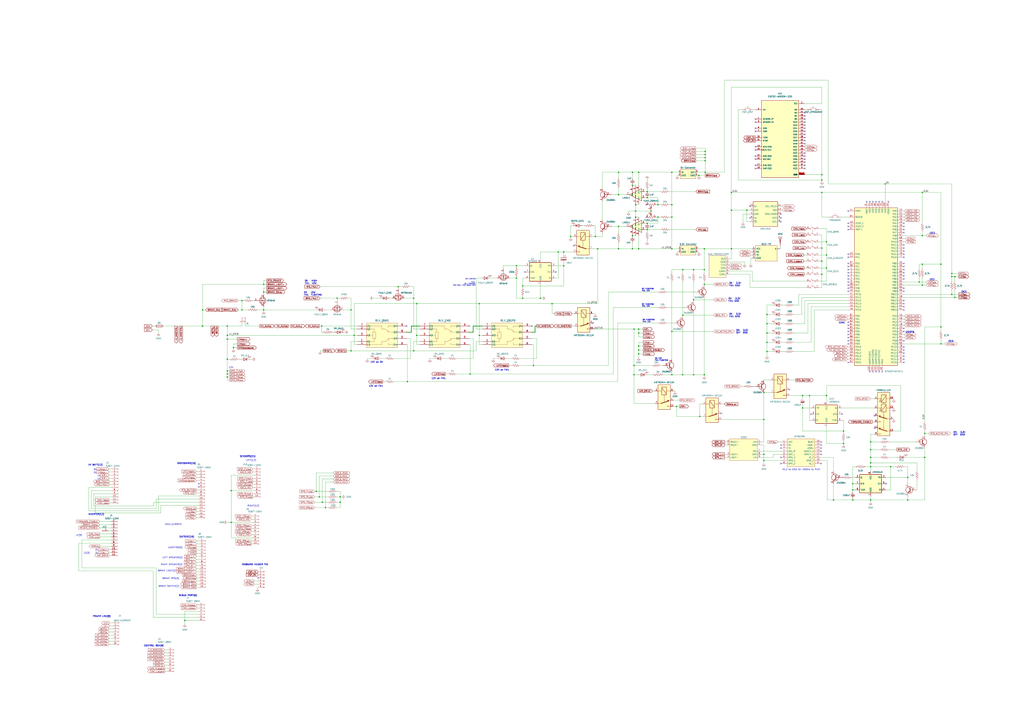
<source format=kicad_sch>
(kicad_sch (version 20211123) (generator eeschema)
  (paper "A1")
  (lib_symbols
    (symbol "11:Conn_01x01_Male" (pin_names (offset 1.016) hide)
      (property "Reference" "J" (at 0 2.54 0))
      (symbol "Conn_01x01_Male_1_1"
        (pin input line (at 0 0 0) (length 3.81) hide (name "") (number ""))
        (pin passive line (at 5.08 0 180) (length 3.81) (name "Pin_1") (number "1"))
      )
    )
    (symbol "11:Conn_01x02_Female" (pin_names (offset 1.016) hide)
      (property "Reference" "J" (at 0 2.54 0))
      (symbol "Conn_01x02_Female_1_1"
        (pin input line (at 0 -2.54 180) (length 3.81) hide (name "") (number ""))
        (pin input line (at 0 0 180) (length 3.81) hide (name "") (number ""))
        (pin passive line (at -5.08 0 0) (length 3.81) (name "Pin_1") (number "1"))
        (pin passive line (at -5.08 -2.54 0) (length 3.81) (name "Pin_2") (number "2"))
      )
    )
    (symbol "A-FA_PARTS:ADXL345"
      (property "Reference" "U" (at 0 0 0))
      (property "Value" "ADXL345" (at 0 -4.445 0))
      (symbol "ADXL345_1_1"
        (pin power_in line (at 12.065 -12.7 180) (length 2.54) (name "3V3") (number "1"))
        (pin bidirectional line (at -13.335 -15.875 0) (length 2.54) (name "SDO/ADDR") (number "12"))
        (pin bidirectional line (at -13.335 -12.7 0) (length 2.54) (name "SDA") (number "13"))
        (pin input line (at -13.335 -9.525 0) (length 2.54) (name "SCL/SCLK") (number "14"))
        (pin power_in line (at 12.065 -15.875 180) (length 2.54) (name "GND") (number "2"))
        (pin passive line (at 12.065 -9.525 180) (length 2.54) (name "5V") (number "22"))
        (pin power_in line (at 12.065 -19.05 180) (length 2.54) (name "Vs") (number "6"))
        (pin input line (at 12.065 -22.225 180) (length 2.54) (name "~{CS}") (number "7"))
        (pin output line (at -13.335 -22.225 0) (length 2.54) (name "INT1") (number "8"))
        (pin output line (at -13.335 -19.05 0) (length 2.54) (name "INT2") (number "9"))
      )
    )
    (symbol "A-FA_PARTS:CAN_TRANSCEIVER"
      (property "Reference" "U3" (at 0 1.27 0))
      (property "Value" "CAN_TRANSCEIVER" (at 0 -1.27 0))
      (symbol "CAN_TRANSCEIVER_1_1"
        (pin input line (at -8.89 -5.08 0) (length 2.54) (name "3V3") (number "1"))
        (pin input line (at -8.89 -7.62 0) (length 2.54) (name "GND") (number "2"))
        (pin input line (at -8.89 -10.16 0) (length 2.54) (name "CTX") (number "3"))
        (pin input line (at -8.89 -12.7 0) (length 2.54) (name "CRX") (number "4"))
        (pin input line (at -8.89 -15.24 0) (length 2.54) (name "CANH") (number "5"))
        (pin input line (at -8.89 -17.78 0) (length 2.54) (name "CANL") (number "6"))
      )
    )
    (symbol "A-FA_PARTS:D302"
      (property "Reference" "U9" (at 0 2.54 0))
      (property "Value" "D302" (at 0 0 0))
      (symbol "D302_1_1"
        (pin input line (at 13.97 -3.81 180) (length 2.54) (name "VIN") (number "1"))
        (pin input line (at 13.97 -6.35 180) (length 2.54) (name "GND") (number "2"))
        (pin input line (at -13.97 -13.97 0) (length 2.54) (name "LOUT+") (number "3"))
        (pin input line (at -13.97 -16.51 0) (length 2.54) (name "LOUT-") (number "4"))
        (pin input line (at -13.97 -6.35 0) (length 2.54) (name "ROUT-") (number "5"))
        (pin input line (at -13.97 -3.81 0) (length 2.54) (name "ROUT+") (number "6"))
        (pin input line (at 13.97 -11.43 180) (length 2.54) (name "RIN") (number "7"))
        (pin input line (at 13.97 -13.97 180) (length 2.54) (name "GND") (number "8"))
        (pin input line (at 13.97 -16.51 180) (length 2.54) (name "LIN") (number "9"))
      )
    )
    (symbol "A-FA_PARTS:DC-DC_Converter"
      (property "Reference" "U" (at 0 0 0))
      (property "Value" "DC-DC_Converter" (at 0 0 0))
      (symbol "DC-DC_Converter_1_1"
        (pin passive line (at 7.62 -5.08 180) (length 1.27) (name "IN") (number "1"))
        (pin passive line (at 7.62 -7.62 180) (length 1.27) (name "GND") (number "2"))
        (pin passive line (at -7.62 -5.08 0) (length 1.27) (name "OUT") (number "3"))
        (pin passive line (at -7.62 -7.62 0) (length 1.27) (name "GND") (number "4"))
      )
    )
    (symbol "A-FA_PARTS:NEO-7M"
      (property "Reference" "U8" (at 0 2.6457 0))
      (property "Value" "NEO-7M" (at 0 -0.1294 0))
      (symbol "NEO-7M_1_1"
        (pin input line (at 11.43 -3.81 180) (length 2.54) (name "A") (number ""))
        (pin input line (at -11.43 -3.81 0) (length 2.54) (name "VCC") (number "1"))
        (pin input line (at -11.43 -6.35 0) (length 2.54) (name "RX") (number "2"))
        (pin input line (at -11.43 -8.89 0) (length 2.54) (name "TX") (number "3"))
        (pin input line (at -11.43 -11.43 0) (length 2.54) (name "GND") (number "4"))
      )
    )
    (symbol "A-FA_PARTS:RT424F12" (pin_names (offset 0.254))
      (property "Reference" "RLY" (at 20.32 7.62 0))
      (property "Value" "RT424F12" (at 20.32 5.08 0))
      (symbol "RT424F12_1_1"
        (pin unspecified line (at 0 -2.54 0) (length 7.62) (name "A1") (number "1"))
        (pin unspecified line (at 0 -12.7 0) (length 7.62) (name "A2") (number "2"))
        (pin unspecified line (at 0 -7.62 0) (length 7.62) (name "A3") (number "3"))
        (pin unspecified line (at 0 0 0) (length 7.62) (name "11") (number "4"))
        (pin unspecified line (at 40.64 -5.08 180) (length 7.62) (name "12") (number "5"))
        (pin unspecified line (at 40.64 0 180) (length 7.62) (name "14") (number "6"))
        (pin unspecified line (at 0 -15.24 0) (length 7.62) (name "21") (number "7"))
        (pin unspecified line (at 40.64 -10.16 180) (length 7.62) (name "22") (number "8"))
        (pin unspecified line (at 40.64 -15.24 180) (length 7.62) (name "24") (number "9"))
      )
    )
    (symbol "Comparator:LM311" (pin_names (offset 0.127))
      (property "Reference" "U" (at 3.81 6.35 0))
      (property "Value" "LM311" (at 3.81 3.81 0))
      (symbol "LM311_1_1"
        (pin passive line (at 0 -7.62 90) (length 5.08) (name "GND") (number "1"))
        (pin input line (at -7.62 2.54 0) (length 2.54) (name "+") (number "2"))
        (pin input line (at -7.62 -2.54 0) (length 2.54) (name "-") (number "3"))
        (pin power_in line (at -2.54 -7.62 90) (length 3.81) (name "V-") (number "4"))
        (pin input line (at 0 7.62 270) (length 5.08) (name "BAL") (number "5"))
        (pin input line (at 2.54 7.62 270) (length 6.35) (name "STRB") (number "6"))
        (pin open_collector line (at 7.62 0 180) (length 2.54) (name "~") (number "7"))
        (pin power_in line (at -2.54 7.62 270) (length 3.81) (name "V+") (number "8"))
      )
    )
    (symbol "Connector:Conn_01x06_Female" (pin_names (offset 1.016) hide)
      (property "Reference" "J" (at 0 7.62 0))
      (property "Value" "Conn_01x06_Female" (at 0 -10.16 0))
      (symbol "Conn_01x06_Female_1_1"
        (pin passive line (at -5.08 5.08 0) (length 3.81) (name "Pin_1") (number "1"))
        (pin passive line (at -5.08 2.54 0) (length 3.81) (name "Pin_2") (number "2"))
        (pin passive line (at -5.08 0 0) (length 3.81) (name "Pin_3") (number "3"))
        (pin passive line (at -5.08 -2.54 0) (length 3.81) (name "Pin_4") (number "4"))
        (pin passive line (at -5.08 -5.08 0) (length 3.81) (name "Pin_5") (number "5"))
        (pin passive line (at -5.08 -7.62 0) (length 3.81) (name "Pin_6") (number "6"))
      )
    )
    (symbol "Connector:Conn_01x06_Male" (pin_names (offset 1.016) hide)
      (property "Reference" "J" (at 0 7.62 0))
      (property "Value" "Conn_01x06_Male" (at 0 -10.16 0))
      (symbol "Conn_01x06_Male_1_1"
        (pin passive line (at 5.08 5.08 180) (length 3.81) (name "Pin_1") (number "1"))
        (pin passive line (at 5.08 2.54 180) (length 3.81) (name "Pin_2") (number "2"))
        (pin passive line (at 5.08 0 180) (length 3.81) (name "Pin_3") (number "3"))
        (pin passive line (at 5.08 -2.54 180) (length 3.81) (name "Pin_4") (number "4"))
        (pin passive line (at 5.08 -5.08 180) (length 3.81) (name "Pin_5") (number "5"))
        (pin passive line (at 5.08 -7.62 180) (length 3.81) (name "Pin_6") (number "6"))
      )
    )
    (symbol "Connector:Conn_01x08_Female" (pin_names (offset 1.016) hide)
      (property "Reference" "J" (at 0 10.16 0))
      (property "Value" "Conn_01x08_Female" (at 0 -12.7 0))
      (symbol "Conn_01x08_Female_1_1"
        (pin passive line (at -5.08 7.62 0) (length 3.81) (name "Pin_1") (number "1"))
        (pin passive line (at -5.08 5.08 0) (length 3.81) (name "Pin_2") (number "2"))
        (pin passive line (at -5.08 2.54 0) (length 3.81) (name "Pin_3") (number "3"))
        (pin passive line (at -5.08 0 0) (length 3.81) (name "Pin_4") (number "4"))
        (pin passive line (at -5.08 -2.54 0) (length 3.81) (name "Pin_5") (number "5"))
        (pin passive line (at -5.08 -5.08 0) (length 3.81) (name "Pin_6") (number "6"))
        (pin passive line (at -5.08 -7.62 0) (length 3.81) (name "Pin_7") (number "7"))
        (pin passive line (at -5.08 -10.16 0) (length 3.81) (name "Pin_8") (number "8"))
      )
    )
    (symbol "Connector:Conn_01x10_Female" (pin_names (offset 1.016) hide)
      (property "Reference" "J" (at 0 12.7 0))
      (property "Value" "Conn_01x10_Female" (at 0 -15.24 0))
      (symbol "Conn_01x10_Female_1_1"
        (pin passive line (at -5.08 10.16 0) (length 3.81) (name "Pin_1") (number "1"))
        (pin passive line (at -5.08 -12.7 0) (length 3.81) (name "Pin_10") (number "10"))
        (pin passive line (at -5.08 7.62 0) (length 3.81) (name "Pin_2") (number "2"))
        (pin passive line (at -5.08 5.08 0) (length 3.81) (name "Pin_3") (number "3"))
        (pin passive line (at -5.08 2.54 0) (length 3.81) (name "Pin_4") (number "4"))
        (pin passive line (at -5.08 0 0) (length 3.81) (name "Pin_5") (number "5"))
        (pin passive line (at -5.08 -2.54 0) (length 3.81) (name "Pin_6") (number "6"))
        (pin passive line (at -5.08 -5.08 0) (length 3.81) (name "Pin_7") (number "7"))
        (pin passive line (at -5.08 -7.62 0) (length 3.81) (name "Pin_8") (number "8"))
        (pin passive line (at -5.08 -10.16 0) (length 3.81) (name "Pin_9") (number "9"))
      )
    )
    (symbol "Connector:Conn_01x12_Female" (pin_names (offset 1.016) hide)
      (property "Reference" "J" (at 0 15.24 0))
      (property "Value" "Conn_01x12_Female" (at 0 -17.78 0))
      (symbol "Conn_01x12_Female_1_1"
        (pin passive line (at -5.08 12.7 0) (length 3.81) (name "Pin_1") (number "1"))
        (pin passive line (at -5.08 -10.16 0) (length 3.81) (name "Pin_10") (number "10"))
        (pin passive line (at -5.08 -12.7 0) (length 3.81) (name "Pin_11") (number "11"))
        (pin passive line (at -5.08 -15.24 0) (length 3.81) (name "Pin_12") (number "12"))
        (pin passive line (at -5.08 10.16 0) (length 3.81) (name "Pin_2") (number "2"))
        (pin passive line (at -5.08 7.62 0) (length 3.81) (name "Pin_3") (number "3"))
        (pin passive line (at -5.08 5.08 0) (length 3.81) (name "Pin_4") (number "4"))
        (pin passive line (at -5.08 2.54 0) (length 3.81) (name "Pin_5") (number "5"))
        (pin passive line (at -5.08 0 0) (length 3.81) (name "Pin_6") (number "6"))
        (pin passive line (at -5.08 -2.54 0) (length 3.81) (name "Pin_7") (number "7"))
        (pin passive line (at -5.08 -5.08 0) (length 3.81) (name "Pin_8") (number "8"))
        (pin passive line (at -5.08 -7.62 0) (length 3.81) (name "Pin_9") (number "9"))
      )
    )
    (symbol "Connector:Conn_01x16_Female" (pin_names (offset 1.016) hide)
      (property "Reference" "J" (at 0 20.32 0))
      (property "Value" "Conn_01x16_Female" (at 0 -22.86 0))
      (symbol "Conn_01x16_Female_1_1"
        (pin passive line (at -5.08 17.78 0) (length 3.81) (name "Pin_1") (number "1"))
        (pin passive line (at -5.08 -5.08 0) (length 3.81) (name "Pin_10") (number "10"))
        (pin passive line (at -5.08 -7.62 0) (length 3.81) (name "Pin_11") (number "11"))
        (pin passive line (at -5.08 -10.16 0) (length 3.81) (name "Pin_12") (number "12"))
        (pin passive line (at -5.08 -12.7 0) (length 3.81) (name "Pin_13") (number "13"))
        (pin passive line (at -5.08 -15.24 0) (length 3.81) (name "Pin_14") (number "14"))
        (pin passive line (at -5.08 -17.78 0) (length 3.81) (name "Pin_15") (number "15"))
        (pin passive line (at -5.08 -20.32 0) (length 3.81) (name "Pin_16") (number "16"))
        (pin passive line (at -5.08 15.24 0) (length 3.81) (name "Pin_2") (number "2"))
        (pin passive line (at -5.08 12.7 0) (length 3.81) (name "Pin_3") (number "3"))
        (pin passive line (at -5.08 10.16 0) (length 3.81) (name "Pin_4") (number "4"))
        (pin passive line (at -5.08 7.62 0) (length 3.81) (name "Pin_5") (number "5"))
        (pin passive line (at -5.08 5.08 0) (length 3.81) (name "Pin_6") (number "6"))
        (pin passive line (at -5.08 2.54 0) (length 3.81) (name "Pin_7") (number "7"))
        (pin passive line (at -5.08 0 0) (length 3.81) (name "Pin_8") (number "8"))
        (pin passive line (at -5.08 -2.54 0) (length 3.81) (name "Pin_9") (number "9"))
      )
    )
    (symbol "DFR0299:DFR0299" (pin_names (offset 0.762))
      (property "Reference" "U7" (at -16.51 6.35 0))
      (property "Value" "DFR0299" (at -20.32 -25.4 0))
      (symbol "DFR0299_0_0"
        (pin power_in line (at 0 0 0) (length 5.08) (name "VCC") (number "1"))
        (pin power_in line (at 33.02 -15.24 180) (length 5.08) (name "GND_2") (number "10"))
        (pin input line (at 33.02 -12.7 180) (length 5.08) (name "IO_2") (number "11"))
        (pin input line (at 33.02 -10.16 180) (length 5.08) (name "ADKEY_1") (number "12"))
        (pin input line (at 33.02 -7.62 180) (length 5.08) (name "ADKEY_2") (number "13"))
        (pin bidirectional line (at 33.02 -5.08 180) (length 5.08) (name "USB+") (number "14"))
        (pin bidirectional line (at 33.02 -2.54 180) (length 5.08) (name "USB-") (number "15"))
        (pin output line (at 33.02 0 180) (length 5.08) (name "BUSY") (number "16"))
        (pin input line (at 0 -2.54 0) (length 5.08) (name "RX") (number "2"))
        (pin output line (at 0 -5.08 0) (length 5.08) (name "TX") (number "3"))
        (pin output line (at 0 -7.62 0) (length 5.08) (name "DAC_R") (number "4"))
        (pin output line (at 0 -10.16 0) (length 5.08) (name "DAC_L") (number "5"))
        (pin output line (at 0 -12.7 0) (length 5.08) (name "SPK_1") (number "6"))
        (pin power_in line (at 0 -15.24 0) (length 5.08) (name "GND_1") (number "7"))
        (pin output line (at 0 -17.78 0) (length 5.08) (name "SPK_2") (number "8"))
        (pin input line (at 33.02 -17.78 180) (length 5.08) (name "IO_1") (number "9"))
      )
    )
    (symbol "Device:Antenna" (pin_numbers hide) (pin_names (offset 1.016) hide)
      (property "Reference" "AE" (at -1.905 1.905 0))
      (property "Value" "Antenna" (at -1.905 0 0))
      (symbol "Antenna_1_1"
        (pin input line (at 0 -5.08 90) (length 2.54) (name "A") (number "1"))
      )
    )
    (symbol "Device:C_Polarized" (pin_numbers hide) (pin_names (offset 0.254))
      (property "Reference" "C" (at 0.635 2.54 0))
      (property "Value" "C_Polarized" (at 0.635 -2.54 0))
      (symbol "C_Polarized_1_1"
        (pin passive line (at 0 3.81 270) (length 2.794) (name "~") (number "1"))
        (pin passive line (at 0 -3.81 90) (length 2.794) (name "~") (number "2"))
      )
    )
    (symbol "Device:C_Polarized_Small" (pin_numbers hide) (pin_names (offset 0.254) hide)
      (property "Reference" "C" (at 0.254 1.778 0))
      (property "Value" "C_Polarized_Small" (at 0.254 -2.032 0))
      (symbol "C_Polarized_Small_1_1"
        (pin passive line (at 0 2.54 270) (length 1.8542) (name "~") (number "1"))
        (pin passive line (at 0 -2.54 90) (length 1.8542) (name "~") (number "2"))
      )
    )
    (symbol "Device:C_Small" (pin_numbers hide) (pin_names (offset 0.254) hide)
      (property "Reference" "C" (at 0.254 1.778 0))
      (property "Value" "C_Small" (at 0.254 -2.032 0))
      (symbol "C_Small_1_1"
        (pin passive line (at 0 2.54 270) (length 2.032) (name "~") (number "1"))
        (pin passive line (at 0 -2.54 90) (length 2.032) (name "~") (number "2"))
      )
    )
    (symbol "Device:Fuse" (pin_numbers hide) (pin_names (offset 0))
      (property "Reference" "F" (at 2.032 0 90))
      (property "Value" "Fuse" (at -1.905 0 90))
      (symbol "Fuse_1_1"
        (pin passive line (at 0 3.81 270) (length 1.27) (name "~") (number "1"))
        (pin passive line (at 0 -3.81 90) (length 1.27) (name "~") (number "2"))
      )
    )
    (symbol "Device:LED" (pin_numbers hide) (pin_names (offset 1.016) hide)
      (property "Reference" "D" (at 0 2.54 0))
      (property "Value" "LED" (at 0 -2.54 0))
      (symbol "LED_1_1"
        (pin passive line (at -3.81 0 0) (length 2.54) (name "K") (number "1"))
        (pin passive line (at 3.81 0 180) (length 2.54) (name "A") (number "2"))
      )
    )
    (symbol "Device:Q_NMOS_GDS" (pin_names (offset 0) hide)
      (property "Reference" "Q" (at 5.08 1.27 0))
      (property "Value" "Q_NMOS_GDS" (at 5.08 -1.27 0))
      (symbol "Q_NMOS_GDS_1_1"
        (pin input line (at -5.08 0 0) (length 2.54) (name "G") (number "1"))
        (pin passive line (at 2.54 5.08 270) (length 2.54) (name "D") (number "2"))
        (pin passive line (at 2.54 -5.08 90) (length 2.54) (name "S") (number "3"))
      )
    )
    (symbol "Device:Q_NPN_CBE" (pin_names (offset 0) hide)
      (property "Reference" "Q" (at 5.08 1.27 0))
      (property "Value" "Q_NPN_CBE" (at 5.08 -1.27 0))
      (symbol "Q_NPN_CBE_1_1"
        (pin passive line (at 2.54 5.08 270) (length 2.54) (name "C") (number "1"))
        (pin input line (at -5.08 0 0) (length 5.715) (name "B") (number "2"))
        (pin passive line (at 2.54 -5.08 90) (length 2.54) (name "E") (number "3"))
      )
    )
    (symbol "Device:R_Potentiometer_US" (pin_names (offset 1.016) hide)
      (property "Reference" "RV" (at -4.445 0 90))
      (property "Value" "R_Potentiometer_US" (at -2.54 0 90))
      (symbol "R_Potentiometer_US_1_1"
        (pin passive line (at 0 3.81 270) (length 1.27) (name "1") (number "1"))
        (pin passive line (at 3.81 0 180) (length 1.27) (name "2") (number "2"))
        (pin passive line (at 0 -3.81 90) (length 1.27) (name "3") (number "3"))
      )
    )
    (symbol "Device:R_US" (pin_numbers hide) (pin_names (offset 0))
      (property "Reference" "R" (at 2.54 0 90))
      (property "Value" "R_US" (at -2.54 0 90))
      (symbol "R_US_1_1"
        (pin passive line (at 0 3.81 270) (length 1.27) (name "~") (number "1"))
        (pin passive line (at 0 -3.81 90) (length 1.27) (name "~") (number "2"))
      )
    )
    (symbol "EC2-3TNU_1"
      (property "Reference" "K" (at 25.4 10.16 0))
      (property "Value" "EC2-3TNU_1" (at 29.21 7.62 0))
      (symbol "EC2-3TNU_1_1_1"
        (text "+" (at -14.351 2.921 0) (effects (font (size 1.27 1.27))))
        (text "+" (at -6.731 2.921 0) (effects (font (size 1.27 1.27))))
        (text "R" (at -13.081 2.921 0) (effects (font (size 1.27 1.27))))
        (text "S" (at -5.334 2.921 0) (effects (font (size 1.27 1.27))))
        (pin passive line (at -15.24 7.62 270) (length 2.54) (name "~") (number "1"))
        (pin passive line (at 8.89 7.62 270) (length 2.54) (name "") (number "11"))
        (pin passive line (at 11.43 -7.62 90) (length 2.54) (name "") (number "13"))
        (pin passive line (at -7.62 -7.62 90) (length 2.54) (name "") (number "15"))
        (pin passive line (at -15.24 -7.62 90) (length 2.54) (name "~") (number "16"))
        (pin passive line (at -7.62 7.62 270) (length 2.54) (name "~") (number "2"))
        (pin passive line (at 1.27 -7.62 90) (length 2.54) (name "~") (number "4"))
        (pin passive line (at -1.27 7.62 270) (length 2.54) (name "~") (number "6"))
        (pin passive line (at 3.81 7.62 270) (length 2.54) (name "~") (number "8"))
        (pin passive line (at 13.97 7.62 270) (length 2.54) (name "~") (number "9"))
      )
    )
    (symbol "ESP32-WROOM-32D:ESP32-WROOM-32D" (pin_names (offset 1.016))
      (property "Reference" "U" (at -15.0359 31.5945 0))
      (property "Value" "ESP32-WROOM-32D" (at -15.2867 -35.6681 0))
      (symbol "ESP32-WROOM-32D_0_0"
        (pin power_in line (at 20.32 -30.48 180) (length 5.08) (name "GND") (number "1"))
        (pin bidirectional line (at 20.32 -15.24 180) (length 5.08) (name "IO25") (number "10"))
        (pin bidirectional line (at 20.32 -17.78 180) (length 5.08) (name "IO26") (number "11"))
        (pin bidirectional line (at 20.32 -20.32 180) (length 5.08) (name "IO27") (number "12"))
        (pin bidirectional line (at 20.32 7.62 180) (length 5.08) (name "IO14") (number "13"))
        (pin bidirectional line (at 20.32 12.7 180) (length 5.08) (name "IO12") (number "14"))
        (pin power_in line (at 20.32 -30.48 180) (length 5.08) (name "GND") (number "15"))
        (pin bidirectional line (at 20.32 10.16 180) (length 5.08) (name "IO13") (number "16"))
        (pin bidirectional line (at -20.32 -22.86 0) (length 5.08) (name "SHD/SD2") (number "17"))
        (pin bidirectional line (at -20.32 -25.4 0) (length 5.08) (name "SWP/SD3") (number "18"))
        (pin bidirectional line (at -20.32 -7.62 0) (length 5.08) (name "SCS/CMD") (number "19"))
        (pin power_in line (at 20.32 27.94 180) (length 5.08) (name "3V3") (number "2"))
        (pin bidirectional clock (at -20.32 -10.16 0) (length 5.08) (name "SCK/CLK") (number "20"))
        (pin bidirectional line (at -20.32 -15.24 0) (length 5.08) (name "SDO/SD0") (number "21"))
        (pin bidirectional line (at -20.32 -17.78 0) (length 5.08) (name "SDI/SD1") (number "22"))
        (pin bidirectional line (at 20.32 5.08 180) (length 5.08) (name "IO15") (number "23"))
        (pin bidirectional line (at 20.32 20.32 180) (length 5.08) (name "IO2") (number "24"))
        (pin bidirectional line (at 20.32 22.86 180) (length 5.08) (name "IO0") (number "25"))
        (pin bidirectional line (at 20.32 17.78 180) (length 5.08) (name "IO4") (number "26"))
        (pin bidirectional line (at 20.32 2.54 180) (length 5.08) (name "IO16") (number "27"))
        (pin bidirectional line (at 20.32 0 180) (length 5.08) (name "IO17") (number "28"))
        (pin bidirectional line (at 20.32 15.24 180) (length 5.08) (name "IO5") (number "29"))
        (pin input line (at -20.32 22.86 0) (length 5.08) (name "EN") (number "3"))
        (pin bidirectional line (at 20.32 -2.54 180) (length 5.08) (name "IO18") (number "30"))
        (pin bidirectional line (at 20.32 -5.08 180) (length 5.08) (name "IO19") (number "31"))
        (pin bidirectional line (at 20.32 -7.62 180) (length 5.08) (name "IO21") (number "33"))
        (pin bidirectional line (at -20.32 -2.54 0) (length 5.08) (name "RXD0") (number "34"))
        (pin bidirectional line (at -20.32 0 0) (length 5.08) (name "TXD0") (number "35"))
        (pin bidirectional line (at 20.32 -10.16 180) (length 5.08) (name "IO22") (number "36"))
        (pin bidirectional line (at 20.32 -12.7 180) (length 5.08) (name "IO23") (number "37"))
        (pin power_in line (at 20.32 -30.48 180) (length 5.08) (name "GND") (number "38"))
        (pin power_in line (at 20.32 -30.48 180) (length 5.08) (name "GND") (number "39_1"))
        (pin power_in line (at 20.32 -30.48 180) (length 5.08) (name "GND") (number "39_10"))
        (pin power_in line (at 20.32 -30.48 180) (length 5.08) (name "GND") (number "39_11"))
        (pin power_in line (at 20.32 -30.48 180) (length 5.08) (name "GND") (number "39_12"))
        (pin power_in line (at 20.32 -30.48 180) (length 5.08) (name "GND") (number "39_13"))
        (pin power_in line (at 20.32 -30.48 180) (length 5.08) (name "GND") (number "39_14"))
        (pin power_in line (at 20.32 -30.48 180) (length 5.08) (name "GND") (number "39_15"))
        (pin power_in line (at 20.32 -30.48 180) (length 5.08) (name "GND") (number "39_16"))
        (pin power_in line (at 20.32 -30.48 180) (length 5.08) (name "GND") (number "39_17"))
        (pin power_in line (at 20.32 -30.48 180) (length 5.08) (name "GND") (number "39_18"))
        (pin power_in line (at 20.32 -30.48 180) (length 5.08) (name "GND") (number "39_19"))
        (pin power_in line (at 20.32 -30.48 180) (length 5.08) (name "GND") (number "39_2"))
        (pin power_in line (at 20.32 -30.48 180) (length 5.08) (name "GND") (number "39_20"))
        (pin power_in line (at 20.32 -30.48 180) (length 5.08) (name "GND") (number "39_21"))
        (pin power_in line (at 20.32 -30.48 180) (length 5.08) (name "GND") (number "39_3"))
        (pin power_in line (at 20.32 -30.48 180) (length 5.08) (name "GND") (number "39_4"))
        (pin power_in line (at 20.32 -30.48 180) (length 5.08) (name "GND") (number "39_5"))
        (pin power_in line (at 20.32 -30.48 180) (length 5.08) (name "GND") (number "39_6"))
        (pin power_in line (at 20.32 -30.48 180) (length 5.08) (name "GND") (number "39_7"))
        (pin power_in line (at 20.32 -30.48 180) (length 5.08) (name "GND") (number "39_8"))
        (pin power_in line (at 20.32 -30.48 180) (length 5.08) (name "GND") (number "39_9"))
        (pin input line (at -20.32 15.24 0) (length 5.08) (name "SENSOR_VP") (number "4"))
        (pin input line (at -20.32 12.7 0) (length 5.08) (name "SENSOR_VN") (number "5"))
        (pin input line (at -20.32 7.62 0) (length 5.08) (name "IO34") (number "6"))
        (pin input line (at -20.32 5.08 0) (length 5.08) (name "IO35") (number "7"))
        (pin bidirectional line (at 20.32 -22.86 180) (length 5.08) (name "IO32") (number "8"))
        (pin bidirectional line (at 20.32 -25.4 180) (length 5.08) (name "IO33") (number "9"))
      )
    )
    (symbol "MCU_ST_STM32F4:STM32F407VETx"
      (property "Reference" "U1" (at 7.0994 -68.1895 0))
      (property "Value" "STM32F407VETx" (at 7.0994 -70.9646 0))
      (symbol "STM32F407VETx_1_1"
        (pin bidirectional line (at -22.86 12.7 0) (length 5.08) (name "PE2") (number "1"))
        (pin power_in line (at 7.62 68.58 270) (length 5.08) (name "VDD") (number "100"))
        (pin power_in line (at -5.08 68.58 270) (length 5.08) (name "VDD") (number "11"))
        (pin power_in line (at -5.08 -71.12 90) (length 5.08) (name "USART1(5V)") (number "110"))
        (pin power_in line (at -2.54 -71.12 90) (length 5.08) (name "USART1(GND)") (number "111"))
        (pin power_in line (at 0 -71.12 90) (length 5.08) (name "USART1(RX1)") (number "112"))
        (pin power_in line (at 2.54 -71.12 90) (length 5.08) (name "USART1(TX1)") (number "113"))
        (pin input line (at -22.86 25.4 0) (length 5.08) (name "PH0") (number "12"))
        (pin input line (at -22.86 22.86 0) (length 5.08) (name "PH1") (number "13"))
        (pin input line (at -22.86 60.96 0) (length 5.08) (name "NRST") (number "14"))
        (pin bidirectional line (at 22.86 -25.4 180) (length 5.08) (name "PC0") (number "15"))
        (pin bidirectional line (at 22.86 -27.94 180) (length 5.08) (name "PC1") (number "16"))
        (pin bidirectional line (at 22.86 -30.48 180) (length 5.08) (name "PC2") (number "17"))
        (pin bidirectional line (at 22.86 -33.02 180) (length 5.08) (name "PC3") (number "18"))
        (pin power_in line (at -2.54 68.58 270) (length 5.08) (name "VDD") (number "19"))
        (pin bidirectional line (at -22.86 10.16 0) (length 5.08) (name "PE3") (number "2"))
        (pin power_in line (at 5.08 -71.12 90) (length 5.08) (name "VSSA") (number "20"))
        (pin power_in line (at -22.86 45.72 0) (length 5.08) (name "VREF+") (number "21"))
        (pin power_in line (at 10.16 68.58 270) (length 5.08) (name "VDDA") (number "22"))
        (pin bidirectional line (at 22.86 60.96 180) (length 5.08) (name "PA0") (number "23"))
        (pin bidirectional line (at 22.86 58.42 180) (length 5.08) (name "PA1") (number "24"))
        (pin bidirectional line (at 22.86 55.88 180) (length 5.08) (name "PA2") (number "25"))
        (pin bidirectional line (at 22.86 53.34 180) (length 5.08) (name "PA3") (number "26"))
        (pin power_in line (at 0 68.58 270) (length 5.08) (name "VDD") (number "28"))
        (pin bidirectional line (at 22.86 50.8 180) (length 5.08) (name "PA4") (number "29"))
        (pin bidirectional line (at -22.86 7.62 0) (length 5.08) (name "PE4") (number "3"))
        (pin bidirectional line (at 22.86 48.26 180) (length 5.08) (name "PA5") (number "30"))
        (pin bidirectional line (at 22.86 45.72 180) (length 5.08) (name "PA6") (number "31"))
        (pin bidirectional line (at 22.86 43.18 180) (length 5.08) (name "PA7") (number "32"))
        (pin bidirectional line (at 22.86 -35.56 180) (length 5.08) (name "PC4") (number "33"))
        (pin bidirectional line (at 22.86 -38.1 180) (length 5.08) (name "PC5") (number "34"))
        (pin bidirectional line (at 22.86 17.78 180) (length 5.08) (name "PB0") (number "35"))
        (pin bidirectional line (at 22.86 15.24 180) (length 5.08) (name "PB1") (number "36"))
        (pin bidirectional line (at 22.86 12.7 180) (length 5.08) (name "PB2") (number "37"))
        (pin bidirectional line (at -22.86 0 0) (length 5.08) (name "PE7") (number "38"))
        (pin bidirectional line (at -22.86 -2.54 0) (length 5.08) (name "PE8") (number "39"))
        (pin bidirectional line (at -22.86 5.08 0) (length 5.08) (name "PE5") (number "4"))
        (pin bidirectional line (at -22.86 -5.08 0) (length 5.08) (name "PE9") (number "40"))
        (pin bidirectional line (at -22.86 -7.62 0) (length 5.08) (name "PE10") (number "41"))
        (pin bidirectional line (at -22.86 -10.16 0) (length 5.08) (name "PE11") (number "42"))
        (pin bidirectional line (at -22.86 -12.7 0) (length 5.08) (name "PE12") (number "43"))
        (pin bidirectional line (at -22.86 -15.24 0) (length 5.08) (name "PE13") (number "44"))
        (pin bidirectional line (at -22.86 -17.78 0) (length 5.08) (name "PE14") (number "45"))
        (pin bidirectional line (at -22.86 -20.32 0) (length 5.08) (name "PE15") (number "46"))
        (pin bidirectional line (at 22.86 -7.62 180) (length 5.08) (name "PB10") (number "47"))
        (pin bidirectional line (at 22.86 -10.16 180) (length 5.08) (name "PB11") (number "48"))
        (pin power_in line (at -22.86 50.8 0) (length 5.08) (name "VCAP_1") (number "49"))
        (pin bidirectional line (at -22.86 2.54 0) (length 5.08) (name "PE6") (number "5"))
        (pin power_in line (at 2.54 68.58 270) (length 5.08) (name "VDD") (number "50"))
        (pin bidirectional line (at 22.86 -12.7 180) (length 5.08) (name "PB12") (number "51"))
        (pin bidirectional line (at 22.86 -15.24 180) (length 5.08) (name "PB13") (number "52"))
        (pin bidirectional line (at 22.86 -17.78 180) (length 5.08) (name "PB14") (number "53"))
        (pin bidirectional line (at 22.86 -20.32 180) (length 5.08) (name "PB15") (number "54"))
        (pin bidirectional line (at -22.86 -45.72 0) (length 5.08) (name "PD8") (number "55"))
        (pin bidirectional line (at -22.86 -48.26 0) (length 5.08) (name "PD9") (number "56"))
        (pin bidirectional line (at -22.86 -50.8 0) (length 5.08) (name "PD10") (number "57"))
        (pin bidirectional line (at -22.86 -53.34 0) (length 5.08) (name "PD11") (number "58"))
        (pin bidirectional line (at -22.86 -55.88 0) (length 5.08) (name "PD12") (number "59"))
        (pin power_in line (at -7.62 68.58 270) (length 5.08) (name "VBAT") (number "6"))
        (pin bidirectional line (at -22.86 -58.42 0) (length 5.08) (name "PD13") (number "60"))
        (pin bidirectional line (at -22.86 -60.96 0) (length 5.08) (name "PD14") (number "61"))
        (pin bidirectional line (at -22.86 -63.5 0) (length 5.08) (name "PD15") (number "62"))
        (pin bidirectional line (at 22.86 -40.64 180) (length 5.08) (name "PC6") (number "63"))
        (pin bidirectional line (at 22.86 -43.18 180) (length 5.08) (name "PC7") (number "64"))
        (pin bidirectional line (at 22.86 -45.72 180) (length 5.08) (name "PC8") (number "65"))
        (pin bidirectional line (at 22.86 -48.26 180) (length 5.08) (name "PC9") (number "66"))
        (pin bidirectional line (at 22.86 40.64 180) (length 5.08) (name "PA8") (number "67"))
        (pin bidirectional line (at 22.86 38.1 180) (length 5.08) (name "PA9") (number "68"))
        (pin bidirectional line (at 22.86 35.56 180) (length 5.08) (name "PA10") (number "69"))
        (pin bidirectional line (at 22.86 -58.42 180) (length 5.08) (name "PC13") (number "7"))
        (pin bidirectional line (at 22.86 33.02 180) (length 5.08) (name "PA11") (number "70"))
        (pin bidirectional line (at 22.86 30.48 180) (length 5.08) (name "PA12") (number "71"))
        (pin bidirectional line (at 22.86 27.94 180) (length 5.08) (name "PA13") (number "72"))
        (pin power_in line (at -22.86 48.26 0) (length 5.08) (name "VCAP_2") (number "73"))
        (pin power_in line (at 5.08 68.58 270) (length 5.08) (name "VDD") (number "75"))
        (pin bidirectional line (at 22.86 25.4 180) (length 5.08) (name "PA14") (number "76"))
        (pin bidirectional line (at 22.86 22.86 180) (length 5.08) (name "PA15") (number "77"))
        (pin bidirectional line (at 22.86 -50.8 180) (length 5.08) (name "PC10") (number "78"))
        (pin bidirectional line (at 22.86 -53.34 180) (length 5.08) (name "PC11") (number "79"))
        (pin bidirectional line (at 22.86 -60.96 180) (length 5.08) (name "PC14") (number "8"))
        (pin bidirectional line (at 22.86 -55.88 180) (length 5.08) (name "PC12") (number "80"))
        (pin bidirectional line (at -22.86 -25.4 0) (length 5.08) (name "PD0") (number "81"))
        (pin bidirectional line (at -22.86 -27.94 0) (length 5.08) (name "PD1") (number "82"))
        (pin bidirectional line (at -22.86 -30.48 0) (length 5.08) (name "PD2") (number "83"))
        (pin bidirectional line (at -22.86 -33.02 0) (length 5.08) (name "PD3") (number "84"))
        (pin bidirectional line (at -22.86 -35.56 0) (length 5.08) (name "PD4") (number "85"))
        (pin bidirectional line (at -22.86 -38.1 0) (length 5.08) (name "PD5") (number "86"))
        (pin bidirectional line (at -22.86 -40.64 0) (length 5.08) (name "PD6") (number "87"))
        (pin bidirectional line (at -22.86 -43.18 0) (length 5.08) (name "PD7") (number "88"))
        (pin bidirectional line (at 22.86 10.16 180) (length 5.08) (name "PB3") (number "89"))
        (pin bidirectional line (at 22.86 -63.5 180) (length 5.08) (name "PC15") (number "9"))
        (pin bidirectional line (at 22.86 7.62 180) (length 5.08) (name "PB4") (number "90"))
        (pin bidirectional line (at 22.86 5.08 180) (length 5.08) (name "PB5") (number "91"))
        (pin bidirectional line (at 22.86 2.54 180) (length 5.08) (name "PB6") (number "92"))
        (pin bidirectional line (at 22.86 0 180) (length 5.08) (name "PB7") (number "93"))
        (pin input line (at -22.86 55.88 0) (length 5.08) (name "BOOT0") (number "94"))
        (pin bidirectional line (at 22.86 -2.54 180) (length 5.08) (name "PB8") (number "95"))
        (pin bidirectional line (at 22.86 -5.08 180) (length 5.08) (name "PB9") (number "96"))
        (pin bidirectional line (at -22.86 17.78 0) (length 5.08) (name "PE0") (number "97"))
        (pin bidirectional line (at -22.86 15.24 0) (length 5.08) (name "PE1") (number "98"))
      )
    )
    (symbol "RT424F12_2" (pin_names (offset 0.254))
      (property "Reference" "RLY" (at 20.32 7.62 0))
      (property "Value" "RT424F12_2" (at 20.32 5.08 0))
      (symbol "RT424F12_2_1_1"
        (pin unspecified line (at 0 -2.54 0) (length 7.62) (name "A1") (number "1"))
        (pin unspecified line (at 0 -12.7 0) (length 7.62) (name "A2") (number "2"))
        (pin unspecified line (at 0 -7.62 0) (length 7.62) (name "A3") (number "3"))
        (pin unspecified line (at 0 0 0) (length 7.62) (name "11") (number "4"))
        (pin unspecified line (at 40.64 -5.08 180) (length 7.62) (name "12") (number "5"))
        (pin unspecified line (at 40.64 0 180) (length 7.62) (name "14") (number "6"))
        (pin unspecified line (at 0 -15.24 0) (length 7.62) (name "21") (number "7"))
        (pin unspecified line (at 40.64 -10.16 180) (length 7.62) (name "22") (number "8"))
        (pin unspecified line (at 40.64 -15.24 180) (length 7.62) (name "24") (number "9"))
      )
    )
    (symbol "Relay:DIPxx-1Cxx-51x"
      (property "Reference" "K" (at 11.43 3.81 0))
      (property "Value" "DIPxx-1Cxx-51x" (at 11.43 1.27 0))
      (symbol "DIPxx-1Cxx-51x_1_1"
        (pin passive line (at 2.54 7.62 270) (length 2.54) (name "~") (number "1"))
        (pin passive line (at 7.62 7.62 270) (length 2.54) (name "~") (number "14"))
        (pin passive line (at -5.08 -7.62 90) (length 2.54) (name "~") (number "2"))
        (pin passive line (at -5.08 7.62 270) (length 2.54) (name "~") (number "6"))
        (pin passive line (at 5.08 -7.62 90) (length 2.54) (name "~") (number "7"))
        (pin passive line (at 5.08 -7.62 90) (length 2.54) hide (name "~") (number "8"))
      )
    )
    (symbol "SW_DPST_1" (pin_names (offset 0) hide)
      (property "Reference" "SW?" (at -3.81 4.445 0))
      (symbol "SW_DPST_1_1_1"
        (pin passive line (at -5.08 -2.54 0) (length 2.54) (name "1") (number "1"))
        (pin passive line (at 5.08 -2.54 180) (length 2.54) (name "3") (number "3"))
        (pin passive line (at -5.08 2.54 0) (length 2.54) (name "4") (number "4"))
        (pin passive line (at 5.08 2.54 180) (length 2.54) (name "6") (number "6"))
      )
    )
    (symbol "Switch:SW_Push" (pin_numbers hide) (pin_names (offset 1.016) hide)
      (property "Reference" "SW" (at 1.27 2.54 0))
      (property "Value" "SW_Push" (at 0 -1.524 0))
      (symbol "SW_Push_0_1"
        (pin passive line (at -5.08 0 0) (length 2.54) (name "1") (number "1"))
        (pin passive line (at 5.08 0 180) (length 2.54) (name "2") (number "2"))
      )
    )
    (symbol "Timer:LM555xN"
      (property "Reference" "U" (at -10.16 8.89 0))
      (property "Value" "LM555xN" (at 2.54 8.89 0))
      (symbol "LM555xN_0_0"
        (pin power_in line (at 0 -10.16 90) (length 2.54) (name "GND") (number "1"))
        (pin power_in line (at 0 10.16 270) (length 2.54) (name "VCC") (number "8"))
      )
      (symbol "LM555xN_1_1"
        (pin input line (at -12.7 5.08 0) (length 3.81) (name "TR") (number "2"))
        (pin output line (at 12.7 5.08 180) (length 3.81) (name "Q") (number "3"))
        (pin input inverted (at -12.7 -5.08 0) (length 3.81) (name "R") (number "4"))
        (pin input line (at -12.7 0 0) (length 3.81) (name "CV") (number "5"))
        (pin input line (at 12.7 -5.08 180) (length 3.81) (name "THR") (number "6"))
        (pin input line (at 12.7 0 180) (length 3.81) (name "DIS") (number "7"))
      )
    )
    (symbol "Timer:NE555D"
      (property "Reference" "U" (at -10.16 8.89 0))
      (property "Value" "NE555D" (at 2.54 8.89 0))
      (symbol "NE555D_0_0"
        (pin power_in line (at 0 -10.16 90) (length 2.54) (name "GND") (number "1"))
        (pin power_in line (at 0 10.16 270) (length 2.54) (name "VCC") (number "8"))
      )
      (symbol "NE555D_1_1"
        (pin input line (at -12.7 5.08 0) (length 3.81) (name "TR") (number "2"))
        (pin output line (at 12.7 5.08 180) (length 3.81) (name "Q") (number "3"))
        (pin input inverted (at -12.7 -5.08 0) (length 3.81) (name "R") (number "4"))
        (pin input line (at -12.7 0 0) (length 3.81) (name "CV") (number "5"))
        (pin input line (at 12.7 -5.08 180) (length 3.81) (name "THR") (number "6"))
        (pin input line (at 12.7 0 180) (length 3.81) (name "DIS") (number "7"))
      )
    )
    (symbol "Transistor_BJT:2N3904" (pin_names (offset 0) hide)
      (property "Reference" "Q" (at 5.08 1.905 0))
      (property "Value" "2N3904" (at 5.08 0 0))
      (symbol "2N3904_1_1"
        (pin passive line (at 2.54 -5.08 90) (length 2.54) (name "E") (number "1"))
        (pin passive line (at -5.08 0 0) (length 5.715) (name "B") (number "2"))
        (pin passive line (at 2.54 5.08 270) (length 2.54) (name "C") (number "3"))
      )
    )
    (symbol "Transistor_FET:IRF740" (pin_names hide)
      (property "Reference" "Q" (at 6.35 1.905 0))
      (property "Value" "IRF740" (at 6.35 0 0))
      (symbol "IRF740_1_1"
        (pin input line (at -5.08 0 0) (length 2.54) (name "G") (number "1"))
        (pin passive line (at 2.54 5.08 270) (length 2.54) (name "D") (number "2"))
        (pin passive line (at 2.54 -5.08 90) (length 2.54) (name "S") (number "3"))
      )
    )
    (symbol "Transistor_FET:IRF9540N" (pin_names hide)
      (property "Reference" "Q" (at 5.08 1.905 0))
      (property "Value" "IRF9540N" (at 5.08 0 0))
      (symbol "IRF9540N_1_1"
        (pin input line (at -5.08 0 0) (length 2.54) (name "G") (number "1"))
        (pin passive line (at 2.54 5.08 270) (length 2.54) (name "D") (number "2"))
        (pin passive line (at 2.54 -5.08 90) (length 2.54) (name "S") (number "3"))
      )
    )
    (symbol "power:GND" (power) (pin_names (offset 0))
      (property "Value" "GND" (at 0 -3.81 0))
      (symbol "GND_1_1"
        (pin power_in line (at 0 0 270) (length 0) hide (name "GND") (number "1"))
      )
    )
  )
  (junction (at 216.535 254.635))
  (junction (at 276.86 245.11))
  (junction (at 490.855 204.47))
  (junction (at 339.725 288.29))
  (junction (at 578.485 221.615))
  (junction (at 600.71 204.47))
  (junction (at 675.005 158.115))
  (junction (at 692.785 364.49))
  (junction (at 551.815 307.975))
  (junction (at 627.38 344.805))
  (junction (at 560.705 221.615))
  (junction (at 534.67 173.355))
  (junction (at 186.69 267.97))
  (junction (at 678.815 198.755))
  (junction (at 216.535 233.68))
  (junction (at 692.785 354.33))
  (junction (at 524.51 141.605))
  (junction (at 715.01 410.845))
  (junction (at 424.18 228.6))
  (junction (at 578.485 307.975))
  (junction (at 288.29 288.29))
  (junction (at 186.69 278.765))
  (junction (at 757.555 217.17))
  (junction (at 279.4 408.305))
  (junction (at 453.39 249.555))
  (junction (at 519.43 152.4))
  (junction (at 189.865 429.26))
  (junction (at 424.18 218.44))
  (junction (at 386.08 307.34))
  (junction (at 772.795 268.605))
  (junction (at 715.01 369.57))
  (junction (at 579.12 132.08))
  (junction (at 629.92 281.305))
  (junction (at 555.625 334.01))
  (junction (at 551.815 168.275))
  (junction (at 166.37 254.635))
  (junction (at 327.025 235.585))
  (junction (at 186.69 309.88))
  (junction (at 551.815 204.47))
  (junction (at 186.69 304.8))
  (junction (at 745.49 410.845))
  (junction (at 264.795 412.75))
  (junction (at 600.71 158.115))
  (junction (at 438.15 300.355))
  (junction (at 629.92 258.445))
  (junction (at 678.815 325.12))
  (junction (at 186.69 307.34))
  (junction (at 198.755 254.635))
  (junction (at 393.7 275.59))
  (junction (at 524.51 290.83))
  (junction (at 629.92 266.065))
  (junction (at 574.04 144.145))
  (junction (at 578.485 204.47))
  (junction (at 757.555 193.675))
  (junction (at 186.69 295.275))
  (junction (at 664.845 325.12))
  (junction (at 659.13 325.12))
  (junction (at 659.13 335.28))
  (junction (at 521.97 178.435))
  (junction (at 569.595 246.38))
  (junction (at 519.43 193.675))
  (junction (at 781.685 227.33))
  (junction (at 524.51 287.655))
  (junction (at 524.51 273.685))
  (junction (at 574.675 342.265))
  (junction (at 259.715 403.86))
  (junction (at 166.37 267.97))
  (junction (at 458.47 207.01))
  (junction (at 429.26 245.11))
  (junction (at 700.405 410.845))
  (junction (at 784.225 227.33))
  (junction (at 462.915 207.01))
  (junction (at 531.495 162.56))
  (junction (at 627.38 373.38))
  (junction (at 279.4 412.75))
  (junction (at 540.385 178.435))
  (junction (at 334.645 313.69))
  (junction (at 520.7 270.51))
  (junction (at 715.01 383.54))
  (junction (at 521.97 173.355))
  (junction (at 759.46 356.235))
  (junction (at 262.255 408.305))
  (junction (at 551.815 272.415))
  (junction (at 700.405 397.51))
  (junction (at 560.705 259.08))
  (junction (at 339.725 245.11))
  (junction (at 519.43 141.605))
  (junction (at 191.77 285.75))
  (junction (at 627.38 378.46))
  (junction (at 578.485 233.68))
  (junction (at 551.815 141.605))
  (junction (at 772.795 217.17))
  (junction (at 429.26 234.95))
  (junction (at 579.12 127))
  (junction (at 727.075 151.13))
  (junction (at 186.69 275.59))
  (junction (at 189.865 403.225))
  (junction (at 755.015 231.775))
  (junction (at 524.51 204.47))
  (junction (at 342.265 275.59))
  (junction (at 715.01 375.92))
  (junction (at 468.63 194.31))
  (junction (at 627.38 322.58))
  (junction (at 216.535 240.03))
  (junction (at 551.815 178.435))
  (junction (at 613.41 172.72))
  (junction (at 678.815 209.55))
  (junction (at 629.92 273.685))
  (junction (at 508 160.02))
  (junction (at 524.51 284.48))
  (junction (at 700.405 402.59))
  (junction (at 745.49 392.43))
  (junction (at 781.685 224.79))
  (junction (at 579.12 129.54))
  (junction (at 757.555 158.115))
  (junction (at 560.705 307.975))
  (junction (at 524.51 270.51))
  (junction (at 675.005 143.51))
  (junction (at 540.385 168.275))
  (junction (at 784.225 244.475))
  (junction (at 569.595 221.615))
  (junction (at 531.495 157.48))
  (junction (at 521.97 168.275))
  (junction (at 715.01 363.22))
  (junction (at 629.92 288.925))
  (junction (at 579.12 141.605))
  (junction (at 678.815 220.345))
  (junction (at 151.765 509.905))
  (junction (at 198.755 247.015))
  (junction (at 508 186.055))
  (junction (at 759.46 375.92))
  (junction (at 508 141.605))
  (junction (at 462.915 218.44))
  (junction (at 731.52 383.54))
  (junction (at 675.005 203.835))
  (junction (at 342.265 249.555))
  (junction (at 579.12 124.46))
  (junction (at 508 204.47))
  (junction (at 600.71 172.72))
  (junction (at 569.595 307.975))
  (junction (at 290.83 275.59))
  (junction (at 531.495 188.595))
  (junction (at 443.865 245.11))
  (junction (at 675.005 225.425))
  (junction (at 781.685 241.935))
  (junction (at 675.005 147.955))
  (junction (at 531.495 183.515))
  (junction (at 519.43 204.47))
  (junction (at 488.95 194.31))
  (junction (at 264.16 267.97))
  (junction (at 288.29 254.635))
  (junction (at 684.53 410.845))
  (junction (at 520.7 307.975))
  (junction (at 757.555 234.315))
  (junction (at 393.7 249.555))
  (junction (at 715.01 380.365))
  (junction (at 772.795 282.575))
  (junction (at 675.005 214.63))
  (junction (at 267.335 417.195))
  (junction (at 520.7 300.355))
  (no_connect (at 742.315 239.395))
  (no_connect (at 721.995 165.735))
  (no_connect (at 696.595 272.415))
  (no_connect (at 742.315 211.455))
  (no_connect (at 742.315 224.155))
  (no_connect (at 666.115 340.36))
  (no_connect (at 674.37 365.76))
  (no_connect (at 661.035 133.35))
  (no_connect (at 487.045 265.43))
  (no_connect (at 696.595 297.815))
  (no_connect (at 661.035 115.57))
  (no_connect (at 724.535 165.735))
  (no_connect (at 742.315 229.235))
  (no_connect (at 742.315 208.915))
  (no_connect (at 620.395 97.79))
  (no_connect (at 592.455 339.725))
  (no_connect (at 696.595 183.515))
  (no_connect (at 615.95 169.545))
  (no_connect (at 719.455 165.735))
  (no_connect (at 742.315 252.095))
  (no_connect (at 661.035 107.95))
  (no_connect (at 674.37 363.22))
  (no_connect (at 661.035 113.03))
  (no_connect (at 742.315 290.195))
  (no_connect (at 456.565 223.52))
  (no_connect (at 742.315 295.275))
  (no_connect (at 742.315 201.295))
  (no_connect (at 696.595 219.075))
  (no_connect (at 661.035 118.11))
  (no_connect (at 674.37 370.84))
  (no_connect (at 696.595 274.955))
  (no_connect (at 719.455 305.435))
  (no_connect (at 661.035 100.33))
  (no_connect (at 727.71 397.51))
  (no_connect (at 620.395 120.65))
  (no_connect (at 742.315 287.655))
  (no_connect (at 696.595 224.155))
  (no_connect (at 661.035 138.43))
  (no_connect (at 661.035 92.71))
  (no_connect (at 674.37 381))
  (no_connect (at 641.35 182.245))
  (no_connect (at 714.375 165.735))
  (no_connect (at 696.595 234.315))
  (no_connect (at 385.445 267.97))
  (no_connect (at 661.035 125.73))
  (no_connect (at 696.595 231.775))
  (no_connect (at 721.995 305.435))
  (no_connect (at 742.315 297.815))
  (no_connect (at 716.915 165.735))
  (no_connect (at 661.035 97.79))
  (no_connect (at 661.035 102.87))
  (no_connect (at 431.165 223.52))
  (no_connect (at 714.375 305.435))
  (no_connect (at 696.595 269.875))
  (no_connect (at 742.315 292.735))
  (no_connect (at 742.315 216.535))
  (no_connect (at 661.035 128.27))
  (no_connect (at 696.595 277.495))
  (no_connect (at 661.035 105.41))
  (no_connect (at 334.01 267.97))
  (no_connect (at 742.315 219.075))
  (no_connect (at 661.035 135.89))
  (no_connect (at 530.86 178.435))
  (no_connect (at 742.315 247.015))
  (no_connect (at 691.515 340.36))
  (no_connect (at 620.395 138.43))
  (no_connect (at 742.315 236.855))
  (no_connect (at 711.835 165.735))
  (no_connect (at 436.88 267.97))
  (no_connect (at 742.315 249.555))
  (no_connect (at 742.315 280.035))
  (no_connect (at 696.595 226.695))
  (no_connect (at 641.35 175.895))
  (no_connect (at 742.315 226.695))
  (no_connect (at 742.315 285.115))
  (no_connect (at 724.535 305.435))
  (no_connect (at 620.395 105.41))
  (no_connect (at 742.315 203.835))
  (no_connect (at 696.595 229.235))
  (no_connect (at 696.595 186.055))
  (no_connect (at 696.595 208.915))
  (no_connect (at 696.595 267.335))
  (no_connect (at 696.595 236.855))
  (no_connect (at 696.595 239.395))
  (no_connect (at 163.195 400.05))
  (no_connect (at 661.035 95.25))
  (no_connect (at 620.395 100.33))
  (no_connect (at 696.595 211.455))
  (no_connect (at 716.915 305.435))
  (no_connect (at 696.595 221.615))
  (no_connect (at 696.595 173.355))
  (no_connect (at 742.315 186.055))
  (no_connect (at 620.395 107.95))
  (no_connect (at 742.315 269.875))
  (no_connect (at 620.395 135.89))
  (no_connect (at 620.395 130.81))
  (no_connect (at 742.315 221.615))
  (no_connect (at 674.37 368.3))
  (no_connect (at 696.595 216.535))
  (no_connect (at 641.35 365.76))
  (no_connect (at 742.315 206.375))
  (no_connect (at 696.595 282.575))
  (no_connect (at 742.315 191.135))
  (no_connect (at 648.335 320.04))
  (no_connect (at 696.595 188.595))
  (no_connect (at 718.185 341.63))
  (no_connect (at 615.95 179.07))
  (no_connect (at 641.35 375.92))
  (no_connect (at 530.86 168.275))
  (no_connect (at 661.035 110.49))
  (no_connect (at 661.035 130.81))
  (no_connect (at 674.37 373.38))
  (no_connect (at 641.35 368.3))
  (no_connect (at 471.17 201.93))
  (no_connect (at 696.595 264.795))
  (no_connect (at 163.195 397.51))
  (no_connect (at 641.35 179.07))
  (no_connect (at 620.395 128.27))
  (no_connect (at 742.315 272.415))
  (no_connect (at 742.315 188.595))
  (no_connect (at 696.595 280.035))
  (no_connect (at 729.615 165.735))
  (no_connect (at 742.315 183.515))
  (no_connect (at 212.09 474.98))
  (no_connect (at 742.315 254.635))
  (no_connect (at 718.185 351.79))
  (no_connect (at 641.35 381))
  (no_connect (at 620.395 123.19))
  (wire (pts (xy 276.86 408.305) (xy 279.4 408.305)))
  (wire (pts (xy 534.67 174.625) (xy 534.67 173.355)))
  (wire (pts (xy 201.295 267.97) (xy 201.295 266.065)))
  (wire (pts (xy 443.865 233.68) (xy 443.865 245.11)))
  (wire (pts (xy 615.95 225.425) (xy 615.95 236.22)))
  (wire (pts (xy 267.335 254.635) (xy 271.78 254.635)))
  (wire (pts (xy 644.525 281.305) (xy 642.62 281.305)))
  (wire (pts (xy 166.37 233.68) (xy 166.37 254.635)))
  (wire (pts (xy 672.465 231.14) (xy 678.815 231.14)))
  (wire (pts (xy 128.27 417.83) (xy 128.27 410.21)))
  (wire (pts (xy 132.08 415.29) (xy 163.195 415.29)))
  (wire (pts (xy 658.495 258.445) (xy 652.145 258.445)))
  (wire (pts (xy 391.16 280.67) (xy 391.16 288.29)))
  (wire (pts (xy 186.69 275.59) (xy 186.69 278.765)))
  (wire (pts (xy 675.005 203.835) (xy 672.465 203.835)))
  (wire (pts (xy 759.46 268.605) (xy 759.46 346.71)))
  (wire (pts (xy 81.915 438.785) (xy 91.44 438.785)))
  (wire (pts (xy 323.85 294.64) (xy 337.185 294.64)))
  (wire (pts (xy 691.515 335.28) (xy 718.185 335.28)))
  (wire (pts (xy 608.965 90.17) (xy 606.425 90.17)))
  (wire (pts (xy 560.705 221.615) (xy 569.595 221.615)))
  (wire (pts (xy 186.69 309.88) (xy 188.595 309.88)))
  (wire (pts (xy 508 186.055) (xy 508 191.77)))
  (wire (pts (xy 531.495 183.515) (xy 529.59 183.515)))
  (wire (pts (xy 618.49 317.5) (xy 619.76 317.5)))
  (wire (pts (xy 520.7 270.51) (xy 524.51 270.51)))
  (wire (pts (xy 553.085 265.43) (xy 548.005 265.43)))
  (wire (pts (xy 715.01 383.54) (xy 715.01 387.35)))
  (wire (pts (xy 208.28 477.52) (xy 212.09 477.52)))
  (wire (pts (xy 727.075 151.13) (xy 727.075 165.735)))
  (wire (pts (xy 486.41 194.31) (xy 488.95 194.31)))
  (wire (pts (xy 416.56 294.64) (xy 419.735 294.64)))
  (wire (pts (xy 89.535 456.565) (xy 91.44 456.565)))
  (wire (pts (xy 293.37 283.21) (xy 290.83 283.21)))
  (wire (pts (xy 571.5 132.08) (xy 579.12 132.08)))
  (wire (pts (xy 273.685 393.7) (xy 264.795 393.7)))
  (wire (pts (xy 161.29 452.12) (xy 163.83 452.12)))
  (wire (pts (xy 675.005 225.425) (xy 675.005 236.22)))
  (wire (pts (xy 540.385 183.515) (xy 540.385 178.435)))
  (wire (pts (xy 551.815 221.615) (xy 560.705 221.615)))
  (wire (pts (xy 207.645 393.065) (xy 208.915 393.065)))
  (wire (pts (xy 736.6 369.57) (xy 730.25 369.57)))
  (wire (pts (xy 616.585 209.55) (xy 617.855 209.55)))
  (wire (pts (xy 519.43 204.47) (xy 508 204.47)))
  (wire (pts (xy 569.595 246.38) (xy 569.595 247.65)))
  (wire (pts (xy 293.37 280.67) (xy 288.29 280.67)))
  (wire (pts (xy 487.045 270.51) (xy 520.7 270.51)))
  (wire (pts (xy 616.585 212.09) (xy 616.585 217.17)))
  (wire (pts (xy 757.555 234.315) (xy 760.73 234.315)))
  (wire (pts (xy 640.715 201.93) (xy 640.715 204.47)))
  (wire (pts (xy 635 288.925) (xy 629.92 288.925)))
  (wire (pts (xy 216.535 255.905) (xy 216.535 254.635)))
  (wire (pts (xy 339.725 235.585) (xy 339.725 245.11)))
  (wire (pts (xy 520.7 307.975) (xy 520.7 331.47)))
  (wire (pts (xy 519.43 151.765) (xy 519.43 152.4)))
  (wire (pts (xy 293.37 275.59) (xy 290.83 275.59)))
  (wire (pts (xy 462.915 207.01) (xy 458.47 207.01)))
  (wire (pts (xy 273.685 396.24) (xy 267.335 396.24)))
  (wire (pts (xy 615.95 182.245) (xy 613.41 182.245)))
  (wire (pts (xy 745.49 392.43) (xy 745.49 397.51)))
  (wire (pts (xy 700.405 397.51) (xy 702.31 397.51)))
  (wire (pts (xy 76.835 405.765) (xy 92.075 405.765)))
  (wire (pts (xy 784.225 244.475) (xy 787.4 244.475)))
  (wire (pts (xy 742.95 267.335) (xy 742.315 267.335)))
  (wire (pts (xy 535.305 300.355) (xy 520.7 300.355)))
  (wire (pts (xy 519.43 194.31) (xy 519.43 193.675)))
  (wire (pts (xy 663.575 249.555) (xy 663.575 273.685)))
  (wire (pts (xy 88.9 436.245) (xy 91.44 436.245)))
  (wire (pts (xy 578.485 233.68) (xy 586.105 233.68)))
  (wire (pts (xy 660.4 220.345) (xy 662.305 220.345)))
  (wire (pts (xy 715.01 363.22) (xy 722.63 363.22)))
  (wire (pts (xy 610.235 182.88) (xy 610.235 175.895)))
  (wire (pts (xy 556.26 144.145) (xy 556.26 144.78)))
  (wire (pts (xy 549.91 168.275) (xy 551.815 168.275)))
  (wire (pts (xy 675.005 214.63) (xy 672.465 214.63)))
  (wire (pts (xy 514.35 186.055) (xy 508 186.055)))
  (wire (pts (xy 757.555 217.17) (xy 757.555 220.98)))
  (wire (pts (xy 478.155 185.42) (xy 480.06 185.42)))
  (wire (pts (xy 429.26 234.95) (xy 462.915 234.95)))
  (wire (pts (xy 67.31 466.725) (xy 128.27 466.725)))
  (wire (pts (xy 659.13 354.33) (xy 692.785 354.33)))
  (wire (pts (xy 130.175 271.145) (xy 130.175 273.685)))
  (wire (pts (xy 151.765 509.905) (xy 151.765 502.285)))
  (wire (pts (xy 334.645 283.21) (xy 334.645 313.69)))
  (wire (pts (xy 468.63 194.31) (xy 468.63 195.58)))
  (wire (pts (xy 161.29 480.06) (xy 163.83 480.06)))
  (wire (pts (xy 600.71 204.47) (xy 578.485 204.47)))
  (wire (pts (xy 661.035 247.015) (xy 661.035 266.065)))
  (wire (pts (xy 166.37 254.635) (xy 166.37 267.97)))
  (wire (pts (xy 659.13 325.12) (xy 659.13 327.66)))
  (wire (pts (xy 394.97 228.6) (xy 391.16 228.6)))
  (wire (pts (xy 716.28 346.71) (xy 718.185 346.71)))
  (wire (pts (xy 668.655 254.635) (xy 696.595 254.635)))
  (wire (pts (xy 715.01 327.66) (xy 718.185 327.66)))
  (wire (pts (xy 405.13 294.64) (xy 405.13 295.275)))
  (wire (pts (xy 258.445 417.195) (xy 267.335 417.195)))
  (wire (pts (xy 262.255 408.305) (xy 269.24 408.305)))
  (wire (pts (xy 161.29 425.45) (xy 163.195 425.45)))
  (wire (pts (xy 413.385 218.44) (xy 424.18 218.44)))
  (wire (pts (xy 279.4 412.75) (xy 279.4 417.195)))
  (wire (pts (xy 393.7 283.21) (xy 396.24 283.21)))
  (wire (pts (xy 393.7 249.555) (xy 453.39 249.555)))
  (wire (pts (xy 468.63 185.42) (xy 470.535 185.42)))
  (wire (pts (xy 161.29 447.04) (xy 163.83 447.04)))
  (wire (pts (xy 578.485 221.615) (xy 578.485 224.155)))
  (wire (pts (xy 555.625 342.265) (xy 574.675 342.265)))
  (wire (pts (xy 206.375 447.04) (xy 207.645 447.04)))
  (wire (pts (xy 258.445 403.86) (xy 259.715 403.86)))
  (wire (pts (xy 429.26 245.11) (xy 443.865 245.11)))
  (wire (pts (xy 424.18 245.11) (xy 429.26 245.11)))
  (wire (pts (xy 329.565 235.585) (xy 327.025 235.585)))
  (wire (pts (xy 487.68 185.42) (xy 488.95 185.42)))
  (wire (pts (xy 89.535 529.59) (xy 92.71 529.59)))
  (wire (pts (xy 125.73 469.265) (xy 125.73 507.365)))
  (wire (pts (xy 695.96 295.275) (xy 696.595 295.275)))
  (wire (pts (xy 535.94 321.31) (xy 537.845 321.31)))
  (wire (pts (xy 339.725 245.11) (xy 339.725 270.51)))
  (wire (pts (xy 262.255 391.16) (xy 262.255 408.305)))
  (wire (pts (xy 67.31 443.865) (xy 67.31 466.725)))
  (wire (pts (xy 524.51 168.275) (xy 521.97 168.275)))
  (wire (pts (xy 519.43 141.605) (xy 519.43 146.685)))
  (wire (pts (xy 648.335 312.42) (xy 653.415 312.42)))
  (wire (pts (xy 561.975 252.73) (xy 548.005 252.73)))
  (wire (pts (xy 521.97 193.675) (xy 519.43 193.675)))
  (wire (pts (xy 365.76 307.34) (xy 367.665 307.34)))
  (wire (pts (xy 332.105 245.11) (xy 339.725 245.11)))
  (wire (pts (xy 128.27 504.825) (xy 163.195 504.825)))
  (wire (pts (xy 578.485 204.47) (xy 572.77 204.47)))
  (wire (pts (xy 679.45 378.46) (xy 679.45 410.845)))
  (wire (pts (xy 189.865 429.26) (xy 207.645 429.26)))
  (wire (pts (xy 290.83 275.59) (xy 290.83 283.21)))
  (wire (pts (xy 629.92 288.925) (xy 629.92 292.735)))
  (wire (pts (xy 594.995 332.105) (xy 592.455 332.105)))
  (wire (pts (xy 262.89 288.29) (xy 265.43 288.29)))
  (wire (pts (xy 81.915 441.325) (xy 91.44 441.325)))
  (wire (pts (xy 216.535 240.03) (xy 216.535 241.935)))
  (wire (pts (xy 772.795 282.575) (xy 775.97 282.575)))
  (wire (pts (xy 594.995 365.76) (xy 596.9 365.76)))
  (wire (pts (xy 186.69 307.34) (xy 186.69 309.88)))
  (wire (pts (xy 613.41 182.245) (xy 613.41 172.72)))
  (wire (pts (xy 753.11 380.365) (xy 753.11 386.715)))
  (wire (pts (xy 781.685 227.33) (xy 781.685 231.14)))
  (wire (pts (xy 279.4 408.305) (xy 279.4 412.75)))
  (wire (pts (xy 276.86 245.11) (xy 278.765 245.11)))
  (wire (pts (xy 211.455 482.6) (xy 212.09 482.6)))
  (wire (pts (xy 734.06 327.66) (xy 733.425 327.66)))
  (wire (pts (xy 417.83 300.355) (xy 419.735 300.355)))
  (wire (pts (xy 200.025 247.015) (xy 198.755 247.015)))
  (wire (pts (xy 592.455 344.805) (xy 627.38 344.805)))
  (wire (pts (xy 627.38 322.58) (xy 627.38 344.805)))
  (wire (pts (xy 74.93 403.225) (xy 74.93 417.83)))
  (wire (pts (xy 503.555 252.73) (xy 540.385 252.73)))
  (wire (pts (xy 574.04 144.145) (xy 579.12 144.145)))
  (wire (pts (xy 551.815 224.155) (xy 551.815 221.615)))
  (wire (pts (xy 126.365 415.925) (xy 126.365 412.75)))
  (wire (pts (xy 531.495 183.515) (xy 540.385 183.515)))
  (wire (pts (xy 186.69 295.275) (xy 186.69 304.8)))
  (wire (pts (xy 727.075 151.13) (xy 781.685 151.13)))
  (wire (pts (xy 644.525 266.065) (xy 642.62 266.065)))
  (wire (pts (xy 375.285 307.34) (xy 386.08 307.34)))
  (wire (pts (xy 674.37 375.92) (xy 684.53 375.92)))
  (wire (pts (xy 132.08 421.64) (xy 132.08 415.29)))
  (wire (pts (xy 528.32 284.48) (xy 524.51 284.48)))
  (wire (pts (xy 207.645 247.015) (xy 208.915 247.015)))
  (wire (pts (xy 462.915 207.01) (xy 462.915 208.915)))
  (wire (pts (xy 551.815 204.47) (xy 524.51 204.47)))
  (wire (pts (xy 757.555 158.115) (xy 772.795 158.115)))
  (wire (pts (xy 574.04 144.145) (xy 572.77 144.145)))
  (wire (pts (xy 666.115 345.44) (xy 664.845 345.44)))
  (wire (pts (xy 611.505 215.265) (xy 598.805 215.265)))
  (wire (pts (xy 197.485 295.275) (xy 196.215 295.275)))
  (wire (pts (xy 344.805 275.59) (xy 342.265 275.59)))
  (wire (pts (xy 695.96 262.255) (xy 696.595 262.255)))
  (wire (pts (xy 89.535 395.605) (xy 92.075 395.605)))
  (wire (pts (xy 74.93 417.83) (xy 128.27 417.83)))
  (wire (pts (xy 578.485 309.245) (xy 578.485 307.975)))
  (wire (pts (xy 151.765 509.905) (xy 151.765 513.08)))
  (wire (pts (xy 659.13 332.74) (xy 659.13 335.28)))
  (wire (pts (xy 624.84 370.84) (xy 641.35 370.84)))
  (wire (pts (xy 431.165 228.6) (xy 429.26 228.6)))
  (wire (pts (xy 715.01 356.87) (xy 715.01 363.22)))
  (wire (pts (xy 596.9 373.38) (xy 594.995 373.38)))
  (wire (pts (xy 337.185 294.64) (xy 337.185 278.13)))
  (wire (pts (xy 700.405 383.54) (xy 700.405 397.51)))
  (wire (pts (xy 279.4 403.86) (xy 276.86 403.86)))
  (wire (pts (xy 521.97 168.275) (xy 521.97 173.355)))
  (wire (pts (xy 186.69 275.59) (xy 290.83 275.59)))
  (wire (pts (xy 521.97 173.355) (xy 521.97 178.435)))
  (wire (pts (xy 135.255 546.735) (xy 137.795 546.735)))
  (wire (pts (xy 627.38 344.805) (xy 627.38 363.22)))
  (wire (pts (xy 679.45 410.845) (xy 684.53 410.845)))
  (wire (pts (xy 323.85 313.69) (xy 334.645 313.69)))
  (wire (pts (xy 542.29 168.275) (xy 540.385 168.275)))
  (wire (pts (xy 161.29 392.43) (xy 163.195 392.43)))
  (wire (pts (xy 130.175 419.735) (xy 130.175 407.67)))
  (wire (pts (xy 388.62 273.05) (xy 388.62 267.97)) (stroke (width 0.5)))
  (wire (pts (xy 572.77 141.605) (xy 579.12 141.605)))
  (wire (pts (xy 762.635 356.235) (xy 759.46 356.235)))
  (wire (pts (xy 388.62 278.13) (xy 388.62 294.64)))
  (wire (pts (xy 219.075 233.68) (xy 216.535 233.68)))
  (wire (pts (xy 560.705 231.7874) (xy 560.705 259.08)))
  (wire (pts (xy 89.535 393.065) (xy 92.075 393.065)))
  (wire (pts (xy 644.525 258.445) (xy 642.62 258.445)))
  (wire (pts (xy 722.63 369.57) (xy 715.01 369.57)))
  (wire (pts (xy 189.865 441.96) (xy 207.645 441.96)))
  (wire (pts (xy 551.815 168.275) (xy 551.815 178.435)))
  (wire (pts (xy 438.15 283.21) (xy 436.88 283.21)))
  (wire (pts (xy 353.06 294.64) (xy 353.06 295.275)))
  (wire (pts (xy 189.865 390.525) (xy 189.865 403.225)))
  (wire (pts (xy 89.535 390.525) (xy 92.075 390.525)))
  (wire (pts (xy 648.335 325.12) (xy 659.13 325.12)))
  (wire (pts (xy 524.51 273.685) (xy 528.32 273.685)))
  (wire (pts (xy 161.29 444.5) (xy 163.83 444.5)))
  (wire (pts (xy 188.595 295.275) (xy 186.69 295.275)))
  (wire (pts (xy 551.815 204.47) (xy 557.53 204.47)))
  (wire (pts (xy 678.815 325.12) (xy 678.815 316.865)))
  (wire (pts (xy 186.69 267.97) (xy 198.755 267.97)))
  (wire (pts (xy 675.005 158.115) (xy 757.555 158.115)))
  (wire (pts (xy 427.355 300.355) (xy 438.15 300.355)))
  (wire (pts (xy 189.865 403.225) (xy 208.915 403.225)))
  (wire (pts (xy 781.685 241.935) (xy 787.4 241.935)))
  (wire (pts (xy 488.95 185.42) (xy 488.95 194.31)))
  (wire (pts (xy 579.12 127) (xy 579.12 124.46)))
  (wire (pts (xy 731.52 383.54) (xy 715.01 383.54)))
  (wire (pts (xy 293.37 270.51) (xy 288.29 270.51)))
  (wire (pts (xy 560.705 259.08) (xy 586.105 259.08)))
  (wire (pts (xy 186.69 304.8) (xy 188.595 304.8)))
  (wire (pts (xy 560.705 221.615) (xy 560.705 224.1674)))
  (wire (pts (xy 702.31 392.43) (xy 699.135 392.43)))
  (wire (pts (xy 267.335 396.24) (xy 267.335 417.195)))
  (wire (pts (xy 327.025 235.585) (xy 327.025 237.49)))
  (wire (pts (xy 594.995 141.605) (xy 594.995 66.04)))
  (wire (pts (xy 259.715 388.62) (xy 259.715 403.86)))
  (wire (pts (xy 267.335 417.195) (xy 269.24 417.195)))
  (wire (pts (xy 219.075 236.855) (xy 216.535 236.855)))
  (wire (pts (xy 144.78 267.97) (xy 134.62 267.97)))
  (wire (pts (xy 627.38 365.76) (xy 627.38 373.38)))
  (wire (pts (xy 666.115 252.095) (xy 666.115 281.305)))
  (wire (pts (xy 195.58 254.635) (xy 198.755 254.635)))
  (wire (pts (xy 673.1 90.17) (xy 675.005 90.17)))
  (wire (pts (xy 578.485 204.47) (xy 578.485 221.615)))
  (wire (pts (xy 560.705 259.08) (xy 560.705 260.35)))
  (wire (pts (xy 743.585 196.215) (xy 742.315 196.215)))
  (wire (pts (xy 264.795 393.7) (xy 264.795 412.75)))
  (wire (pts (xy 339.725 280.67) (xy 339.725 288.29)))
  (wire (pts (xy 207.645 408.305) (xy 208.915 408.305)))
  (wire (pts (xy 508 186.055) (xy 502.285 186.055)))
  (wire (pts (xy 89.535 516.89) (xy 92.71 516.89)))
  (wire (pts (xy 644.525 288.925) (xy 642.62 288.925)))
  (wire (pts (xy 619.125 90.17) (xy 620.395 90.17)))
  (wire (pts (xy 262.89 288.29) (xy 262.89 288.925)))
  (wire (pts (xy 629.92 281.305) (xy 629.92 288.925)))
  (wire (pts (xy 606.425 90.17) (xy 606.425 147.955)))
  (wire (pts (xy 658.495 244.475) (xy 658.495 258.445)))
  (wire (pts (xy 130.175 407.67) (xy 163.195 407.67)))
  (wire (pts (xy 524.51 152.4) (xy 524.51 141.605)))
  (wire (pts (xy 427.355 294.64) (xy 440.69 294.64)))
  (wire (pts (xy 89.535 527.05) (xy 92.71 527.05)))
  (wire (pts (xy 751.84 363.22) (xy 730.25 363.22)))
  (wire (pts (xy 715.01 380.365) (xy 715.01 383.54)))
  (wire (pts (xy 161.29 394.97) (xy 163.195 394.97)))
  (wire (pts (xy 508 199.39) (xy 508 204.47)))
  (wire (pts (xy 554.355 321.31) (xy 554.355 321.945)))
  (wire (pts (xy 508 141.605) (xy 508 146.685)))
  (wire (pts (xy 391.16 288.29) (xy 339.725 288.29)))
  (wire (pts (xy 288.29 280.67) (xy 288.29 288.29)))
  (wire (pts (xy 89.535 387.985) (xy 92.075 387.985)))
  (wire (pts (xy 487.045 257.81) (xy 488.95 257.81)))
  (wire (pts (xy 503.555 307.34) (xy 503.555 252.73)))
  (wire (pts (xy 76.835 405.765) (xy 76.835 415.925)))
  (wire (pts (xy 391.16 228.6) (xy 391.16 270.51)))
  (wire (pts (xy 644.525 250.825) (xy 642.62 250.825)))
  (wire (pts (xy 507.365 265.43) (xy 507.365 313.69)))
  (wire (pts (xy 73.025 400.685) (xy 92.075 400.685)))
  (wire (pts (xy 524.51 168.275) (xy 524.51 167.64)))
  (wire (pts (xy 658.495 244.475) (xy 696.595 244.475)))
  (wire (pts (xy 660.4 225.425) (xy 662.305 225.425)))
  (wire (pts (xy 274.32 273.05) (xy 273.05 273.05)))
  (wire (pts (xy 135.255 549.275) (xy 137.795 549.275)))
  (wire (pts (xy 661.035 247.015) (xy 696.595 247.015)))
  (wire (pts (xy 135.255 551.815) (xy 137.795 551.815)))
  (wire (pts (xy 468.63 185.42) (xy 468.63 194.31)))
  (wire (pts (xy 89.535 413.385) (xy 92.075 413.385)))
  (wire (pts (xy 627.38 378.46) (xy 627.38 381)))
  (wire (pts (xy 553.085 334.01) (xy 555.625 334.01)))
  (wire (pts (xy 718.185 356.87) (xy 715.01 356.87)))
  (wire (pts (xy 757.555 228.6) (xy 757.555 234.315)))
  (wire (pts (xy 781.685 224.79) (xy 787.4 224.79)))
  (wire (pts (xy 615.95 236.22) (xy 662.305 236.22)))
  (wire (pts (xy 353.06 294.64) (xy 356.87 294.64)))
  (wire (pts (xy 678.815 316.865) (xy 739.775 316.865)))
  (wire (pts (xy 600.71 172.72) (xy 600.71 204.47)))
  (wire (pts (xy 494.665 191.135) (xy 494.665 194.31)))
  (wire (pts (xy 666.115 252.095) (xy 696.595 252.095)))
  (wire (pts (xy 531.495 198.755) (xy 531.495 197.485)))
  (wire (pts (xy 78.105 408.305) (xy 78.105 421.64)))
  (wire (pts (xy 715.01 363.22) (xy 715.01 369.57)))
  (wire (pts (xy 279.4 408.305) (xy 280.67 408.305)))
  (wire (pts (xy 644.525 273.685) (xy 642.62 273.685)))
  (wire (pts (xy 616.585 212.09) (xy 617.855 212.09)))
  (wire (pts (xy 135.255 536.575) (xy 137.795 536.575)))
  (wire (pts (xy 314.325 313.69) (xy 316.23 313.69)))
  (wire (pts (xy 81.915 431.165) (xy 91.44 431.165)))
  (wire (pts (xy 531.495 188.595) (xy 529.59 188.595)))
  (wire (pts (xy 516.255 173.355) (xy 516.255 174.625)))
  (wire (pts (xy 702.31 402.59) (xy 700.405 402.59)))
  (wire (pts (xy 273.685 388.62) (xy 259.715 388.62)))
  (wire (pts (xy 524.51 270.51) (xy 524.51 273.685)))
  (wire (pts (xy 629.92 266.065) (xy 629.92 273.685)))
  (wire (pts (xy 81.915 433.705) (xy 91.44 433.705)))
  (wire (pts (xy 629.92 273.685) (xy 629.92 281.305)))
  (wire (pts (xy 678.815 187.96) (xy 678.815 198.755)))
  (wire (pts (xy 521.97 173.355) (xy 516.255 173.355)))
  (wire (pts (xy 627.38 373.38) (xy 627.38 378.46)))
  (wire (pts (xy 161.29 389.89) (xy 163.195 389.89)))
  (wire (pts (xy 571.5 129.54) (xy 579.12 129.54)))
  (wire (pts (xy 675.005 85.09) (xy 661.035 85.09)))
  (wire (pts (xy 579.12 121.92) (xy 571.5 121.92)))
  (wire (pts (xy 436.88 278.13) (xy 440.69 278.13)))
  (wire (pts (xy 161.29 457.2) (xy 163.83 457.2)))
  (wire (pts (xy 194.945 282.575) (xy 191.77 282.575)))
  (wire (pts (xy 675.005 236.22) (xy 672.465 236.22)))
  (wire (pts (xy 772.795 217.17) (xy 772.795 158.115)))
  (wire (pts (xy 301.625 294.64) (xy 305.435 294.64)))
  (wire (pts (xy 258.445 412.75) (xy 264.795 412.75)))
  (wire (pts (xy 337.82 273.05) (xy 337.82 267.97)) (stroke (width 0.5)))
  (wire (pts (xy 508 141.605) (xy 494.665 141.605)))
  (wire (pts (xy 130.175 271.145) (xy 125.095 271.145)))
  (wire (pts (xy 692.785 364.49) (xy 692.785 365.76)))
  (wire (pts (xy 290.83 249.555) (xy 290.83 275.59)))
  (wire (pts (xy 781.685 151.13) (xy 781.685 224.79)))
  (wire (pts (xy 742.95 274.955) (xy 742.315 274.955)))
  (wire (pts (xy 276.86 247.015) (xy 276.86 245.11)))
  (wire (pts (xy 531.495 189.865) (xy 531.495 188.595)))
  (wire (pts (xy 569.595 257.81) (xy 569.595 307.975)))
  (wire (pts (xy 524.51 281.305) (xy 524.51 284.48)))
  (wire (pts (xy 652.145 281.305) (xy 666.115 281.305)))
  (wire (pts (xy 73.025 400.685) (xy 73.025 419.735)))
  (wire (pts (xy 388.62 267.97) (xy 396.24 267.97)) (stroke (width 0.5)))
  (wire (pts (xy 161.29 422.91) (xy 163.195 422.91)))
  (wire (pts (xy 264.16 273.05) (xy 264.16 267.97)))
  (wire (pts (xy 396.24 280.67) (xy 391.16 280.67)))
  (wire (pts (xy 508 154.305) (xy 508 160.02)))
  (wire (pts (xy 662.305 214.63) (xy 660.4 214.63)))
  (wire (pts (xy 520.7 300.355) (xy 520.7 307.975)))
  (wire (pts (xy 151.765 509.905) (xy 163.195 509.905)))
  (wire (pts (xy 538.48 178.435) (xy 540.385 178.435)))
  (wire (pts (xy 675.005 90.17) (xy 675.005 143.51)))
  (wire (pts (xy 413.385 218.44) (xy 413.385 220.98)))
  (wire (pts (xy 784.225 227.33) (xy 784.225 231.14)))
  (wire (pts (xy 74.93 403.225) (xy 92.075 403.225)))
  (wire (pts (xy 577.215 332.105) (xy 574.675 332.105)))
  (wire (pts (xy 81.915 428.625) (xy 91.44 428.625)))
  (wire (pts (xy 616.585 207.01) (xy 617.855 207.01)))
  (wire (pts (xy 186.69 309.88) (xy 186.69 312.42)))
  (wire (pts (xy 742.95 264.795) (xy 742.315 264.795)))
  (wire (pts (xy 734.06 344.17) (xy 734.06 344.805)))
  (wire (pts (xy 600.71 158.115) (xy 600.71 172.72)))
  (wire (pts (xy 262.255 267.97) (xy 264.16 267.97)))
  (wire (pts (xy 166.37 267.97) (xy 174.625 267.97)))
  (wire (pts (xy 89.535 454.025) (xy 91.44 454.025)))
  (wire (pts (xy 337.82 267.97) (xy 344.805 267.97)) (stroke (width 0.5)))
  (wire (pts (xy 514.35 160.02) (xy 508 160.02)))
  (wire (pts (xy 715.01 375.92) (xy 715.01 380.365)))
  (wire (pts (xy 606.425 147.955) (xy 675.005 147.955)))
  (wire (pts (xy 744.22 375.92) (xy 759.46 375.92)))
  (wire (pts (xy 499.745 240.03) (xy 499.745 300.355)))
  (wire (pts (xy 734.06 327.66) (xy 734.06 328.295)))
  (wire (pts (xy 553.085 328.93) (xy 558.165 328.93)))
  (wire (pts (xy 161.29 474.98) (xy 163.83 474.98)))
  (wire (pts (xy 262.89 235.585) (xy 327.025 235.585)))
  (wire (pts (xy 772.795 217.17) (xy 772.795 268.605)))
  (wire (pts (xy 715.01 380.365) (xy 753.11 380.365)))
  (wire (pts (xy 534.67 173.355) (xy 534.67 172.085)))
  (wire (pts (xy 755.015 228.6) (xy 755.015 231.775)))
  (wire (pts (xy 344.805 270.51) (xy 339.725 270.51)))
  (wire (pts (xy 610.235 175.895) (xy 615.95 175.895)))
  (wire (pts (xy 264.16 267.97) (xy 293.37 267.97)))
  (wire (pts (xy 528.32 276.86) (xy 524.51 276.86)))
  (wire (pts (xy 216.535 230.505) (xy 216.535 233.68)))
  (wire (pts (xy 745.49 410.845) (xy 715.01 410.845)))
  (wire (pts (xy 608.33 317.5) (xy 610.87 317.5)))
  (wire (pts (xy 206.375 424.18) (xy 207.645 424.18)))
  (wire (pts (xy 655.955 241.935) (xy 696.595 241.935)))
  (wire (pts (xy 757.555 217.17) (xy 772.795 217.17)))
  (wire (pts (xy 208.28 480.06) (xy 212.09 480.06)))
  (wire (pts (xy 655.955 250.825) (xy 652.145 250.825)))
  (wire (pts (xy 624.84 375.92) (xy 635 375.92)))
  (wire (pts (xy 555.625 334.01) (xy 555.625 342.265)))
  (wire (pts (xy 745.49 383.54) (xy 745.49 392.43)))
  (wire (pts (xy 684.53 410.845) (xy 700.405 410.845)))
  (wire (pts (xy 135.255 541.655) (xy 137.795 541.655)))
  (wire (pts (xy 216.535 252.095) (xy 216.535 254.635)))
  (wire (pts (xy 755.015 231.775) (xy 760.73 231.775)))
  (wire (pts (xy 462.915 216.535) (xy 462.915 218.44)))
  (wire (pts (xy 76.835 415.925) (xy 126.365 415.925)))
  (wire (pts (xy 551.815 231.775) (xy 551.815 272.415)))
  (wire (pts (xy 161.29 464.82) (xy 163.83 464.82)))
  (wire (pts (xy 600.71 158.115) (xy 675.005 158.115)))
  (wire (pts (xy 600.71 204.47) (xy 617.855 204.47)))
  (wire (pts (xy 600.71 172.72) (xy 613.41 172.72)))
  (wire (pts (xy 678.815 209.55) (xy 678.815 220.345)))
  (wire (pts (xy 633.095 322.58) (xy 627.38 322.58)))
  (wire (pts (xy 757.555 193.675) (xy 760.73 193.675)))
  (wire (pts (xy 745.49 407.67) (xy 745.49 410.845)))
  (wire (pts (xy 507.365 313.69) (xy 334.645 313.69)))
  (wire (pts (xy 531.495 162.56) (xy 529.59 162.56)))
  (wire (pts (xy 662.305 209.55) (xy 660.4 209.55)))
  (wire (pts (xy 265.43 273.05) (xy 264.16 273.05)))
  (wire (pts (xy 551.815 141.605) (xy 524.51 141.605)))
  (wire (pts (xy 690.88 178.435) (xy 696.595 178.435)))
  (wire (pts (xy 629.92 250.825) (xy 629.92 258.445)))
  (wire (pts (xy 89.535 410.845) (xy 92.075 410.845)))
  (wire (pts (xy 206.375 431.8) (xy 207.645 431.8)))
  (wire (pts (xy 579.12 132.08) (xy 579.12 141.605)))
  (wire (pts (xy 402.59 228.6) (xy 408.305 228.6)))
  (wire (pts (xy 494.665 165.1) (xy 494.665 180.975)))
  (wire (pts (xy 89.535 511.81) (xy 92.71 511.81)))
  (wire (pts (xy 635 266.065) (xy 629.92 266.065)))
  (wire (pts (xy 519.43 199.39) (xy 519.43 204.47)))
  (wire (pts (xy 672.465 187.96) (xy 678.815 187.96)))
  (wire (pts (xy 396.24 275.59) (xy 393.7 275.59)))
  (wire (pts (xy 544.195 307.975) (xy 551.815 307.975)))
  (wire (pts (xy 342.265 249.555) (xy 342.265 275.59)))
  (wire (pts (xy 78.105 408.305) (xy 92.075 408.305)))
  (wire (pts (xy 600.71 71.755) (xy 675.005 71.755)))
  (wire (pts (xy 731.52 402.59) (xy 731.52 383.54)))
  (wire (pts (xy 692.785 345.44) (xy 692.785 354.33)))
  (wire (pts (xy 439.42 267.97) (xy 439.42 273.05)) (stroke (width 0.5)))
  (wire (pts (xy 742.95 180.975) (xy 742.315 180.975)))
  (wire (pts (xy 198.755 254.635) (xy 203.835 254.635)))
  (wire (pts (xy 734.06 344.17) (xy 733.425 344.17)))
  (wire (pts (xy 313.055 294.64) (xy 316.23 294.64)))
  (wire (pts (xy 519.43 141.605) (xy 508 141.605)))
  (wire (pts (xy 678.815 350.52) (xy 678.815 364.49)))
  (wire (pts (xy 524.51 284.48) (xy 524.51 287.655)))
  (wire (pts (xy 678.815 364.49) (xy 692.785 364.49)))
  (wire (pts (xy 279.4 412.75) (xy 276.86 412.75)))
  (wire (pts (xy 700.405 397.51) (xy 700.405 402.59)))
  (wire (pts (xy 617.855 222.885) (xy 598.805 222.885)))
  (wire (pts (xy 551.815 305.435) (xy 551.815 307.975)))
  (wire (pts (xy 551.815 141.605) (xy 557.53 141.605)))
  (wire (pts (xy 598.805 225.425) (xy 615.95 225.425)))
  (wire (pts (xy 524.51 193.675) (xy 524.51 204.47)))
  (wire (pts (xy 734.06 335.28) (xy 734.06 335.915)))
  (wire (pts (xy 488.95 194.31) (xy 494.665 194.31)))
  (wire (pts (xy 531.495 157.48) (xy 529.59 157.48)))
  (wire (pts (xy 664.845 345.44) (xy 664.845 325.12)))
  (wire (pts (xy 627.38 378.46) (xy 641.35 378.46)))
  (wire (pts (xy 600.71 212.725) (xy 598.805 212.725)))
  (wire (pts (xy 161.29 467.36) (xy 163.83 467.36)))
  (wire (pts (xy 424.18 245.11) (xy 424.18 228.6)))
  (wire (pts (xy 700.405 402.59) (xy 700.405 404.495)))
  (wire (pts (xy 207.645 387.985) (xy 208.915 387.985)))
  (wire (pts (xy 284.48 288.29) (xy 288.29 288.29)))
  (wire (pts (xy 186.69 307.34) (xy 188.595 307.34)))
  (wire (pts (xy 759.46 268.605) (xy 772.795 268.605)))
  (wire (pts (xy 211.455 482.6) (xy 211.455 483.87)))
  (wire (pts (xy 674.37 378.46) (xy 679.45 378.46)))
  (wire (pts (xy 672.465 209.55) (xy 678.815 209.55)))
  (wire (pts (xy 642.62 172.72) (xy 641.35 172.72)))
  (wire (pts (xy 207.645 385.445) (xy 208.915 385.445)))
  (wire (pts (xy 135.255 539.115) (xy 137.795 539.115)))
  (wire (pts (xy 161.29 469.9) (xy 163.83 469.9)))
  (wire (pts (xy 89.535 519.43) (xy 92.71 519.43)))
  (wire (pts (xy 678.815 198.755) (xy 678.815 209.55)))
  (wire (pts (xy 659.13 325.12) (xy 664.845 325.12)))
  (wire (pts (xy 727.71 392.43) (xy 745.49 392.43)))
  (wire (pts (xy 742.315 241.935) (xy 781.685 241.935)))
  (wire (pts (xy 555.625 334.01) (xy 558.165 334.01)))
  (wire (pts (xy 206.375 439.42) (xy 207.645 439.42)))
  (wire (pts (xy 578.485 245.11) (xy 578.485 307.975)))
  (wire (pts (xy 675.005 85.09) (xy 675.005 71.755)))
  (wire (pts (xy 734.06 335.28) (xy 733.425 335.28)))
  (wire (pts (xy 161.29 402.59) (xy 163.195 402.59)))
  (wire (pts (xy 337.185 235.585) (xy 339.725 235.585)))
  (wire (pts (xy 503.555 307.34) (xy 386.08 307.34)))
  (wire (pts (xy 161.29 482.6) (xy 163.83 482.6)))
  (wire (pts (xy 700.405 410.845) (xy 715.01 410.845)))
  (wire (pts (xy 385.445 278.13) (xy 388.62 278.13)))
  (wire (pts (xy 78.105 421.64) (xy 132.08 421.64)))
  (wire (pts (xy 735.33 383.54) (xy 731.52 383.54)))
  (wire (pts (xy 508 160.02) (xy 502.285 160.02)))
  (wire (pts (xy 629.92 258.445) (xy 629.92 266.065)))
  (wire (pts (xy 207.645 405.765) (xy 208.915 405.765)))
  (wire (pts (xy 742.315 234.315) (xy 757.555 234.315)))
  (wire (pts (xy 191.77 282.575) (xy 191.77 285.75)))
  (wire (pts (xy 684.53 375.92) (xy 684.53 387.35)))
  (wire (pts (xy 393.7 249.555) (xy 342.265 249.555)))
  (wire (pts (xy 198.755 267.97) (xy 198.755 266.065)))
  (wire (pts (xy 733.425 354.33) (xy 739.775 354.33)))
  (wire (pts (xy 692.785 355.6) (xy 692.785 354.33)))
  (wire (pts (xy 219.075 230.505) (xy 216.535 230.505)))
  (wire (pts (xy 211.455 254.635) (xy 216.535 254.635)))
  (wire (pts (xy 663.575 249.555) (xy 696.595 249.555)))
  (wire (pts (xy 753.11 394.335) (xy 753.11 402.59)))
  (wire (pts (xy 458.47 207.01) (xy 458.47 228.6)))
  (wire (pts (xy 191.77 285.75) (xy 191.77 287.02)))
  (wire (pts (xy 759.46 356.235) (xy 759.46 358.14)))
  (wire (pts (xy 570.865 240.03) (xy 548.005 240.03)))
  (wire (pts (xy 89.535 514.35) (xy 92.71 514.35)))
  (wire (pts (xy 680.085 66.04) (xy 680.085 151.13)))
  (wire (pts (xy 655.955 241.935) (xy 655.955 250.825)))
  (wire (pts (xy 445.135 245.11) (xy 443.865 245.11)))
  (wire (pts (xy 551.815 272.415) (xy 551.815 295.275)))
  (wire (pts (xy 680.085 151.13) (xy 727.075 151.13)))
  (wire (pts (xy 574.04 144.145) (xy 574.04 144.78)))
  (wire (pts (xy 531.495 156.21) (xy 531.495 157.48)))
  (wire (pts (xy 695.96 285.115) (xy 696.595 285.115)))
  (wire (pts (xy 556.26 207.01) (xy 557.53 207.01)))
  (wire (pts (xy 540.385 265.43) (xy 507.365 265.43)))
  (wire (pts (xy 692.15 392.43) (xy 691.515 392.43)))
  (wire (pts (xy 757.555 190.5) (xy 757.555 193.675)))
  (wire (pts (xy 161.29 405.13) (xy 163.195 405.13)))
  (wire (pts (xy 161.29 417.83) (xy 163.195 417.83)))
  (wire (pts (xy 262.89 245.11) (xy 276.86 245.11)))
  (wire (pts (xy 684.53 410.845) (xy 684.53 397.51)))
  (wire (pts (xy 600.71 204.47) (xy 600.71 212.725)))
  (wire (pts (xy 579.12 141.605) (xy 594.995 141.605)))
  (wire (pts (xy 334.01 283.21) (xy 334.645 283.21)))
  (wire (pts (xy 64.77 446.405) (xy 64.77 469.265)))
  (wire (pts (xy 781.685 227.33) (xy 784.225 227.33)))
  (wire (pts (xy 443.865 207.01) (xy 458.47 207.01)))
  (wire (pts (xy 191.77 285.75) (xy 194.945 285.75)))
  (wire (pts (xy 521.97 152.4) (xy 519.43 152.4)))
  (wire (pts (xy 519.43 204.47) (xy 524.51 204.47)))
  (wire (pts (xy 742.95 383.54) (xy 745.49 383.54)))
  (wire (pts (xy 624.84 365.76) (xy 627.38 365.76)))
  (wire (pts (xy 692.785 363.22) (xy 692.785 364.49)))
  (wire (pts (xy 186.69 278.765) (xy 186.69 295.275)))
  (wire (pts (xy 675.005 225.425) (xy 672.465 225.425)))
  (wire (pts (xy 742.95 262.255) (xy 742.315 262.255)))
  (wire (pts (xy 273.685 391.16) (xy 262.255 391.16)))
  (wire (pts (xy 385.445 273.05) (xy 388.62 273.05)) (stroke (width 0.5)))
  (wire (pts (xy 627.38 363.22) (xy 624.84 363.22)))
  (wire (pts (xy 499.745 240.03) (xy 540.385 240.03)))
  (wire (pts (xy 742.95 173.355) (xy 742.315 173.355)))
  (wire (pts (xy 742.315 231.775) (xy 755.015 231.775)))
  (wire (pts (xy 469.265 267.97) (xy 471.805 267.97)))
  (wire (pts (xy 574.675 342.265) (xy 577.215 342.265)))
  (wire (pts (xy 161.29 454.66) (xy 163.83 454.66)))
  (wire (pts (xy 424.18 219.71) (xy 424.18 218.44)))
  (wire (pts (xy 715.01 369.57) (xy 715.01 375.92)))
  (wire (pts (xy 759.46 375.92) (xy 759.46 410.845)))
  (wire (pts (xy 524.51 141.605) (xy 519.43 141.605)))
  (wire (pts (xy 189.865 429.26) (xy 189.865 441.96)))
  (wire (pts (xy 151.765 502.285) (xy 163.195 502.285)))
  (wire (pts (xy 579.12 124.46) (xy 571.5 124.46)))
  (wire (pts (xy 739.775 316.865) (xy 739.775 354.33)))
  (wire (pts (xy 391.16 270.51) (xy 396.24 270.51)))
  (wire (pts (xy 742.95 178.435) (xy 742.315 178.435)))
  (wire (pts (xy 534.67 173.355) (xy 521.97 173.355)))
  (wire (pts (xy 453.39 249.555) (xy 490.855 249.555)))
  (wire (pts (xy 375.285 294.64) (xy 388.62 294.64)))
  (wire (pts (xy 259.715 403.86) (xy 269.24 403.86)))
  (wire (pts (xy 627.38 312.42) (xy 633.095 312.42)))
  (wire (pts (xy 440.69 267.97) (xy 439.42 267.97)) (stroke (width 0.5)))
  (wire (pts (xy 551.815 168.275) (xy 551.815 141.605)))
  (wire (pts (xy 207.645 398.145) (xy 208.915 398.145)))
  (wire (pts (xy 524.51 270.51) (xy 528.32 270.51)))
  (wire (pts (xy 569.595 221.615) (xy 569.595 224.1674)))
  (wire (pts (xy 600.71 71.755) (xy 600.71 158.115)))
  (wire (pts (xy 675.005 143.51) (xy 675.005 147.955)))
  (wire (pts (xy 126.365 412.75) (xy 163.195 412.75)))
  (wire (pts (xy 67.31 443.865) (xy 91.44 443.865)))
  (wire (pts (xy 528.32 287.655) (xy 524.51 287.655)))
  (wire (pts (xy 675.005 214.63) (xy 675.005 225.425)))
  (wire (pts (xy 715.01 375.92) (xy 722.63 375.92)))
  (wire (pts (xy 206.375 444.5) (xy 207.645 444.5)))
  (wire (pts (xy 216.535 240.03) (xy 219.075 240.03)))
  (wire (pts (xy 579.12 124.46) (xy 579.12 121.92)))
  (wire (pts (xy 659.13 335.28) (xy 659.13 354.33)))
  (wire (pts (xy 161.29 462.28) (xy 163.83 462.28)))
  (wire (pts (xy 344.805 280.67) (xy 339.725 280.67)))
  (wire (pts (xy 443.865 207.01) (xy 443.865 213.36)))
  (wire (pts (xy 186.69 429.26) (xy 189.865 429.26)))
  (wire (pts (xy 542.29 188.595) (xy 531.495 188.595)))
  (wire (pts (xy 438.15 283.21) (xy 438.15 300.355)))
  (wire (pts (xy 206.375 434.34) (xy 207.645 434.34)))
  (wire (pts (xy 161.925 499.745) (xy 163.195 499.745)))
  (wire (pts (xy 678.815 198.755) (xy 672.465 198.755)))
  (wire (pts (xy 490.855 204.47) (xy 508 204.47)))
  (wire (pts (xy 288.29 254.635) (xy 288.29 270.51)))
  (wire (pts (xy 453.39 249.555) (xy 453.39 257.81)))
  (wire (pts (xy 186.69 312.42) (xy 188.595 312.42)))
  (wire (pts (xy 161.29 449.58) (xy 163.83 449.58)))
  (wire (pts (xy 743.585 198.755) (xy 742.315 198.755)))
  (wire (pts (xy 784.225 227.33) (xy 787.4 227.33)))
  (wire (pts (xy 578.485 233.68) (xy 578.485 234.95)))
  (wire (pts (xy 742.315 244.475) (xy 784.225 244.475)))
  (wire (pts (xy 672.465 220.345) (xy 678.815 220.345)))
  (wire (pts (xy 469.9 257.81) (xy 471.805 257.81)))
  (wire (pts (xy 166.37 254.635) (xy 168.91 254.635)))
  (wire (pts (xy 189.865 390.525) (xy 208.915 390.525)))
  (wire (pts (xy 283.21 273.05) (xy 281.94 273.05)))
  (wire (pts (xy 675.005 143.51) (xy 661.035 143.51)))
  (wire (pts (xy 528.32 290.83) (xy 524.51 290.83)))
  (wire (pts (xy 186.69 278.765) (xy 194.945 278.765)))
  (wire (pts (xy 364.49 294.64) (xy 367.665 294.64)))
  (wire (pts (xy 617.855 231.14) (xy 662.305 231.14)))
  (wire (pts (xy 440.69 278.13) (xy 440.69 294.64)))
  (wire (pts (xy 551.815 178.435) (xy 551.815 204.47)))
  (wire (pts (xy 288.29 245.11) (xy 288.29 254.635)))
  (wire (pts (xy 186.69 267.97) (xy 186.69 275.59)))
  (wire (pts (xy 424.18 227.33) (xy 424.18 228.6)))
  (wire (pts (xy 675.005 193.04) (xy 675.005 203.835)))
  (wire (pts (xy 177.8 267.97) (xy 186.69 267.97)))
  (wire (pts (xy 524.51 287.655) (xy 524.51 290.83)))
  (wire (pts (xy 635 258.445) (xy 629.92 258.445)))
  (wire (pts (xy 772.795 279.4) (xy 772.795 282.575)))
  (wire (pts (xy 207.645 395.605) (xy 208.915 395.605)))
  (wire (pts (xy 784.225 238.76) (xy 784.225 244.475)))
  (wire (pts (xy 89.535 521.97) (xy 92.71 521.97)))
  (wire (pts (xy 258.445 408.305) (xy 262.255 408.305)))
  (wire (pts (xy 216.535 236.855) (xy 216.535 240.03)))
  (wire (pts (xy 578.485 231.775) (xy 578.485 233.68)))
  (wire (pts (xy 659.13 335.28) (xy 666.115 335.28)))
  (wire (pts (xy 691.515 345.44) (xy 692.785 345.44)))
  (wire (pts (xy 161.29 472.44) (xy 163.83 472.44)))
  (wire (pts (xy 635 273.685) (xy 629.92 273.685)))
  (wire (pts (xy 64.77 446.405) (xy 91.44 446.405)))
  (wire (pts (xy 288.29 254.635) (xy 281.94 254.635)))
  (wire (pts (xy 393.7 275.59) (xy 393.7 283.21)))
  (wire (pts (xy 652.145 266.065) (xy 661.035 266.065)))
  (wire (pts (xy 596.9 375.92) (xy 594.995 375.92)))
  (wire (pts (xy 393.7 249.555) (xy 393.7 275.59)))
  (wire (pts (xy 429.26 228.6) (xy 429.26 234.95)))
  (wire (pts (xy 781.685 238.76) (xy 781.685 241.935)))
  (wire (pts (xy 125.73 507.365) (xy 163.195 507.365)))
  (wire (pts (xy 490.855 204.47) (xy 490.855 249.555)))
  (wire (pts (xy 468.63 194.31) (xy 471.17 194.31)))
  (wire (pts (xy 624.84 373.38) (xy 627.38 373.38)))
  (wire (pts (xy 89.535 524.51) (xy 92.71 524.51)))
  (wire (pts (xy 755.015 217.17) (xy 755.015 220.98)))
  (wire (pts (xy 757.555 158.115) (xy 757.555 182.88)))
  (wire (pts (xy 127 267.97) (xy 125.095 267.97)))
  (wire (pts (xy 439.42 273.05) (xy 436.88 273.05)) (stroke (width 0.5)))
  (wire (pts (xy 429.26 236.22) (xy 429.26 234.95)))
  (wire (pts (xy 531.495 162.56) (xy 540.385 162.56)))
  (wire (pts (xy 161.29 477.52) (xy 163.83 477.52)))
  (wire (pts (xy 524.51 290.83) (xy 524.51 294.005)))
  (wire (pts (xy 189.865 403.225) (xy 189.865 429.26)))
  (wire (pts (xy 538.48 168.275) (xy 540.385 168.275)))
  (wire (pts (xy 569.595 231.7874) (xy 569.595 246.38)))
  (wire (pts (xy 64.77 469.265) (xy 125.73 469.265)))
  (wire (pts (xy 462.915 218.44) (xy 456.565 218.44)))
  (wire (pts (xy 488.95 258.445) (xy 488.95 257.81)))
  (wire (pts (xy 542.29 178.435) (xy 540.385 178.435)))
  (wire (pts (xy 201.295 267.97) (xy 213.36 267.97)))
  (wire (pts (xy 161.29 387.35) (xy 163.195 387.35)))
  (wire (pts (xy 540.385 162.56) (xy 540.385 168.275)))
  (wire (pts (xy 578.485 221.615) (xy 569.595 221.615)))
  (wire (pts (xy 569.595 246.38) (xy 586.105 246.38)))
  (wire (pts (xy 306.705 245.11) (xy 312.42 245.11)))
  (wire (pts (xy 695.96 287.655) (xy 696.595 287.655)))
  (wire (pts (xy 542.29 157.48) (xy 531.495 157.48)))
  (wire (pts (xy 757.555 217.17) (xy 755.015 217.17)))
  (wire (pts (xy 695.96 259.715) (xy 696.595 259.715)))
  (wire (pts (xy 342.265 283.21) (xy 344.805 283.21)))
  (wire (pts (xy 494.665 154.94) (xy 494.665 141.605)))
  (wire (pts (xy 135.255 544.195) (xy 137.795 544.195)))
  (wire (pts (xy 638.81 363.22) (xy 641.35 363.22)))
  (wire (pts (xy 524.51 273.685) (xy 524.51 276.86)))
  (wire (pts (xy 128.27 410.21) (xy 163.195 410.21)))
  (wire (pts (xy 560.705 307.975) (xy 560.705 270.51)))
  (wire (pts (xy 161.29 459.74) (xy 163.83 459.74)))
  (wire (pts (xy 661.035 90.17) (xy 662.94 90.17)))
  (wire (pts (xy 571.5 127) (xy 579.12 127)))
  (wire (pts (xy 89.535 385.445) (xy 92.075 385.445)))
  (wire (pts (xy 678.815 325.12) (xy 678.815 330.2)))
  (wire (pts (xy 695.96 292.735) (xy 696.595 292.735)))
  (wire (pts (xy 89.535 398.145) (xy 92.075 398.145)))
  (wire (pts (xy 520.7 270.51) (xy 520.7 300.355)))
  (wire (pts (xy 695.96 290.195) (xy 696.595 290.195)))
  (wire (pts (xy 635 281.305) (xy 629.92 281.305)))
  (wire (pts (xy 675.005 178.435) (xy 675.005 158.115)))
  (wire (pts (xy 611.505 217.17) (xy 611.505 215.265)))
  (wire (pts (xy 89.535 451.485) (xy 91.44 451.485)))
  (wire (pts (xy 161.925 497.205) (xy 163.195 497.205)))
  (wire (pts (xy 652.145 273.685) (xy 663.575 273.685)))
  (wire (pts (xy 279.4 403.86) (xy 279.4 408.305)))
  (wire (pts (xy 635 375.92) (xy 635 373.38)))
  (wire (pts (xy 742.95 277.495) (xy 742.315 277.495)))
  (wire (pts (xy 521.97 168.275) (xy 521.97 167.64)))
  (wire (pts (xy 462.915 234.95) (xy 462.915 218.44)))
  (wire (pts (xy 594.995 66.04) (xy 680.085 66.04)))
  (wire (pts (xy 613.41 172.72) (xy 615.95 172.72)))
  (wire (pts (xy 531.495 147.32) (xy 531.495 148.59)))
  (wire (pts (xy 742.315 193.675) (xy 757.555 193.675)))
  (wire (pts (xy 549.91 157.48) (xy 571.5 157.48)))
  (wire (pts (xy 186.69 304.8) (xy 186.69 307.34)))
  (wire (pts (xy 664.845 325.12) (xy 678.815 325.12)))
  (wire (pts (xy 73.025 419.735) (xy 130.175 419.735)))
  (wire (pts (xy 301.625 294.64) (xy 301.625 295.275)))
  (wire (pts (xy 166.37 233.68) (xy 216.535 233.68)))
  (wire (pts (xy 549.91 178.435) (xy 551.815 178.435)))
  (wire (pts (xy 286.385 245.11) (xy 288.29 245.11)))
  (wire (pts (xy 700.405 409.575) (xy 700.405 410.845)))
  (wire (pts (xy 675.005 203.835) (xy 675.005 214.63)))
  (wire (pts (xy 486.41 204.47) (xy 490.855 204.47)))
  (wire (pts (xy 551.815 272.415) (xy 586.105 272.415)))
  (wire (pts (xy 635 373.38) (xy 641.35 373.38)))
  (wire (pts (xy 574.04 207.01) (xy 572.77 207.01)))
  (wire (pts (xy 429.26 243.84) (xy 429.26 245.11)))
  (wire (pts (xy 742.95 259.715) (xy 742.315 259.715)))
  (wire (pts (xy 207.01 295.275) (xy 205.105 295.275)))
  (wire (pts (xy 574.04 207.01) (xy 574.04 207.645)))
  (wire (pts (xy 560.705 307.975) (xy 569.595 307.975)))
  (wire (pts (xy 672.465 193.04) (xy 675.005 193.04)))
  (wire (pts (xy 194.945 247.015) (xy 198.755 247.015)))
  (wire (pts (xy 702.945 383.54) (xy 700.405 383.54)))
  (wire (pts (xy 759.46 368.3) (xy 759.46 375.92)))
  (wire (pts (xy 418.465 228.6) (xy 424.18 228.6)))
  (wire (pts (xy 759.46 354.33) (xy 759.46 356.235)))
  (wire (pts (xy 710.565 383.54) (xy 715.01 383.54)))
  (wire (pts (xy 334.01 273.05) (xy 337.82 273.05)) (stroke (width 0.5)))
  (wire (pts (xy 424.18 218.44) (xy 431.165 218.44)))
  (wire (pts (xy 678.815 220.345) (xy 678.815 231.14)))
  (wire (pts (xy 578.485 307.975) (xy 569.595 307.975)))
  (wire (pts (xy 405.13 294.64) (xy 408.94 294.64)))
  (wire (pts (xy 759.46 410.845) (xy 745.49 410.845)))
  (wire (pts (xy 264.795 412.75) (xy 269.24 412.75)))
  (wire (pts (xy 81.915 448.945) (xy 91.44 448.945)))
  (wire (pts (xy 279.4 417.195) (xy 276.86 417.195)))
  (wire (pts (xy 524.51 178.435) (xy 521.97 178.435)))
  (wire (pts (xy 553.085 321.31) (xy 554.355 321.31)))
  (wire (pts (xy 520.7 307.975) (xy 523.875 307.975)))
  (wire (pts (xy 772.795 268.605) (xy 772.795 271.78)))
  (wire (pts (xy 458.47 228.6) (xy 456.565 228.6)))
  (wire (pts (xy 386.08 283.21) (xy 386.08 307.34)))
  (wire (pts (xy 499.745 300.355) (xy 438.15 300.355)))
  (wire (pts (xy 680.72 178.435) (xy 675.005 178.435)))
  (wire (pts (xy 742.95 175.895) (xy 742.315 175.895)))
  (wire (pts (xy 715.01 410.845) (xy 715.01 412.75)))
  (wire (pts (xy 551.815 307.975) (xy 560.705 307.975)))
  (wire (pts (xy 781.685 224.79) (xy 781.685 227.33)))
  (wire (pts (xy 556.26 207.01) (xy 556.26 207.645)))
  (wire (pts (xy 206.375 436.88) (xy 207.645 436.88)))
  (wire (pts (xy 715.01 407.67) (xy 715.01 410.845)))
  (wire (pts (xy 337.185 278.13) (xy 334.01 278.13)))
  (wire (pts (xy 772.795 282.575) (xy 742.315 282.575)))
  (wire (pts (xy 290.83 249.555) (xy 342.265 249.555)))
  (wire (pts (xy 148.59 267.97) (xy 166.37 267.97)))
  (wire (pts (xy 675.005 147.955) (xy 675.005 149.225)))
  (wire (pts (xy 198.755 247.015) (xy 198.755 254.635)))
  (wire (pts (xy 579.12 127) (xy 579.12 129.54)))
  (wire (pts (xy 471.17 207.01) (xy 462.915 207.01)))
  (wire (pts (xy 320.04 245.11) (xy 321.945 245.11)))
  (wire (pts (xy 544.195 300.355) (xy 542.925 300.355)))
  (wire (pts (xy 238.76 267.97) (xy 236.855 267.97)))
  (wire (pts (xy 652.145 288.925) (xy 668.655 288.925)))
  (wire (pts (xy 528.32 281.305) (xy 524.51 281.305)))
  (wire (pts (xy 574.675 332.105) (xy 574.675 342.265)))
  (wire (pts (xy 207.645 400.685) (xy 208.915 400.685)))
  (wire (pts (xy 288.29 288.29) (xy 339.725 288.29)))
  (wire (pts (xy 206.375 426.72) (xy 207.645 426.72)))
  (wire (pts (xy 736.6 375.92) (xy 730.25 375.92)))
  (wire (pts (xy 135.255 534.035) (xy 137.795 534.035)))
  (wire (pts (xy 386.08 283.21) (xy 385.445 283.21)))
  (wire (pts (xy 557.53 144.145) (xy 556.26 144.145)))
  (wire (pts (xy 642.62 169.545) (xy 641.35 169.545)))
  (wire (pts (xy 635 250.825) (xy 629.92 250.825)))
  (wire (pts (xy 727.71 402.59) (xy 731.52 402.59)))
  (wire (pts (xy 536.575 307.975) (xy 531.495 307.975)))
  (wire (pts (xy 161.29 420.37) (xy 163.195 420.37)))
  (wire (pts (xy 594.995 363.22) (xy 596.9 363.22)))
  (wire (pts (xy 579.12 129.54) (xy 579.12 132.08)))
  (wire (pts (xy 549.91 188.595) (xy 571.5 188.595)))
  (wire (pts (xy 128.27 466.725) (xy 128.27 504.825)))
  (wire (pts (xy 453.39 257.81) (xy 455.295 257.81)))
  (wire (pts (xy 342.265 275.59) (xy 342.265 283.21)))
  (wire (pts (xy 617.855 231.14) (xy 617.855 222.885)))
  (wire (pts (xy 216.535 254.635) (xy 259.715 254.635)))
  (wire (pts (xy 668.655 254.635) (xy 668.655 288.925)))
  (wire (pts (xy 520.7 331.47) (xy 537.845 331.47)))
  (text "OK   3.3V\nFAIL GND\n" (at 598.805 260.985 0) (effects (font (size 1.27 1.27) (thickness 0.254) bold) (justify left bottom)))
  (text "12V" (at 187.96 302.895 0) (effects (font (size 1.27 1.27)) (justify left bottom)))
  (text "ONBOARD HEADER PIN" (at 220.345 464.82 180) (effects (font (size 1.27 1.27) (thickness 0.254) bold) (justify right bottom)))
  (text "CONTROL BOX(8)\n" (at 118.11 531.495 0) (effects (font (size 1.27 1.27) (thickness 0.254) bold) (justify left bottom)))
  (text "2A" (at 78.105 455.295 0) (effects (font (size 1.27 1.27)) (justify left bottom)))
  (text "DASHBOARD(16)" (at 145.415 381.635 0) (effects (font (size 1.27 1.27) (thickness 0.254) bold) (justify left bottom)))
  (text "LEFT SPEAKER(2)\n" (at 133.35 459.105 0) (effects (font (size 1.27 1.27)) (justify left bottom)))
  (text "BRAKE LIGHT(2)\n" (at 129.54 469.9 0) (effects (font (size 1.27 1.27)) (justify left bottom)))
  (text "HV BATT(12)" (at 72.39 382.905 0) (effects (font (size 1.27 1.27) (thickness 0.254) bold) (justify left bottom)))
  (text "2A" (at 78.105 452.755 0) (effects (font (size 1.27 1.27)) (justify left bottom)))
  (text "12V on FAIL" (at 406.4 304.8 0) (effects (font (size 1.27 1.27) (thickness 0.254) bold) (justify left bottom)))
  (text "USART6" (at 743.585 273.685 0) (effects (font (size 1.27 1.27) (thickness 0.254) bold) (justify left bottom)))
  (text "SENSORS(24)" (at 196.85 375.92 0) (effects (font (size 1.27 1.27) (thickness 0.254) bold) (justify left bottom)))
  (text "OK: FLOATING\n\nFAIL: \n0s : LOW(GND)\nAfter 0.5s : HIGH (about 10V)\n" (at 390.525 234.95 180) (effects (font (size 0.8 0.8)) (justify right bottom)))
  (text "INVERTER(12)" (at 72.39 423.545 0) (effects (font (size 1.27 1.27) (thickness 0.254) bold) (justify left bottom)))
  (text "RIGHT(12)\n" (at 203.2 416.56 0) (effects (font (size 1.27 1.27)) (justify left bottom)))
  (text "OK   LOW\nFAIL  FLOATING" (at 249.555 243.205 0) (effects (font (size 1.27 1.27) (thickness 0.254) bold) (justify left bottom)))
  (text "LEFT(12)\n" (at 201.93 379.095 0) (effects (font (size 1.27 1.27)) (justify left bottom)))
  (text "JUNCTION(5)\n" (at 137.795 450.85 0) (effects (font (size 1.27 1.27)) (justify left bottom)))
  (text "RIGHT SPEAKER(2)\n" (at 132.08 464.82 0) (effects (font (size 1.27 1.27)) (justify left bottom)))
  (text "OUTSIDE(16)\n" (at 147.32 441.96 0) (effects (font (size 1.27 1.27) (thickness 0.254) bold) (justify left bottom)))
  (text "IO_2 to GND for 100ms to PLAY" (at 673.735 386.715 180) (effects (font (size 1.27 1.27)) (justify right bottom)))
  (text "OK   HIGH\nFAIL  LOW" (at 250.19 233.68 0) (effects (font (size 1.27 1.27) (thickness 0.254) bold) (justify left bottom)))
  (text "1A" (at 80.01 394.335 0) (effects (font (size 1.27 1.27)) (justify left bottom)))
  (text "ON   3.3V\nOFF  GND\n" (at 782.955 358.14 0) (effects (font (size 1.27 1.27) (thickness 0.254) bold) (justify left bottom)))
  (text "HIGH_CURRENT" (at 135.255 431.8 0) (effects (font (size 1.27 1.27)) (justify left bottom)))
  (text "12V on OK" (at 304.165 298.45 0) (effects (font (size 1.27 1.27) (thickness 0.254) bold) (justify left bottom)))
  (text "OK   3.3V\nFAIL GND\n" (at 598.17 248.285 0) (effects (font (size 1.27 1.27) (thickness 0.254) bold) (justify left bottom)))
  (text "J2(3)\n" (at 68.58 455.295 0) (effects (font (size 1.27 1.27)) (justify left bottom)))
  (text "BRAKE RPS(3)" (at 133.35 476.25 0) (effects (font (size 1.27 1.27)) (justify left bottom)))
  (text "OK 12V\nFAIL FLOATING\n\n" (at 537.845 298.45 0) (effects (font (size 1 1) (thickness 0.254) bold) (justify left bottom)))
  (text "ON   3.3V\nOFF  GND\n" (at 604.52 274.32 0) (effects (font (size 1.27 1.27) (thickness 0.254) bold) (justify left bottom)))
  (text "J1(9)\n" (at 62.23 440.69 0) (effects (font (size 1.27 1.27)) (justify left bottom)))
  (text "I2C3" (at 778.51 281.305 0) (effects (font (size 1.27 1.27) (thickness 0.254) bold) (justify left bottom)))
  (text "DEBUG PORT(6)" (at 146.685 490.22 0) (effects (font (size 1.27 1.27) (thickness 0.254) bold) (justify left bottom)))
  (text "1A" (at 80.01 391.795 0) (effects (font (size 1.27 1.27)) (justify left bottom)))
  (text "3A" (at 76.835 386.715 0) (effects (font (size 1.27 1.27)) (justify left bottom)))
  (text "12V on FAIL" (at 302.895 318.135 0) (effects (font (size 1.27 1.27) (thickness 0.254) bold) (justify left bottom)))
  (text "CAN1" (at 688.975 266.065 0) (effects (font (size 1.27 1.27) (thickness 0.254) bold) (justify left bottom)))
  (text "I2C3" (at 763.27 192.405 0) (effects (font (size 1.27 1.27) (thickness 0.254) bold) (justify left bottom)))
  (text "OK FLOATING\nFAIL 12V\n\n" (at 527.05 241.3 0) (effects (font (size 1 1) (thickness 0.254) bold) (justify left bottom)))
  (text "OK   3.3V\nFAIL GND\n" (at 598.805 235.585 0) (effects (font (size 1.27 1.27) (thickness 0.254) bold) (justify left bottom)))
  (text "I2C1" (at 763.27 230.505 0) (effects (font (size 1.27 1.27) (thickness 0.254) bold) (justify left bottom)))
  (text "OK FLOATING\nFAIL 12V\n\n" (at 527.05 254 0) (effects (font (size 1 1) (thickness 0.254) bold) (justify left bottom)))
  (text "12V on FAIL" (at 354.33 311.785 0) (effects (font (size 1.27 1.27) (thickness 0.254) bold) (justify left bottom)))
  (text "3A" (at 76.835 389.255 0) (effects (font (size 1.27 1.27)) (justify left bottom)))
  (text "BRAKE SWITCH(2)" (at 130.175 482.6 0) (effects (font (size 1.27 1.27)) (justify left bottom)))
  (text "OK FLOATING\nFAIL 12V\n\n" (at 527.685 266.7 0) (effects (font (size 1 1) (thickness 0.254) bold) (justify left bottom)))
  (text "I2C2" (at 789.305 240.665 0) (effects (font (size 1.27 1.27) (thickness 0.254) bold) (justify left bottom)))
  (text "POWER LINE(8)" (at 76.2 507.365 0) (effects (font (size 1.27 1.27) (thickness 0.254) bold) (justify left bottom)))
  (label "3.3V" (at 601.345 158.115 0))
  (label "3.3V" (at 759.46 344.805 90))
  (label "LV_{PCB" (at 187.96 275.59 0))
  (label "LV_{PCB" (at 551.18 204.47 180))
  (label "LV_{PCB" (at 490.22 249.555 180))
  (label "HV_{ACTIVE" (at 495.3 270.51 180))
  (label "5V" (at 727.71 151.13 0))
  (label "3.3V" (at 758.19 158.115 0))
  (global_label "RESET_{1}" (shape input) (at 135.255 544.195 180) (property "Intersheet References" "${INTERSHEET_REFS}" (effects hide)))
  (global_label "SPK_R-" (shape output) (at 594.995 365.76 180) (effects (font (thickness 0.254) bold)) (property "Intersheet References" "${INTERSHEET_REFS}" (effects hide)))
  (global_label "HVD_{1}" (shape output) (at 161.29 452.12 180) (property "Intersheet References" "${INTERSHEET_REFS}" (effects hide)))
  (global_label "ADC3_IN13" (shape bidirectional) (at 273.685 396.24 0) (property "Intersheet References" "${INTERSHEET_REFS}" (effects hide)))
  (global_label "STM_{RX}" (shape input) (at 743.585 198.755 0) (property "Intersheet References" "${INTERSHEET_REFS}" (effects hide)))
  (global_label "HV_AUX_{L1}" (shape output) (at 238.76 267.97 0) (effects (font (thickness 0.254) bold)) (property "Intersheet References" "${INTERSHEET_REFS}" (effects hide)))
  (global_label "AIR-" (shape output) (at 528.32 270.51 0) (effects (font (thickness 0.254) bold)) (property "Intersheet References" "${INTERSHEET_REFS}" (effects hide)))
  (global_label "ACC_{SDA}" (shape bidirectional) (at 642.62 172.72 0) (property "Intersheet References" "${INTERSHEET_REFS}" (effects hide)))
  (global_label "LV_{PACK}+" (shape input) (at 89.535 385.445 180) (property "Intersheet References" "${INTERSHEET_REFS}" (effects hide)))
  (global_label "GND_{INV}" (shape output) (at 528.32 284.48 0) (effects (font (thickness 0.254) bold)) (property "Intersheet References" "${INTERSHEET_REFS}" (effects hide)))
  (global_label "DIST_FR_{PWR}" (shape output) (at 571.5 127 180) (property "Intersheet References" "${INTERSHEET_REFS}" (effects hide)))
  (global_label "ESP_{SDA}" (shape bidirectional) (at 760.73 231.775 0) (property "Intersheet References" "${INTERSHEET_REFS}" (effects hide)))
  (global_label "BOTS_{2}" (shape output) (at 177.8 267.97 270) (effects (font (thickness 0.254) bold)) (property "Intersheet References" "${INTERSHEET_REFS}" (effects hide)))
  (global_label "BRAKE_{GND}" (shape input) (at 161.29 477.52 180) (property "Intersheet References" "${INTERSHEET_REFS}" (effects hide)))
  (global_label "BMS_Pin" (shape bidirectional) (at 695.96 290.195 180) (property "Intersheet References" "${INTERSHEET_REFS}" (effects hide)))
  (global_label "CAN_H_{INV}" (shape input) (at 662.305 198.755 180) (effects (font (thickness 0.254) bold)) (property "Intersheet References" "${INTERSHEET_REFS}" (effects hide)))
  (global_label "RTD_POWER" (shape output) (at 219.075 230.505 0) (effects (font (thickness 0.254) bold)) (property "Intersheet References" "${INTERSHEET_REFS}" (effects hide)))
  (global_label "DIST_RL_{PWR}" (shape input) (at 207.645 398.145 180) (property "Intersheet References" "${INTERSHEET_REFS}" (effects hide)))
  (global_label "SPK_R+" (shape input) (at 161.29 462.28 180) (property "Intersheet References" "${INTERSHEET_REFS}" (effects hide)))
  (global_label "HV_AUX_{R1}" (shape input) (at 89.535 527.05 180) (property "Intersheet References" "${INTERSHEET_REFS}" (effects hide)))
  (global_label "STM_{TX}" (shape output) (at 208.28 477.52 180) (property "Intersheet References" "${INTERSHEET_REFS}" (effects hide)))
  (global_label "BMS_FAULT" (shape output) (at 89.535 395.605 180) (property "Intersheet References" "${INTERSHEET_REFS}" (effects hide)))
  (global_label "DIST_FL_{PWR}" (shape input) (at 207.645 385.445 180) (property "Intersheet References" "${INTERSHEET_REFS}" (effects hide)))
  (global_label "HV_AUX_{R1}" (shape output) (at 213.36 267.97 0) (effects (font (thickness 0.254) bold)) (property "Intersheet References" "${INTERSHEET_REFS}" (effects hide)))
  (global_label "SW_{RTD_EN}" (shape input) (at 594.995 332.105 0) (effects (font (thickness 0.254) bold)) (property "Intersheet References" "${INTERSHEET_REFS}" (effects hide)))
  (global_label "SPD_RR_{PWR}" (shape output) (at 188.595 312.42 0) (property "Intersheet References" "${INTERSHEET_REFS}" (effects hide)))
  (global_label "SPK_L+" (shape input) (at 161.29 457.2 180) (property "Intersheet References" "${INTERSHEET_REFS}" (effects hide)))
  (global_label "ADC3_IN13" (shape bidirectional) (at 742.95 267.335 0) (property "Intersheet References" "${INTERSHEET_REFS}" (effects hide)))
  (global_label "CAN1_{RX}" (shape bidirectional) (at 598.805 220.345 0) (property "Intersheet References" "${INTERSHEET_REFS}" (effects hide)))
  (global_label "RTD_BRAKE" (shape input) (at 608.33 317.5 180) (property "Intersheet References" "${INTERSHEET_REFS}" (effects hide)))
  (global_label "SPD_FR_{PWR}" (shape output) (at 188.595 309.88 0) (property "Intersheet References" "${INTERSHEET_REFS}" (effects hide)))
  (global_label "BRAKE_LIGHT-" (shape input) (at 161.29 469.9 180) (property "Intersheet References" "${INTERSHEET_REFS}" (effects hide)))
  (global_label "CAN_L_{LOGGER}" (shape input) (at 660.4 214.63 180) (effects (font (thickness 0.254) bold)) (property "Intersheet References" "${INTERSHEET_REFS}" (effects hide)))
  (global_label "BSPD_Pin" (shape bidirectional) (at 695.96 295.275 180) (property "Intersheet References" "${INTERSHEET_REFS}" (effects hide)))
  (global_label "SPD_RL_{GND}" (shape output) (at 207.645 408.305 180) (property "Intersheet References" "${INTERSHEET_REFS}" (effects hide)))
  (global_label "CAN1_{TX}" (shape bidirectional) (at 695.96 262.255 180) (property "Intersheet References" "${INTERSHEET_REFS}" (effects hide)))
  (global_label "GND_{DASHBOARD}" (shape input) (at 161.29 394.97 180) (property "Intersheet References" "${INTERSHEET_REFS}" (effects hide)))
  (global_label "LATCH_{BMS}" (shape output) (at 314.325 313.69 180) (effects (font (thickness 0.254) bold)) (property "Intersheet References" "${INTERSHEET_REFS}" (effects hide)))
  (global_label "LCD_{5V}" (shape input) (at 161.29 420.37 180) (property "Intersheet References" "${INTERSHEET_REFS}" (effects hide)))
  (global_label "CAN_H_{LOGGER}" (shape input) (at 660.4 209.55 180) (effects (font (thickness 0.254) bold)) (property "Intersheet References" "${INTERSHEET_REFS}" (effects hide)))
  (global_label "SPD_RL_{GND}" (shape input) (at 258.445 408.305 180) (property "Intersheet References" "${INTERSHEET_REFS}" (effects hide)))
  (global_label "BRAKE_SW_{2}" (shape output) (at 161.29 482.6 180) (property "Intersheet References" "${INTERSHEET_REFS}" (effects hide)))
  (global_label "ADC2_IN2" (shape bidirectional) (at 206.375 426.72 180) (property "Intersheet References" "${INTERSHEET_REFS}" (effects hide)))
  (global_label "LATCH_{BMS}" (shape input) (at 161.29 392.43 180) (property "Intersheet References" "${INTERSHEET_REFS}" (effects hide)))
  (global_label "AIR_DRIVE" (shape input) (at 535.94 321.31 180) (effects (font (thickness 0.254) bold)) (property "Intersheet References" "${INTERSHEET_REFS}" (effects hide)))
  (global_label "RTD_RESET" (shape output) (at 558.165 328.93 0) (property "Intersheet References" "${INTERSHEET_REFS}" (effects hide)))
  (global_label "ADC2_IN1" (shape bidirectional) (at 207.645 400.685 180) (property "Intersheet References" "${INTERSHEET_REFS}" (effects hide)))
  (global_label "FORWARD_ENABLE" (shape input) (at 81.915 428.625 180) (property "Intersheet References" "${INTERSHEET_REFS}" (effects hide)))
  (global_label "LV-" (shape output) (at 89.535 514.35 180) (property "Intersheet References" "${INTERSHEET_REFS}" (effects hide)))
  (global_label "DIST_RR_{PWR}" (shape output) (at 571.5 129.54 180) (property "Intersheet References" "${INTERSHEET_REFS}" (effects hide)))
  (global_label "ADC3_IN10" (shape bidirectional) (at 273.685 388.62 0) (property "Intersheet References" "${INTERSHEET_REFS}" (effects hide)))
  (global_label "SPD_FL_{PWR}" (shape output) (at 188.595 304.8 0) (property "Intersheet References" "${INTERSHEET_REFS}" (effects hide)))
  (global_label "CAN_H_{DEBUG}" (shape output) (at 660.4 220.345 180) (effects (font (thickness 0.254) bold)) (property "Intersheet References" "${INTERSHEET_REFS}" (effects hide)))
  (global_label "SPD_RR_{PWR}" (shape input) (at 206.375 444.5 180) (property "Intersheet References" "${INTERSHEET_REFS}" (effects hide)))
  (global_label "BRAKE_LIGHT+" (shape input) (at 161.29 467.36 180) (property "Intersheet References" "${INTERSHEET_REFS}" (effects hide)))
  (global_label "LV+" (shape output) (at 89.535 511.81 180) (property "Intersheet References" "${INTERSHEET_REFS}" (effects hide)))
  (global_label "SPD_RR_{GND}" (shape output) (at 206.375 447.04 180) (property "Intersheet References" "${INTERSHEET_REFS}" (effects hide)))
  (global_label "BRAKE_{SIG}" (shape output) (at 161.29 474.98 180) (property "Intersheet References" "${INTERSHEET_REFS}" (effects hide)))
  (global_label "ADC2_IN2" (shape bidirectional) (at 742.95 178.435 0) (property "Intersheet References" "${INTERSHEET_REFS}" (effects hide)))
  (global_label "RTD_LED" (shape input) (at 161.29 405.13 180) (property "Intersheet References" "${INTERSHEET_REFS}" (effects hide)))
  (global_label "STM_{TX}" (shape input) (at 743.585 196.215 0) (property "Intersheet References" "${INTERSHEET_REFS}" (effects hide)))
  (global_label "GPS_{TX}" (shape bidirectional) (at 616.585 209.55 180) (property "Intersheet References" "${INTERSHEET_REFS}" (effects hide)))
  (global_label "BRAKE_LIGHT-" (shape output) (at 219.075 236.855 0) (effects (font (thickness 0.254) bold)) (property "Intersheet References" "${INTERSHEET_REFS}" (effects hide)))
  (global_label "AIR+" (shape input) (at 89.535 390.525 180) (property "Intersheet References" "${INTERSHEET_REFS}" (effects hide)))
  (global_label "LV_MASTER_{1}" (shape input) (at 135.255 534.035 180) (property "Intersheet References" "${INTERSHEET_REFS}" (effects hide)))
  (global_label "BMS_FAULT" (shape input) (at 262.89 245.11 180) (effects (font (thickness 0.254) bold)) (property "Intersheet References" "${INTERSHEET_REFS}" (effects hide)))
  (global_label "GND_{DASHBOARD}" (shape output) (at 194.945 285.75 0) (effects (font (thickness 0.254) bold)) (property "Intersheet References" "${INTERSHEET_REFS}" (effects hide)))
  (global_label "SPD_FL_{GND}" (shape input) (at 258.445 403.86 180) (property "Intersheet References" "${INTERSHEET_REFS}" (effects hide)))
  (global_label "STM_{RX}" (shape output) (at 208.28 480.06 180) (property "Intersheet References" "${INTERSHEET_REFS}" (effects hide)))
  (global_label "LV-" (shape input) (at 125.095 271.145 180) (effects (font (thickness 0.254) bold)) (property "Intersheet References" "${INTERSHEET_REFS}" (effects hide)))
  (global_label "RTD_BUTTON" (shape output) (at 161.29 402.59 180) (property "Intersheet References" "${INTERSHEET_REFS}" (effects hide)))
  (global_label "BRAKE_{GND}" (shape output) (at 579.12 144.145 0) (effects (font (thickness 0.254) bold)) (property "Intersheet References" "${INTERSHEET_REFS}" (effects hide)))
  (global_label "MP3_{5V}" (shape input) (at 638.81 363.22 180) (property "Intersheet References" "${INTERSHEET_REFS}" (effects hide)))
  (global_label "ACC_{SCL}" (shape bidirectional) (at 760.73 193.675 0) (property "Intersheet References" "${INTERSHEET_REFS}" (effects hide)))
  (global_label "HVD_{1}" (shape input) (at 455.295 257.81 0) (effects (font (thickness 0.254) bold)) (property "Intersheet References" "${INTERSHEET_REFS}" (effects hide)))
  (global_label "SPK_R+" (shape output) (at 594.995 363.22 180) (effects (font (thickness 0.254) bold)) (property "Intersheet References" "${INTERSHEET_REFS}" (effects hide)))
  (global_label "BOTS_{2}" (shape input) (at 89.535 519.43 180) (property "Intersheet References" "${INTERSHEET_REFS}" (effects hide)))
  (global_label "BRAKE_{SIG}" (shape input) (at 571.5 157.48 0) (effects (font (thickness 0.254) bold)) (property "Intersheet References" "${INTERSHEET_REFS}" (effects hide)))
  (global_label "CAN_H_{DEBUG}" (shape input) (at 161.925 497.205 180) (property "Intersheet References" "${INTERSHEET_REFS}" (effects hide)))
  (global_label "IMD_FAULT" (shape input) (at 262.89 235.585 180) (effects (font (thickness 0.254) bold)) (property "Intersheet References" "${INTERSHEET_REFS}" (effects hide)))
  (global_label "SPK_L-" (shape output) (at 594.995 375.92 180) (effects (font (thickness 0.254) bold)) (property "Intersheet References" "${INTERSHEET_REFS}" (effects hide)))
  (global_label "CAN_L_{BMS}" (shape output) (at 89.535 413.385 180) (property "Intersheet References" "${INTERSHEET_REFS}" (effects hide)))
  (global_label "RESET_{2}" (shape input) (at 135.255 546.735 180) (property "Intersheet References" "${INTERSHEET_REFS}" (effects hide)))
  (global_label "ACC_{SDA}" (shape bidirectional) (at 775.97 282.575 0) (property "Intersheet References" "${INTERSHEET_REFS}" (effects hide)))
  (global_label "IMD_FAULT" (shape output) (at 89.535 398.145 180) (property "Intersheet References" "${INTERSHEET_REFS}" (effects hide)))
  (global_label "CAN_H_{BMS}" (shape output) (at 89.535 410.845 180) (property "Intersheet References" "${INTERSHEET_REFS}" (effects hide)))
  (global_label "ADC2_IN0" (shape bidirectional) (at 207.645 387.985 180) (property "Intersheet References" "${INTERSHEET_REFS}" (effects hide)))
  (global_label "SPD_FL_{GND}" (shape output) (at 207.645 395.605 180) (property "Intersheet References" "${INTERSHEET_REFS}" (effects hide)))
  (global_label "CAN_L_{DEBUG}" (shape output) (at 660.4 225.425 180) (effects (font (thickness 0.254) bold)) (property "Intersheet References" "${INTERSHEET_REFS}" (effects hide)))
  (global_label "BSPD_Pin" (shape bidirectional) (at 586.105 233.68 0) (property "Intersheet References" "${INTERSHEET_REFS}" (effects hide)))
  (global_label "LV_MASTER_{2}" (shape output) (at 148.59 267.97 270) (effects (font (thickness 0.254) bold)) (property "Intersheet References" "${INTERSHEET_REFS}" (effects hide)))
  (global_label "LCD_{SDA}" (shape output) (at 787.4 244.475 0) (effects (font (thickness 0.254) bold)) (property "Intersheet References" "${INTERSHEET_REFS}" (effects hide)))
  (global_label "LV_{JNC}+" (shape input) (at 161.29 444.5 180) (property "Intersheet References" "${INTERSHEET_REFS}" (effects hide)))
  (global_label "DIST_FR_{PWR}" (shape input) (at 206.375 424.18 180) (property "Intersheet References" "${INTERSHEET_REFS}" (effects hide)))
  (global_label "RTD_BRAKE" (shape output) (at 194.945 247.015 180) (property "Intersheet References" "${INTERSHEET_REFS}" (effects hide)))
  (global_label "LV_{INV}+" (shape input) (at 89.535 451.485 180) (property "Intersheet References" "${INTERSHEET_REFS}" (effects hide)))
  (global_label "GND_{INV}" (shape output) (at 81.915 448.945 180) (property "Intersheet References" "${INTERSHEET_REFS}" (effects hide)))
  (global_label "RTD_RESET" (shape input) (at 715.01 327.66 180) (property "Intersheet References" "${INTERSHEET_REFS}" (effects hide)))
  (global_label "CAN_H_{BMS}" (shape input) (at 662.305 187.96 180) (effects (font (thickness 0.254) bold)) (property "Intersheet References" "${INTERSHEET_REFS}" (effects hide)))
  (global_label "LATCH_{BSPD}" (shape output) (at 417.83 300.355 180) (effects (font (thickness 0.254) bold)) (property "Intersheet References" "${INTERSHEET_REFS}" (effects hide)))
  (global_label "LATCH_{IMD}" (shape output) (at 365.76 307.34 180) (effects (font (thickness 0.254) bold)) (property "Intersheet References" "${INTERSHEET_REFS}" (effects hide)))
  (global_label "ADC3_IN11" (shape bidirectional) (at 273.685 391.16 0) (property "Intersheet References" "${INTERSHEET_REFS}" (effects hide)))
  (global_label "SPD_FR_{GND}" (shape input) (at 258.445 412.75 180) (property "Intersheet References" "${INTERSHEET_REFS}" (effects hide)))
  (global_label "AIR+" (shape output) (at 558.165 334.01 0) (effects (font (thickness 0.254) bold)) (property "Intersheet References" "${INTERSHEET_REFS}" (effects hide)))
  (global_label "SPK_L-" (shape input) (at 161.29 459.74 180) (property "Intersheet References" "${INTERSHEET_REFS}" (effects hide)))
  (global_label "CAN1_{TX}" (shape bidirectional) (at 598.805 217.805 0) (property "Intersheet References" "${INTERSHEET_REFS}" (effects hide)))
  (global_label "LV_{PACK}-" (shape input) (at 89.535 387.985 180) (property "Intersheet References" "${INTERSHEET_REFS}" (effects hide)))
  (global_label "HVD_{2}" (shape output) (at 161.29 454.66 180) (property "Intersheet References" "${INTERSHEET_REFS}" (effects hide)))
  (global_label "ESP_RX" (shape input) (at 212.09 472.44 180) (effects (font (thickness 0.254) bold)) (property "Intersheet References" "${INTERSHEET_REFS}" (effects hide)))
  (global_label "ESP_{SCL}" (shape bidirectional) (at 760.73 234.315 0) (property "Intersheet References" "${INTERSHEET_REFS}" (effects hide)))
  (global_label "LV_MASTER_{1}" (shape output) (at 144.78 267.97 270) (effects (font (thickness 0.254) bold)) (property "Intersheet References" "${INTERSHEET_REFS}" (effects hide)))
  (global_label "REGEN_DISABLE" (shape input) (at 81.915 433.705 180) (property "Intersheet References" "${INTERSHEET_REFS}" (effects hide)))
  (global_label "BOTS_{1}" (shape output) (at 174.625 267.97 270) (effects (font (thickness 0.254) bold)) (property "Intersheet References" "${INTERSHEET_REFS}" (effects hide)))
  (global_label "CAN_L_{LOGGER}" (shape output) (at 135.255 551.815 180) (property "Intersheet References" "${INTERSHEET_REFS}" (effects hide)))
  (global_label "SPD_FL_{PWR}" (shape input) (at 207.645 393.065 180) (property "Intersheet References" "${INTERSHEET_REFS}" (effects hide)))
  (global_label "HV_AUX_{L2}" (shape output) (at 262.255 267.97 180) (effects (font (thickness 0.254) bold)) (property "Intersheet References" "${INTERSHEET_REFS}" (effects hide)))
  (global_label "BRAKE_SW_{1}" (shape output) (at 161.29 480.06 180) (property "Intersheet References" "${INTERSHEET_REFS}" (effects hide)))
  (global_label "ADC2_IN1" (shape bidirectional) (at 742.95 175.895 0) (property "Intersheet References" "${INTERSHEET_REFS}" (effects hide)))
  (global_label "SPK_L+" (shape output) (at 594.995 373.38 180) (effects (font (thickness 0.254) bold)) (property "Intersheet References" "${INTERSHEET_REFS}" (effects hide)))
  (global_label "GPS_{RX}" (shape bidirectional) (at 616.585 207.01 180) (property "Intersheet References" "${INTERSHEET_REFS}" (effects hide)))
  (global_label "DIST_RR_{PWR}" (shape input) (at 206.375 436.88 180) (property "Intersheet References" "${INTERSHEET_REFS}" (effects hide)))
  (global_label "BRAKE_{PWR}" (shape input) (at 161.29 472.44 180) (property "Intersheet References" "${INTERSHEET_REFS}" (effects hide)))
  (global_label "HV_AUX_{L2}" (shape input) (at 89.535 524.51 180) (property "Intersheet References" "${INTERSHEET_REFS}" (effects hide)))
  (global_label "LV_{INV}-" (shape output) (at 528.32 281.305 0) (effects (font (thickness 0.254) bold)) (property "Intersheet References" "${INTERSHEET_REFS}" (effects hide)))
  (global_label "LV_{INV}+" (shape output) (at 528.32 273.685 0) (effects (font (thickness 0.254) bold)) (property "Intersheet References" "${INTERSHEET_REFS}" (effects hide)))
  (global_label "ESP_{SCL}" (shape bidirectional) (at 661.035 123.19 0) (property "Intersheet References" "${INTERSHEET_REFS}" (effects hide)))
  (global_label "ESP_TX" (shape output) (at 620.395 113.03 180) (effects (font (thickness 0.254) bold)) (property "Intersheet References" "${INTERSHEET_REFS}" (effects hide)))
  (global_label "ESP_TX" (shape input) (at 212.09 469.9 180) (effects (font (thickness 0.254) bold)) (property "Intersheet References" "${INTERSHEET_REFS}" (effects hide)))
  (global_label "BRAKE_{PWR}" (shape output) (at 571.5 132.08 180) (effects (font (thickness 0.254) bold)) (property "Intersheet References" "${INTERSHEET_REFS}" (effects hide)))
  (global_label "BRAKE_SW_{1}" (shape input) (at 168.91 254.635 0) (effects (font (thickness 0.254) bold)) (property "Intersheet References" "${INTERSHEET_REFS}" (effects hide)))
  (global_label "HV_AUX_{R2}" (shape input) (at 89.535 529.59 180) (property "Intersheet References" "${INTERSHEET_REFS}" (effects hide)))
  (global_label "HALL_{SIG}" (shape input) (at 571.5 188.595 0) (effects (font (thickness 0.254) bold)) (property "Intersheet References" "${INTERSHEET_REFS}" (effects hide)))
  (global_label "ADC3_IN12" (shape bidirectional) (at 742.95 264.795 0) (property "Intersheet References" "${INTERSHEET_REFS}" (effects hide)))
  (global_label "SPD_FR_{GND}" (shape output) (at 206.375 434.34 180) (property "Intersheet References" "${INTERSHEET_REFS}" (effects hide)))
  (global_label "HV_ACTIVE_Pin" (shape bidirectional) (at 695.96 287.655 180) (property "Intersheet References" "${INTERSHEET_REFS}" (effects hide)))
  (global_label "LCD_{5V}" (shape output) (at 787.4 227.33 0) (effects (font (thickness 0.254) bold)) (property "Intersheet References" "${INTERSHEET_REFS}" (effects hide)))
  (global_label "SPD_RL_{PWR}" (shape output) (at 188.595 307.34 0) (property "Intersheet References" "${INTERSHEET_REFS}" (effects hide)))
  (global_label "CAN_H_{INV}" (shape output) (at 81.915 438.785 180) (property "Intersheet References" "${INTERSHEET_REFS}" (effects hide)))
  (global_label "LATCH_{IMD}" (shape input) (at 161.29 389.89 180) (property "Intersheet References" "${INTERSHEET_REFS}" (effects hide)))
  (global_label "RTD_LED" (shape output) (at 736.6 369.57 0) (effects (font (thickness 0.254) bold)) (property "Intersheet References" "${INTERSHEET_REFS}" (effects hide)))
  (global_label "MP3_{5V}" (shape output) (at 787.4 224.79 0) (property "Intersheet References" "${INTERSHEET_REFS}" (effects hide)))
  (global_label "LATCH_{BSPD}" (shape input) (at 161.29 387.35 180) (property "Intersheet References" "${INTERSHEET_REFS}" (effects hide)))
  (global_label "BOTS_{1}" (shape input) (at 89.535 516.89 180) (property "Intersheet References" "${INTERSHEET_REFS}" (effects hide)))
  (global_label "LV_{JNC}-" (shape input) (at 161.29 447.04 180) (property "Intersheet References" "${INTERSHEET_REFS}" (effects hide)))
  (global_label "AIR-" (shape input) (at 89.535 393.065 180) (property "Intersheet References" "${INTERSHEET_REFS}" (effects hide)))
  (global_label "RESET_{2}" (shape output) (at 284.48 288.29 180) (effects (font (thickness 0.254) bold)) (property "Intersheet References" "${INTERSHEET_REFS}" (effects hide)))
  (global_label "LV_{PACK}+" (shape output) (at 194.945 278.765 0) (effects (font (thickness 0.254) bold)) (property "Intersheet References" "${INTERSHEET_REFS}" (effects hide)))
  (global_label "ADC2_IN0" (shape bidirectional) (at 742.95 173.355 0) (property "Intersheet References" "${INTERSHEET_REFS}" (effects hide)))
  (global_label "LV_MASTER_{2}" (shape input) (at 135.255 536.575 180) (property "Intersheet References" "${INTERSHEET_REFS}" (effects hide)))
  (global_label "LCD_{SCL}" (shape input) (at 161.29 425.45 180) (property "Intersheet References" "${INTERSHEET_REFS}" (effects hide)))
  (global_label "LV_{INV}-" (shape input) (at 89.535 454.025 180) (property "Intersheet References" "${INTERSHEET_REFS}" (effects hide)))
  (global_label "RTD_BUTTON" (shape output) (at 653.415 312.42 0) (effects (font (thickness 0.254) bold)) (property "Intersheet References" "${INTERSHEET_REFS}" (effects hide)))
  (global_label "IMD_Pin" (shape bidirectional) (at 586.105 246.38 0) (property "Intersheet References" "${INTERSHEET_REFS}" (effects hide)))
  (global_label "SPD_RL_{PWR}" (shape input) (at 207.645 405.765 180) (property "Intersheet References" "${INTERSHEET_REFS}" (effects hide)))
  (global_label "ESP_RX" (shape output) (at 620.395 115.57 180) (effects (font (thickness 0.254) bold)) (property "Intersheet References" "${INTERSHEET_REFS}" (effects hide)))
  (global_label "HVD_{2}" (shape input) (at 469.9 257.81 180) (effects (font (thickness 0.254) bold)) (property "Intersheet References" "${INTERSHEET_REFS}" (effects hide)))
  (global_label "ADC3_IN12" (shape bidirectional) (at 273.685 393.7 0) (property "Intersheet References" "${INTERSHEET_REFS}" (effects hide)))
  (global_label "HV_MASTER_{1}" (shape input) (at 135.255 539.115 180) (property "Intersheet References" "${INTERSHEET_REFS}" (effects hide)))
  (global_label "ADC2_IN3" (shape bidirectional) (at 206.375 439.42 180) (property "Intersheet References" "${INTERSHEET_REFS}" (effects hide)))
  (global_label "HV_ACTIVE_Pin" (shape bidirectional) (at 586.105 272.415 0) (property "Intersheet References" "${INTERSHEET_REFS}" (effects hide)))
  (global_label "SPD_RR_{GND}" (shape input) (at 258.445 417.195 180) (property "Intersheet References" "${INTERSHEET_REFS}" (effects hide)))
  (global_label "DIST_FL_{PWR}" (shape output) (at 571.5 121.92 180) (property "Intersheet References" "${INTERSHEET_REFS}" (effects hide)))
  (global_label "SPK_R-" (shape input) (at 161.29 464.82 180) (property "Intersheet References" "${INTERSHEET_REFS}" (effects hide)))
  (global_label "LCD_{SCL}" (shape output) (at 787.4 241.935 0) (effects (font (thickness 0.254) bold)) (property "Intersheet References" "${INTERSHEET_REFS}" (effects hide)))
  (global_label "ESP_{SDA}" (shape bidirectional) (at 661.035 120.65 0) (property "Intersheet References" "${INTERSHEET_REFS}" (effects hide)))
  (global_label "HV_MASTER_{2}" (shape input) (at 135.255 541.655 180) (property "Intersheet References" "${INTERSHEET_REFS}" (effects hide)))
  (global_label "REGEN_DISABLE" (shape output) (at 528.32 287.655 0) (effects (font (thickness 0.254) bold)) (property "Intersheet References" "${INTERSHEET_REFS}" (effects hide)))
  (global_label "HV_AUX_{R2}" (shape output) (at 236.855 267.97 180) (effects (font (thickness 0.254) bold)) (property "Intersheet References" "${INTERSHEET_REFS}" (effects hide)))
  (global_label "RTD_ACTIVE_Pin" (shape bidirectional) (at 695.96 285.115 180) (property "Intersheet References" "${INTERSHEET_REFS}" (effects hide)))
  (global_label "ADC3_IN10" (shape bidirectional) (at 742.95 259.715 0) (property "Intersheet References" "${INTERSHEET_REFS}" (effects hide)))
  (global_label "HV_AUX_{L1}" (shape input) (at 89.535 521.97 180) (property "Intersheet References" "${INTERSHEET_REFS}" (effects hide)))
  (global_label "LV_{JNC}+" (shape output) (at 528.32 276.86 0) (effects (font (thickness 0.254) bold)) (property "Intersheet References" "${INTERSHEET_REFS}" (effects hide)))
  (global_label "LV_{PACK}-" (shape output) (at 194.945 282.575 0) (effects (font (thickness 0.254) bold)) (property "Intersheet References" "${INTERSHEET_REFS}" (effects hide)))
  (global_label "CAN_H_{LOGGER}" (shape output) (at 135.255 549.275 180) (property "Intersheet References" "${INTERSHEET_REFS}" (effects hide)))
  (global_label "CAN_L_{BMS}" (shape input) (at 662.305 193.04 180) (effects (font (thickness 0.254) bold)) (property "Intersheet References" "${INTERSHEET_REFS}" (effects hide)))
  (global_label "BRAKE_SW_{INV}" (shape input) (at 81.915 431.165 180) (property "Intersheet References" "${INTERSHEET_REFS}" (effects hide)))
  (global_label "CAN_L_{DEBUG}" (shape input) (at 161.925 499.745 180) (property "Intersheet References" "${INTERSHEET_REFS}" (effects hide)))
  (global_label "HV_MASTER_{2}" (shape output) (at 469.265 267.97 180) (effects (font (thickness 0.254) bold)) (property "Intersheet References" "${INTERSHEET_REFS}" (effects hide)))
  (global_label "SPD_FR_{PWR}" (shape input) (at 206.375 431.8 180) (property "Intersheet References" "${INTERSHEET_REFS}" (effects hide)))
  (global_label "GPS_{RX}" (shape bidirectional) (at 742.95 274.955 0) (property "Intersheet References" "${INTERSHEET_REFS}" (effects hide)))
  (global_label "HALL_{SIG}" (shape output) (at 161.29 449.58 180) (property "Intersheet References" "${INTERSHEET_REFS}" (effects hide)))
  (global_label "FORWARD_ENABLE" (shape output) (at 716.28 346.71 180) (effects (font (thickness 0.254) bold)) (property "Intersheet References" "${INTERSHEET_REFS}" (effects hide)))
  (global_label "AIR_DRIVE" (shape output) (at 89.535 456.565 180) (property "Intersheet References" "${INTERSHEET_REFS}" (effects hide)))
  (global_label "CAN_L_{INV}" (shape input) (at 662.305 203.835 180) (effects (font (thickness 0.254) bold)) (property "Intersheet References" "${INTERSHEET_REFS}" (effects hide)))
  (global_label "BRAKE_SW_{INV}" (shape output) (at 219.075 240.03 0) (effects (font (thickness 0.254) bold)) (property "Intersheet References" "${INTERSHEET_REFS}" (effects hide)))
  (global_label "HV_MASTER_{1}" (shape output) (at 440.69 267.97 0) (effects (font (thickness 0.254) bold)) (property "Intersheet References" "${INTERSHEET_REFS}" (effects hide)))
  (global_label "DIST_RL_{PWR}" (shape output) (at 571.5 124.46 180) (property "Intersheet References" "${INTERSHEET_REFS}" (effects hide)))
  (global_label "BMS_Pin" (shape bidirectional) (at 586.105 259.08 0) (property "Intersheet References" "${INTERSHEET_REFS}" (effects hide)))
  (global_label "BRAKE_LIGHT+" (shape output) (at 219.075 233.68 0) (effects (font (thickness 0.254) bold)) (property "Intersheet References" "${INTERSHEET_REFS}" (effects hide)))
  (global_label "CAN1_{RX}" (shape bidirectional) (at 695.96 259.715 180) (property "Intersheet References" "${INTERSHEET_REFS}" (effects hide)))
  (global_label "GPS_{TX}" (shape bidirectional) (at 742.95 277.495 0) (property "Intersheet References" "${INTERSHEET_REFS}" (effects hide)))
  (global_label "RESET_{1}" (shape output) (at 265.43 288.29 0) (effects (font (thickness 0.254) bold)) (property "Intersheet References" "${INTERSHEET_REFS}" (effects hide)))
  (global_label "LV+" (shape input) (at 125.095 267.97 180) (effects (font (thickness 0.254) bold)) (property "Intersheet References" "${INTERSHEET_REFS}" (effects hide)))
  (global_label "ACC_{SCL}" (shape bidirectional) (at 642.62 169.545 0) (property "Intersheet References" "${INTERSHEET_REFS}" (effects hide)))
  (global_label "ADC2_IN3" (shape bidirectional) (at 742.95 180.975 0) (property "Intersheet References" "${INTERSHEET_REFS}" (effects hide)))
  (global_label "BRAKE_SW_{2}" (shape input) (at 195.58 254.635 180) (effects (font (thickness 0.254) bold)) (property "Intersheet References" "${INTERSHEET_REFS}" (effects hide)))
  (global_label "LV_{JNC}-" (shape output) (at 528.32 290.83 0) (effects (font (thickness 0.254) bold)) (property "Intersheet References" "${INTERSHEET_REFS}" (effects hide)))
  (global_label "SW_{RTD_EN}" (shape output) (at 161.29 417.83 180) (property "Intersheet References" "${INTERSHEET_REFS}" (effects hide)))
  (global_label "CAN_L_{INV}" (shape output) (at 81.915 441.325 180) (property "Intersheet References" "${INTERSHEET_REFS}" (effects hide)))
  (global_label "LCD_{SDA}" (shape input) (at 161.29 422.91 180) (property "Intersheet References" "${INTERSHEET_REFS}" (effects hide)))
  (global_label "ADC3_IN11" (shape bidirectional) (at 742.95 262.255 0) (property "Intersheet References" "${INTERSHEET_REFS}" (effects hide)))
  (global_label "RTD_ACTIVE_Pin" (shape bidirectional) (at 762.635 356.235 0) (property "Intersheet References" "${INTERSHEET_REFS}" (effects hide)))
  (global_label "IMD_Pin" (shape bidirectional) (at 695.96 292.735 180) (property "Intersheet References" "${INTERSHEET_REFS}" (effects hide)))
  (symbol (lib_id "Device:LED") (at 316.23 245.11 0) (mirror x) (unit 1)
    (property "Reference" "D5" (effects hide))
    (property "Value" "FAULT_{IMD" (at 316.23 240.665 0))
    (property "Footprint" "LED_THT:LED_D5.0mm" (effects hide))
  )
  (symbol (lib_id "Device:R_US") (at 706.755 383.54 90) (unit 1)
    (property "Reference" "R46" (effects hide))
    (property "Value" "3.3k" (at 706.755 386.715 90))
    (property "Footprint" "Resistor_THT:R_Axial_DIN0207_L6.3mm_D2.5mm_P10.16mm_Horizontal" (effects hide))
  )
  (symbol (lib_id "Connector:Conn_01x16_Female") (at 168.91 462.28 0) (unit 1)
    (property "Reference" "J8" (at 162.56 438.785 0) (effects (justify left)))
    (property "Value" "5267-16AX" (at 162.56 441.325 0) (effects (justify left)))
    (property "Footprint" "Connector_PinHeader_2.54mm:PinHeader_1x16_P2.54mm_Vertical" (effects hide))
  )
  (symbol (lib_id "Device:R_US") (at 726.44 363.22 90) (mirror x) (unit 1)
    (property "Reference" "R47" (effects hide))
    (property "Value" "10k" (at 726.44 360.68 90))
    (property "Footprint" "Resistor_THT:R_Axial_DIN0207_L6.3mm_D2.5mm_P10.16mm_Horizontal" (effects hide))
  )
  (symbol (lib_id "Device:LED") (at 263.525 254.635 0) (mirror x) (unit 1)
    (property "Reference" "D2" (effects hide))
    (property "Value" "FAULT_{BMS" (at 263.525 258.445 0))
    (property "Footprint" "LED_THT:LED_D5.0mm" (effects hide))
  )
  (symbol (lib_id "Switch:SW_Push") (at 668.02 90.17 0) (unit 1)
    (property "Reference" "SW8" (effects hide))
    (property "Value" "ESP_{PROGRAM" (at 668.02 92.075 0))
    (property "Footprint" "footprint:TACT_SWITCH" (effects hide))
  )
  (symbol (lib_id "Device:C_Polarized") (at 462.915 212.725 0) (mirror y) (unit 1)
    (property "Reference" "10uF1" (effects hide))
    (property "Value" "10uF" (at 469.9 215.9 0) (effects (justify left)))
    (property "Footprint" "Capacitor_THT:CP_Radial_D5.0mm_P2.50mm" (effects hide))
  )
  (symbol (lib_id "DFR0299:DFR0299") (at 641.35 363.22 0) (unit 1)
    (property "Reference" "U12" (effects hide))
    (property "Value" "DFR0299" (at 656.59 358.775 0))
    (property "Footprint" "footprint:DFR0299" (effects hide))
    (property "Datasheet" "https://github.com/Arduinolibrary/DFPlayer_Mini_mp3/raw/master/DFPlayer%20Mini%20Manual.pdf" (effects hide))
    (property "Description" "DFRobot Accessories DFPlayer" (effects hide))
    (property "Height" "1.7" (effects hide))
    (property "Manufacturer_Name" "DFRobot" (effects hide))
    (property "Manufacturer_Part_Number" "DFR0299" (effects hide))
    (property "Mouser Part Number" "426-DFR0299" (effects hide))
    (property "Mouser Price/Stock" "https://www.mouser.co.uk/ProductDetail/DFRobot/DFR0299?qs=Zcin8yvlhnPSNhqM2hweWw%3D%3D" (effects hide))
    (property "Arrow Part Number" "DFR0299" (effects hide))
    (property "Arrow Price/Stock" "https://www.arrow.com/en/products/dfr0299/dfrobot?region=nac" (effects hide))
  )
  (symbol (lib_name "SW_DPST_1") (lib_id "Switch:SW_DPST") (at 667.385 201.295 0) (mirror y) (unit 1)
    (property "Reference" "SW4" (effects hide))
    (property "Value" "CAN_{INV" (at 679.45 201.295 0) (effects (justify right)))
    (property "Footprint" "footprint:TOGGLE_SWITCH" (effects hide))
  )
  (symbol (lib_id "Device:R_US") (at 569.595 227.9774 0) (mirror x) (unit 1)
    (property "Reference" "R35" (effects hide))
    (property "Value" "1k" (at 566.42 227.965 0))
    (property "Footprint" "Resistor_THT:R_Axial_DIN0207_L6.3mm_D2.5mm_P10.16mm_Horizontal" (effects hide))
  )
  (symbol (lib_id "power:GND") (at 734.06 335.915 0) (unit 1)
    (property "Reference" "#PWR039" (effects hide))
    (property "Value" "GND" (effects hide))
  )
  (symbol (lib_id "Device:C_Small") (at 531.495 186.055 180) (unit 1)
    (property "Reference" "C4" (effects hide))
    (property "Value" "1nF" (at 535.305 186.055 0))
    (property "Footprint" "Capacitor_THT:C_Disc_D5.0mm_W2.5mm_P2.50mm" (effects hide))
  )
  (symbol (lib_id "Device:R_US") (at 207.645 254.635 270) (unit 1)
    (property "Reference" "R3" (effects hide))
    (property "Value" "10k" (at 207.645 252.095 90))
    (property "Footprint" "Resistor_THT:R_Axial_DIN0207_L6.3mm_D2.5mm_P10.16mm_Horizontal" (effects hide))
  )
  (symbol (lib_id "power:GND") (at 191.77 287.02 0) (unit 1)
    (property "Reference" "#PWR05" (effects hide))
    (property "Value" "GND" (effects hide))
  )
  (symbol (lib_id "Transistor_FET:IRF740") (at 413.385 226.06 90) (mirror x) (unit 1)
    (property "Reference" "Q4" (effects hide))
    (property "Value" "IRF640" (at 413.385 233.045 90))
    (property "Footprint" "footprint:IRF640NPBF" (effects hide))
    (property "Datasheet" "http://www.vishay.com/docs/91054/91054.pdf" (effects hide))
  )
  (symbol (lib_id "power:GND") (at 262.89 288.925 0) (unit 1)
    (property "Reference" "#PWR09" (effects hide))
    (property "Value" "GND" (effects hide))
  )
  (symbol (lib_id "power:GND") (at 280.67 408.305 90) (unit 1)
    (property "Reference" "#PWR010" (effects hide))
    (property "Value" "GND" (at 284.48 408.3049 90) (effects (justify right)))
  )
  (symbol (lib_id "Device:R_US") (at 784.225 234.95 0) (mirror x) (unit 1)
    (property "Reference" "R58" (effects hide))
    (property "Value" "2.7k" (at 788.035 234.95 0) (effects (font bold italic)))
    (property "Footprint" "Resistor_THT:R_Axial_DIN0207_L6.3mm_D2.5mm_P10.16mm_Horizontal" (effects hide))
  )
  (symbol (lib_id "Device:R_US") (at 757.555 224.79 0) (mirror x) (unit 1)
    (property "Reference" "R54" (effects hide))
    (property "Value" "2.7k" (at 761.365 224.79 0) (effects (font bold italic)))
    (property "Footprint" "Resistor_THT:R_Axial_DIN0207_L6.3mm_D2.5mm_P10.16mm_Horizontal" (effects hide))
  )
  (symbol (lib_id "Device:R_US") (at 560.705 227.9774 0) (mirror x) (unit 1)
    (property "Reference" "R34" (effects hide))
    (property "Value" "1k" (at 557.53 227.965 0))
    (property "Footprint" "Resistor_THT:R_Axial_DIN0207_L6.3mm_D2.5mm_P10.16mm_Horizontal" (effects hide))
  )
  (symbol (lib_id "Device:C_Small") (at 531.495 160.02 0) (mirror y) (unit 1)
    (property "Reference" "C3" (effects hide))
    (property "Value" "1nF" (at 535.305 160.02 0))
    (property "Footprint" "Capacitor_THT:C_Disc_D5.0mm_W2.5mm_P2.50mm" (effects hide))
  )
  (symbol (lib_id "Timer:LM555xN") (at 678.815 340.36 0) (unit 1)
    (property "Reference" "U13" (at 680.8344 327.66 0) (effects (justify left)))
    (property "Value" "LM555xN" (at 680.8344 330.2 0) (effects (justify left)))
    (property "Footprint" "footprint:NE555P" (effects hide))
    (property "Datasheet" "http://www.ti.com/lit/ds/symlink/lm555.pdf" (effects hide))
  )
  (symbol (lib_id "A-FA_PARTS:DC-DC_Converter") (at 565.15 199.39 0) (mirror y) (unit 1)
    (property "Reference" "U6" (effects hide))
    (property "Value" "3.3V Converter" (at 565.15 200.66 0))
    (property "Footprint" "footprint:DCDC_MODULE" (effects hide))
  )
  (symbol (lib_id "Device:C_Small") (at 519.43 149.225 0) (mirror y) (unit 1)
    (property "Reference" "C1" (effects hide))
    (property "Value" "1nF" (at 516.89 146.685 0))
    (property "Footprint" "Capacitor_THT:C_Disc_D5.0mm_W2.5mm_P2.50mm" (effects hide))
  )
  (symbol (lib_id "Timer:LM555xN") (at 715.01 397.51 0) (mirror y) (unit 1)
    (property "Reference" "U14" (effects hide))
    (property "Value" "LM555xN" (at 716.28 387.985 0) (effects (justify right)))
    (property "Footprint" "footprint:NE555P" (effects hide))
    (property "Datasheet" "http://www.ti.com/lit/ds/symlink/lm555.pdf" (effects hide))
  )
  (symbol (lib_id "Transistor_BJT:2N3904") (at 575.945 240.03 0) (unit 1)
    (property "Reference" "Q10" (effects hide))
    (property "Value" "2N3904" (at 570.23 244.475 0) (effects (justify left)))
    (property "Footprint" "Package_TO_SOT_THT:TO-92_Inline_Wide" (effects hide))
    (property "Datasheet" "https://www.onsemi.com/pub/Collateral/2N3903-D.PDF" (effects hide))
  )
  (symbol (lib_id "Transistor_BJT:2N3904") (at 497.205 160.02 0) (mirror y) (unit 1)
    (property "Reference" "Q5" (effects hide))
    (property "Value" "2N3904" (at 505.46 164.465 0) (effects (justify left)))
    (property "Footprint" "Package_TO_SOT_THT:TO-92_Inline_Wide" (effects hide))
    (property "Datasheet" "https://www.onsemi.com/pub/Collateral/2N3903-D.PDF" (effects hide))
  )
  (symbol (lib_id "power:GND") (at 574.04 207.645 0) (mirror y) (unit 1)
    (property "Reference" "#PWR028" (effects hide))
    (property "Value" "GND" (effects hide))
  )
  (symbol (lib_name "SW_DPST_1") (lib_id "Switch:SW_DPST") (at 667.385 222.885 0) (mirror y) (unit 1)
    (property "Reference" "SW6" (effects hide))
    (property "Value" "CAN_{ECU" (at 679.45 222.885 0) (effects (justify right)))
    (property "Footprint" "footprint:TOGGLE_SWITCH" (effects hide))
  )
  (symbol (lib_id "power:GND") (at 734.06 344.805 0) (unit 1)
    (property "Reference" "#PWR040" (effects hide))
    (property "Value" "GND" (effects hide))
  )
  (symbol (lib_id "Device:R_US") (at 726.44 369.57 90) (unit 1)
    (property "Reference" "R48" (effects hide))
    (property "Value" "1k" (at 726.44 367.03 90))
    (property "Footprint" "Resistor_THT:R_Axial_DIN0207_L6.3mm_D2.5mm_P10.16mm_Horizontal" (effects hide))
  )
  (symbol (lib_id "Device:LED") (at 398.78 228.6 180) (unit 1)
    (property "Reference" "D7" (effects hide))
    (property "Value" "FAULT_{BSPD" (at 398.78 232.41 0))
    (property "Footprint" "LED_THT:LED_D5.0mm" (effects hide))
  )
  (symbol (lib_id "Device:LED") (at 638.81 273.685 0) (mirror x) (unit 1)
    (property "Reference" "D14" (effects hide))
    (property "Value" "LED3" (at 638.81 269.875 0))
    (property "Footprint" "LED_THT:LED_D5.0mm" (effects hide))
  )
  (symbol (lib_id "Comparator:LM311") (at 521.97 186.055 180) (unit 1)
    (property "Reference" "U3" (effects hide))
    (property "Value" "LM311" (at 517.525 182.88 0) (effects (justify left)))
    (property "Footprint" "footprint:LM311P" (effects hide))
    (property "Datasheet" "https://www.st.com/resource/en/datasheet/lm311.pdf" (effects hide))
  )
  (symbol (lib_id "Switch:SW_Push") (at 685.8 178.435 0) (unit 1)
    (property "Reference" "SW9" (effects hide))
    (property "Value" "PROGRAM" (at 685.8 180.975 0))
    (property "Footprint" "footprint:TACT_SWITCH" (effects hide))
  )
  (symbol (lib_id "A-FA_PARTS:RT424F12") (at 344.805 283.21 0) (mirror x) (unit 1)
    (property "Reference" "RLY2" (effects hide))
    (property "Value" "RLY_{IMD" (at 365.125 263.525 0) (effects (font (size 1.524 1.524))))
    (property "Footprint" "footprint:RT424F12" (effects hide))
  )
  (symbol (lib_id "power:GND") (at 692.785 365.76 0) (unit 1)
    (property "Reference" "#PWR036" (effects hide))
    (property "Value" "GND" (at 692.785 370.205 0))
  )
  (symbol (lib_id "Device:R_US") (at 273.05 403.86 90) (mirror x) (unit 1)
    (property "Reference" "R5" (effects hide))
    (property "Value" "100" (at 273.05 401.955 90))
    (property "Footprint" "Resistor_THT:R_Axial_DIN0207_L6.3mm_D2.5mm_P10.16mm_Horizontal" (effects hide))
  )
  (symbol (lib_id "Transistor_BJT:2N3904") (at 756.92 363.22 0) (unit 1)
    (property "Reference" "Q14" (effects hide))
    (property "Value" "2N3904" (at 751.205 368.3 0) (effects (justify left)))
    (property "Footprint" "Package_TO_SOT_THT:TO-92_Inline_Wide" (effects hide))
    (property "Datasheet" "https://www.onsemi.com/pub/Collateral/2N3903-D.PDF" (effects hide))
  )
  (symbol (lib_id "Device:R_US") (at 423.545 294.64 270) (unit 1)
    (property "Reference" "R15" (effects hide))
    (property "Value" "1k" (at 423.545 292.1 90))
    (property "Footprint" "Resistor_THT:R_Axial_DIN0207_L6.3mm_D2.5mm_P10.16mm_Horizontal" (effects hide))
  )
  (symbol (lib_id "Device:R_US") (at 423.545 300.355 270) (unit 1)
    (property "Reference" "R16" (effects hide))
    (property "Value" "1k" (at 423.545 297.815 90))
    (property "Footprint" "Resistor_THT:R_Axial_DIN0207_L6.3mm_D2.5mm_P10.16mm_Horizontal" (effects hide))
  )
  (symbol (lib_id "power:GND") (at 151.765 513.08 0) (unit 1)
    (property "Reference" "#PWR03" (effects hide))
    (property "Value" "GND" (at 151.765 517.525 0))
  )
  (symbol (lib_id "Device:R_US") (at 539.115 300.355 90) (mirror x) (unit 1)
    (property "Reference" "R24" (effects hide))
    (property "Value" "10k" (at 539.115 297.815 90))
    (property "Footprint" "Resistor_THT:R_Axial_DIN0207_L6.3mm_D2.5mm_P10.16mm_Horizontal" (effects hide))
  )
  (symbol (lib_id "11:Conn_01x02_Female") (at 198.755 260.985 90) (unit 1)
    (property "Reference" "J6" (at 203.2 267.335 0) (effects (justify left)))
    (property "Value" "Conn_01x02_Female" (effects hide))
    (property "Footprint" "footprint:5566-02A" (effects hide))
  )
  (symbol (lib_id "Device:R_US") (at 269.24 273.05 90) (mirror x) (unit 1)
    (property "Reference" "R4" (effects hide))
    (property "Value" "1k" (at 269.24 270.51 90))
    (property "Footprint" "Resistor_THT:R_Axial_DIN0207_L6.3mm_D2.5mm_P10.16mm_Horizontal" (effects hide))
  )
  (symbol (lib_id "A-FA_PARTS:D302") (at 610.87 359.41 0) (unit 1)
    (property "Reference" "U8" (effects hide))
    (property "Value" "D302" (at 610.87 359.41 0))
    (property "Footprint" "footprint:SPK_D302" (effects hide))
  )
  (symbol (lib_id "power:GND") (at 715.01 412.75 0) (unit 1)
    (property "Reference" "#PWR037" (effects hide))
    (property "Value" "GND" (at 715.01 417.195 0))
  )
  (symbol (lib_id "Transistor_BJT:2N3904") (at 549.275 300.355 0) (unit 1)
    (property "Reference" "Q7" (effects hide))
    (property "Value" "2N3904" (at 543.56 305.435 0) (effects (justify left)))
    (property "Footprint" "Package_TO_SOT_THT:TO-92_Inline_Wide" (effects hide))
    (property "Datasheet" "https://www.onsemi.com/pub/Collateral/2N3903-D.PDF" (effects hide))
  )
  (symbol (lib_id "Device:R_US") (at 692.785 359.41 180) (unit 1)
    (property "Reference" "R44" (effects hide))
    (property "Value" "10k" (at 696.595 359.41 0))
    (property "Footprint" "Resistor_THT:R_Axial_DIN0207_L6.3mm_D2.5mm_P10.16mm_Horizontal" (effects hide))
  )
  (symbol (lib_name "SW_DPST_1") (lib_id "Switch:SW_DPST") (at 667.385 212.09 0) (mirror y) (unit 1)
    (property "Reference" "SW5" (effects hide))
    (property "Value" "CAN_{LOGGER" (at 679.45 212.09 0) (effects (justify right)))
    (property "Footprint" "footprint:TOGGLE_SWITCH" (effects hide))
  )
  (symbol (lib_id "Device:Antenna") (at 640.715 196.85 0) (unit 1)
    (property "Reference" "AE1" (effects hide))
    (property "Value" "GPS" (at 638.81 192.405 0) (effects (justify left)))
    (property "Footprint" "footprint:ANTENA" (effects hide))
  )
  (symbol (lib_id "Device:C_Small") (at 519.43 196.85 180) (unit 1)
    (property "Reference" "C2" (effects hide))
    (property "Value" "1nF" (at 516.255 199.39 0))
    (property "Footprint" "Capacitor_THT:C_Disc_D5.0mm_W2.5mm_P2.50mm" (effects hide))
  )
  (symbol (lib_id "Connector:Conn_01x06_Female") (at 168.275 502.285 0) (unit 1)
    (property "Reference" "J7" (at 153.035 491.49 0) (effects (justify left)))
    (property "Value" "5267-06AX" (at 153.035 494.03 0) (effects (justify left)))
    (property "Footprint" "Connector_PinHeader_2.54mm:PinHeader_1x06_P2.54mm_Vertical" (effects hide))
  )
  (symbol (lib_id "power:GND") (at 578.485 309.245 0) (unit 1)
    (property "Reference" "#PWR029" (effects hide))
    (property "Value" "GND" (at 578.485 314.325 0))
  )
  (symbol (lib_id "power:GND") (at 207.01 295.275 90) (mirror x) (unit 1)
    (property "Reference" "#PWR06" (effects hide))
    (property "Value" "GND" (effects hide))
  )
  (symbol (lib_id "Connector:Conn_01x12_Female") (at 97.155 398.145 0) (unit 1)
    (property "Reference" "J2" (at 86.995 380.365 0) (effects (justify left)))
    (property "Value" "5267-12AX" (at 86.995 382.905 0) (effects (justify left)))
    (property "Footprint" "Connector_PinHeader_2.54mm:PinHeader_1x12_P2.54mm_Vertical" (effects hide))
  )
  (symbol (lib_id "Relay:DIPxx-1Cxx-51x") (at 478.79 199.39 90) (mirror x) (unit 1)
    (property "Reference" "K1" (effects hide))
    (property "Value" "HR702NH-DC12V" (at 478.79 212.09 90))
    (property "Footprint" "footprint:HR702" (effects hide))
    (property "Datasheet" "https://standexelectronics.com/wp-content/uploads/datasheet_reed_relay_DIP.pdf" (effects hide))
  )
  (symbol (lib_id "Device:C_Polarized_Small") (at 659.13 330.2 0) (unit 1)
    (property "Reference" "C5" (effects hide))
    (property "Value" "100uF" (at 652.145 332.74 0) (effects (justify left)))
    (property "Footprint" "Capacitor_THT:CP_Radial_D5.0mm_P2.50mm" (effects hide))
  )
  (symbol (lib_id "power:GND") (at 306.705 245.11 270) (mirror x) (unit 1)
    (property "Reference" "#PWR013" (effects hide))
    (property "Value" "GND" (effects hide))
  )
  (symbol (lib_id "Device:R_US") (at 755.015 224.79 0) (mirror x) (unit 1)
    (property "Reference" "R52" (effects hide))
    (property "Value" "2.7k" (at 751.205 224.79 0) (effects (font bold italic)))
    (property "Footprint" "Resistor_THT:R_Axial_DIN0207_L6.3mm_D2.5mm_P10.16mm_Horizontal" (effects hide))
  )
  (symbol (lib_name "SW_DPST_1") (lib_id "Switch:SW_DPST") (at 667.385 190.5 0) (mirror y) (unit 1)
    (property "Reference" "SW3" (effects hide))
    (property "Value" "CAN_{BMS" (at 679.45 190.5 0) (effects (justify right)))
    (property "Footprint" "footprint:TOGGLE_SWITCH" (effects hide))
  )
  (symbol (lib_id "Device:R_US") (at 429.26 240.03 0) (unit 1)
    (property "Reference" "R18" (effects hide))
    (property "Value" "51k" (at 433.07 240.03 0))
    (property "Footprint" "Resistor_THT:R_Axial_DIN0207_L6.3mm_D2.5mm_P10.16mm_Horizontal" (effects hide))
  )
  (symbol (lib_name "SW_DPST_1") (lib_id "Switch:SW_DPST") (at 667.385 233.68 0) (mirror y) (unit 1)
    (property "Reference" "SW7" (effects hide))
    (property "Value" "CAN_{DEBUG" (at 675.64 233.68 0) (effects (justify right)))
    (property "Footprint" "footprint:TOGGLE_SWITCH" (effects hide))
  )
  (symbol (lib_id "power:GND") (at 488.95 258.445 0) (mirror y) (unit 1)
    (property "Reference" "#PWR018" (effects hide))
    (property "Value" "GND" (at 488.95 262.255 0))
  )
  (symbol (lib_id "Device:LED") (at 638.81 250.825 0) (mirror x) (unit 1)
    (property "Reference" "D11" (effects hide))
    (property "Value" "LED0" (at 638.81 247.015 0))
    (property "Footprint" "LED_THT:LED_D5.0mm" (effects hide))
  )
  (symbol (lib_id "A-FA_PARTS:CAN_TRANSCEIVER") (at 589.915 207.645 0) (mirror y) (unit 1)
    (property "Reference" "U7" (effects hide))
    (property "Value" "CAN_TRANSCEIVER" (at 589.915 208.915 0))
    (property "Footprint" "footprint:CAN_TRANSIVER" (effects hide))
  )
  (symbol (lib_id "power:GND") (at 556.26 144.78 0) (mirror y) (unit 1)
    (property "Reference" "#PWR024" (effects hide))
    (property "Value" "GND" (effects hide))
  )
  (symbol (lib_id "power:GND") (at 130.175 273.685 0) (unit 1)
    (property "Reference" "#PWR02" (effects hide))
    (property "Value" "GND" (at 130.175 278.13 0))
  )
  (symbol (lib_id "A-FA_PARTS:RT424F12") (at 396.24 283.21 0) (mirror x) (unit 1)
    (property "Reference" "RLY3" (effects hide))
    (property "Value" "RLY_{BSPD" (at 417.195 263.525 0) (effects (font (size 1.524 1.524))))
    (property "Footprint" "footprint:RT424F12" (effects hide))
  )
  (symbol (lib_id "Device:R_US") (at 273.05 417.195 90) (mirror x) (unit 1)
    (property "Reference" "R8" (effects hide))
    (property "Value" "100" (at 273.685 415.29 90))
    (property "Footprint" "Resistor_THT:R_Axial_DIN0207_L6.3mm_D2.5mm_P10.16mm_Horizontal" (effects hide))
  )
  (symbol (lib_id "A-FA_PARTS:ADXL345") (at 628.015 160.02 0) (mirror y) (unit 1)
    (property "Reference" "U9" (effects hide))
    (property "Value" "ADXL345" (at 628.65 187.96 0))
    (property "Footprint" "footprint:ADXL345" (effects hide))
  )
  (symbol (lib_id "Device:R_US") (at 544.195 265.43 90) (mirror x) (unit 1)
    (property "Reference" "R28" (effects hide))
    (property "Value" "10k" (at 544.195 262.89 90))
    (property "Footprint" "Resistor_THT:R_Axial_DIN0207_L6.3mm_D2.5mm_P10.16mm_Horizontal" (effects hide))
  )
  (symbol (lib_id "Device:R_US") (at 757.555 186.69 0) (mirror x) (unit 1)
    (property "Reference" "R53" (effects hide))
    (property "Value" "2.7k" (at 762 186.69 0) (effects (font bold italic)))
    (property "Footprint" "Resistor_THT:R_Axial_DIN0207_L6.3mm_D2.5mm_P10.16mm_Horizontal" (effects hide))
  )
  (symbol (lib_id "Device:R_US") (at 203.835 247.015 270) (unit 1)
    (property "Reference" "R2" (effects hide))
    (property "Value" "10k" (at 203.835 244.475 90))
    (property "Footprint" "Resistor_THT:R_Axial_DIN0207_L6.3mm_D2.5mm_P10.16mm_Horizontal" (effects hide))
  )
  (symbol (lib_id "Device:R_Potentiometer_US") (at 534.67 168.275 270) (unit 1)
    (property "Reference" "RV1" (effects hide))
    (property "Value" "TUNE_{BRAKE" (at 534.67 165.1 90))
    (property "Footprint" "Potentiometer_THT:Potentiometer_Bourns_3296W_Vertical" (effects hide))
  )
  (symbol (lib_id "Device:LED") (at 360.68 294.64 0) (mirror x) (unit 1)
    (property "Reference" "D6" (effects hide))
    (property "Value" "OK_{IMD" (at 360.68 290.83 0))
    (property "Footprint" "LED_THT:LED_D5.0mm" (effects hide))
  )
  (symbol (lib_id "power:GND") (at 211.455 483.87 0) (mirror y) (unit 1)
    (property "Reference" "#PWR07" (effects hide))
    (property "Value" "GND" (at 211.455 487.68 0))
  )
  (symbol (lib_id "Device:R_US") (at 320.04 313.69 270) (unit 1)
    (property "Reference" "R11" (effects hide))
    (property "Value" "1k" (at 320.04 311.15 90))
    (property "Footprint" "Resistor_THT:R_Axial_DIN0207_L6.3mm_D2.5mm_P10.16mm_Horizontal" (effects hide))
  )
  (symbol (lib_id "Device:R_US") (at 739.14 383.54 270) (mirror x) (unit 1)
    (property "Reference" "R50" (effects hide))
    (property "Value" "4.7k" (at 739.14 386.715 90))
    (property "Footprint" "Resistor_THT:R_Axial_DIN0207_L6.3mm_D2.5mm_P10.16mm_Horizontal" (effects hide))
  )
  (symbol (lib_id "Device:R_US") (at 648.335 266.065 270) (mirror x) (unit 1)
    (property "Reference" "R40" (effects hide))
    (property "Value" "100" (at 648.335 263.525 90) (effects (font bold italic)))
    (property "Footprint" "Resistor_THT:R_Axial_DIN0207_L6.3mm_D2.5mm_P10.16mm_Horizontal" (effects hide))
  )
  (symbol (lib_id "Transistor_BJT:2N3904") (at 567.055 252.73 0) (unit 1)
    (property "Reference" "Q9" (effects hide))
    (property "Value" "2N3904" (at 561.34 257.175 0) (effects (justify left)))
    (property "Footprint" "Package_TO_SOT_THT:TO-92_Inline_Wide" (effects hide))
    (property "Datasheet" "https://www.onsemi.com/pub/Collateral/2N3903-D.PDF" (effects hide))
  )
  (symbol (lib_id "Device:R_US") (at 371.475 294.64 270) (unit 1)
    (property "Reference" "R13" (effects hide))
    (property "Value" "1k" (at 371.475 292.1 90))
    (property "Footprint" "Resistor_THT:R_Axial_DIN0207_L6.3mm_D2.5mm_P10.16mm_Horizontal" (effects hide))
  )
  (symbol (lib_id "Device:R_US") (at 273.05 408.305 90) (mirror x) (unit 1)
    (property "Reference" "R6" (effects hide))
    (property "Value" "100" (at 273.05 406.4 90))
    (property "Footprint" "Resistor_THT:R_Axial_DIN0207_L6.3mm_D2.5mm_P10.16mm_Horizontal" (effects hide))
  )
  (symbol (lib_id "Device:LED") (at 309.245 294.64 0) (mirror x) (unit 1)
    (property "Reference" "D4" (effects hide))
    (property "Value" "OK_{BMS" (at 309.245 290.83 0))
    (property "Footprint" "LED_THT:LED_D5.0mm" (effects hide))
  )
  (symbol (lib_id "Device:R_US") (at 695.325 392.43 90) (unit 1)
    (property "Reference" "R45" (effects hide))
    (property "Value" "10k" (at 695.325 389.89 90))
    (property "Footprint" "Resistor_THT:R_Axial_DIN0207_L6.3mm_D2.5mm_P10.16mm_Horizontal" (effects hide))
  )
  (symbol (lib_id "Connector:Conn_01x16_Female") (at 168.275 405.13 0) (unit 1)
    (property "Reference" "J5" (at 161.925 381.635 0) (effects (justify left)))
    (property "Value" "5267-16AX" (at 161.925 384.175 0) (effects (justify left)))
    (property "Footprint" "Connector_PinHeader_2.54mm:PinHeader_1x16_P2.54mm_Vertical" (effects hide))
  )
  (symbol (lib_id "Device:R_US") (at 781.685 234.95 0) (mirror x) (unit 1)
    (property "Reference" "R57" (effects hide))
    (property "Value" "2.7k" (at 777.875 234.95 0) (effects (font bold italic)))
    (property "Footprint" "Resistor_THT:R_Axial_DIN0207_L6.3mm_D2.5mm_P10.16mm_Horizontal" (effects hide))
  )
  (symbol (lib_id "Device:Fuse") (at 130.81 267.97 270) (mirror x) (unit 1)
    (property "Reference" "F1" (effects hide))
    (property "Value" "8A" (at 130.81 265.43 90))
    (property "Footprint" "Fuse:Fuseholder_Cylinder-5x20mm_Stelvio-Kontek_PTF78_Horizontal_Open" (effects hide))
  )
  (symbol (lib_id "Device:R_US") (at 371.475 307.34 270) (unit 1)
    (property "Reference" "R14" (effects hide))
    (property "Value" "1k" (at 371.475 304.8 90))
    (property "Footprint" "Resistor_THT:R_Axial_DIN0207_L6.3mm_D2.5mm_P10.16mm_Horizontal" (effects hide))
  )
  (symbol (lib_id "Device:R_US") (at 614.68 317.5 90) (unit 1)
    (property "Reference" "R37" (effects hide))
    (property "Value" "10k" (at 614.68 314.325 90))
    (property "Footprint" "Resistor_THT:R_Axial_DIN0207_L6.3mm_D2.5mm_P10.16mm_Horizontal" (effects hide))
  )
  (symbol (lib_id "Connector:Conn_01x12_Female") (at 96.52 441.325 0) (unit 1)
    (property "Reference" "J1" (at 90.17 423.545 0) (effects (justify left)))
    (property "Value" "5267-12AX" (at 86.36 426.085 0) (effects (justify left)))
    (property "Footprint" "Connector_PinHeader_2.54mm:PinHeader_1x12_P2.54mm_Vertical" (effects hide))
  )
  (symbol (lib_id "power:GND") (at 524.51 294.005 0) (mirror y) (unit 1)
    (property "Reference" "#PWR020" (effects hide))
    (property "Value" "GND" (at 524.51 297.815 0))
  )
  (symbol (lib_id "Device:R_US") (at 546.1 178.435 90) (unit 1)
    (property "Reference" "R31" (effects hide))
    (property "Value" "10k" (at 546.1 180.975 90))
    (property "Footprint" "Resistor_THT:R_Axial_DIN0207_L6.3mm_D2.5mm_P10.16mm_Horizontal" (effects hide))
  )
  (symbol (lib_id "Device:Q_NMOS_GDS") (at 213.995 247.015 0) (unit 1)
    (property "Reference" "Q1" (effects hide))
    (property "Value" "IRF640" (at 219.075 247.015 0) (effects (justify left)))
    (property "Footprint" "footprint:IRF640NPBF" (effects hide))
  )
  (symbol (lib_id "power:GND") (at 283.21 273.05 90) (mirror x) (unit 1)
    (property "Reference" "#PWR011" (effects hide))
    (property "Value" "GND" (effects hide))
  )
  (symbol (lib_id "Relay:DIPxx-1Cxx-51x") (at 584.835 337.185 270) (unit 1)
    (property "Reference" "K4" (effects hide))
    (property "Value" "HR702NH-DC12V" (at 584.835 325.12 90))
    (property "Footprint" "footprint:HR702" (effects hide))
    (property "Datasheet" "https://standexelectronics.com/wp-content/uploads/datasheet_reed_relay_DIP.pdf" (effects hide))
  )
  (symbol (lib_id "Device:R_US") (at 540.385 307.975 90) (mirror x) (unit 1)
    (property "Reference" "R25" (effects hide))
    (property "Value" "1k" (at 540.385 305.435 90))
    (property "Footprint" "Resistor_THT:R_Axial_DIN0207_L6.3mm_D2.5mm_P10.16mm_Horizontal" (effects hide))
  )
  (symbol (lib_id "power:GND") (at 629.92 292.735 0) (unit 1)
    (property "Reference" "#PWR034" (effects hide))
    (property "Value" "GND" (at 629.92 297.18 0))
  )
  (symbol (lib_id "power:GND") (at 610.235 182.88 0) (mirror y) (unit 1)
    (property "Reference" "#PWR030" (effects hide))
    (property "Value" "GND" (at 610.235 186.69 0))
  )
  (symbol (lib_name "RT424F12_2") (lib_id "A-FA_PARTS:RT424F12") (at 293.37 283.21 0) (mirror x) (unit 1)
    (property "Reference" "RLY1" (effects hide))
    (property "Value" "RLY_{BMS" (at 313.69 263.525 0) (effects (font (size 1.524 1.524))))
    (property "Footprint" "footprint:RT424F12" (effects hide))
  )
  (symbol (lib_id "Device:R_US") (at 753.11 390.525 0) (mirror x) (unit 1)
    (property "Reference" "R51" (effects hide))
    (property "Value" "10k" (at 747.395 390.525 0) (effects (justify left)))
    (property "Footprint" "Resistor_THT:R_Axial_DIN0207_L6.3mm_D2.5mm_P10.16mm_Horizontal" (effects hide))
  )
  (symbol (lib_id "power:GND") (at 445.135 245.11 90) (unit 1)
    (property "Reference" "#PWR016" (effects hide))
    (property "Value" "GND" (effects hide))
  )
  (symbol (lib_id "power:GND") (at 468.63 195.58 0) (mirror y) (unit 1)
    (property "Reference" "#PWR017" (effects hide))
    (property "Value" "GND" (effects hide))
  )
  (symbol (lib_id "Device:Q_NPN_CBE") (at 687.07 392.43 0) (mirror y) (unit 1)
    (property "Reference" "Q12" (effects hide))
    (property "Value" "2N3904" (at 694.69 396.875 0) (effects (justify left)))
    (property "Footprint" "Package_TO_SOT_THT:TO-92_Inline_Wide" (effects hide))
  )
  (symbol (lib_id "Device:R_US") (at 483.87 185.42 270) (mirror x) (unit 1)
    (property "Reference" "R19" (effects hide))
    (property "Value" "1k" (at 483.87 182.245 90))
    (property "Footprint" "Resistor_THT:R_Axial_DIN0207_L6.3mm_D2.5mm_P10.16mm_Horizontal" (effects hide))
  )
  (symbol (lib_id "Device:R_US") (at 648.335 281.305 270) (mirror x) (unit 1)
    (property "Reference" "R42" (effects hide))
    (property "Value" "100" (at 648.335 278.765 90) (effects (font bold italic)))
    (property "Footprint" "Resistor_THT:R_Axial_DIN0207_L6.3mm_D2.5mm_P10.16mm_Horizontal" (effects hide))
  )
  (symbol (lib_id "Device:R_US") (at 772.795 275.59 0) (mirror x) (unit 1)
    (property "Reference" "R56" (effects hide))
    (property "Value" "2.7k" (at 777.24 275.59 0) (effects (font bold italic)))
    (property "Footprint" "Resistor_THT:R_Axial_DIN0207_L6.3mm_D2.5mm_P10.16mm_Horizontal" (effects hide))
  )
  (symbol (lib_id "Switch:SW_Push") (at 614.045 90.17 0) (unit 1)
    (property "Reference" "SW2" (effects hide))
    (property "Value" "ESP_{RST" (at 614.045 92.075 0))
    (property "Footprint" "footprint:TACT_SWITCH" (effects hide))
  )
  (symbol (lib_id "Device:R_US") (at 320.04 294.64 270) (unit 1)
    (property "Reference" "R10" (effects hide))
    (property "Value" "1k" (at 320.04 292.1 90))
    (property "Footprint" "Resistor_THT:R_Axial_DIN0207_L6.3mm_D2.5mm_P10.16mm_Horizontal" (effects hide))
  )
  (symbol (lib_id "Device:R_US") (at 759.46 350.52 0) (mirror x) (unit 1)
    (property "Reference" "R55" (effects hide))
    (property "Value" "1k" (at 756.285 350.52 0))
    (property "Footprint" "Resistor_THT:R_Axial_DIN0207_L6.3mm_D2.5mm_P10.16mm_Horizontal" (effects hide))
  )
  (symbol (lib_id "Device:LED") (at 278.13 273.05 180) (unit 1)
    (property "Reference" "D3" (effects hide))
    (property "Value" "OK_{AUX" (at 278.13 269.875 0))
    (property "Footprint" "LED_THT:LED_D5.0mm" (effects hide))
  )
  (symbol (lib_id "Device:C_Polarized_Small") (at 700.405 407.035 0) (unit 1)
    (property "Reference" "C6" (effects hide))
    (property "Value" "100uF" (at 692.15 407.035 0) (effects (justify left)))
    (property "Footprint" "Capacitor_THT:CP_Radial_D5.0mm_P2.50mm" (effects hide))
  )
  (symbol (lib_id "Device:R_US") (at 424.18 223.52 180) (unit 1)
    (property "Reference" "R17" (effects hide))
    (property "Value" "200k" (at 420.37 223.52 0))
    (property "Footprint" "Resistor_THT:R_Axial_DIN0207_L6.3mm_D2.5mm_P10.16mm_Horizontal" (effects hide))
  )
  (symbol (lib_id "Relay:DIPxx-1Cxx-51x") (at 545.465 326.39 270) (unit 1)
    (property "Reference" "K3" (effects hide))
    (property "Value" "HR702NH-DC12V" (at 545.465 314.325 90))
    (property "Footprint" "footprint:HR702" (effects hide))
    (property "Datasheet" "https://standexelectronics.com/wp-content/uploads/datasheet_reed_relay_DIP.pdf" (effects hide))
  )
  (symbol (lib_id "Device:R_US") (at 333.375 235.585 270) (mirror x) (unit 1)
    (property "Reference" "R12" (effects hide))
    (property "Value" "10k" (at 333.375 233.045 90))
    (property "Footprint" "Resistor_THT:R_Axial_DIN0207_L6.3mm_D2.5mm_P10.16mm_Horizontal" (effects hide))
  )
  (symbol (lib_id "power:GND") (at 353.06 295.275 0) (mirror y) (unit 1)
    (property "Reference" "#PWR014" (effects hide))
    (property "Value" "GND" (effects hide))
  )
  (symbol (lib_id "power:GND") (at 675.005 149.225 0) (unit 1)
    (property "Reference" "#PWR035" (effects hide))
    (property "Value" "GND" (at 675.005 153.67 0))
  )
  (symbol (lib_id "A-FA_PARTS:NEO-7M") (at 629.285 200.66 0) (unit 1)
    (property "Reference" "U10" (effects hide))
    (property "Value" "NEO-7M" (at 629.285 200.66 0))
    (property "Footprint" "footprint:GPSV3-NE0" (effects hide))
  )
  (symbol (lib_id "power:GND") (at 734.06 328.295 0) (unit 1)
    (property "Reference" "#PWR038" (effects hide))
    (property "Value" "GND" (effects hide))
  )
  (symbol (lib_id "Device:R_US") (at 508 195.58 0) (mirror y) (unit 1)
    (property "Reference" "R21" (effects hide))
    (property "Value" "10k" (at 504.19 195.58 0))
    (property "Footprint" "Resistor_THT:R_Axial_DIN0207_L6.3mm_D2.5mm_P10.16mm_Horizontal" (effects hide))
  )
  (symbol (lib_id "power:GND") (at 531.495 198.755 0) (mirror y) (unit 1)
    (property "Reference" "#PWR022" (effects hide))
    (property "Value" "GND" (effects hide))
  )
  (symbol (lib_id "Device:R_US") (at 508 150.495 0) (mirror y) (unit 1)
    (property "Reference" "R20" (effects hide))
    (property "Value" "10k" (at 504.19 150.495 0))
    (property "Footprint" "Resistor_THT:R_Axial_DIN0207_L6.3mm_D2.5mm_P10.16mm_Horizontal" (effects hide))
  )
  (symbol (lib_id "Device:R_US") (at 544.195 252.73 90) (mirror x) (unit 1)
    (property "Reference" "R27" (effects hide))
    (property "Value" "10k" (at 544.195 250.19 90))
    (property "Footprint" "Resistor_THT:R_Axial_DIN0207_L6.3mm_D2.5mm_P10.16mm_Horizontal" (effects hide))
  )
  (symbol (lib_id "11:Conn_01x01_Male") (at 83.82 436.245 0) (unit 1)
    (property "Reference" "J12" (at 85.6869 433.07 0))
    (property "Value" "Conn_01x01_Male" (effects hide))
    (property "Footprint" "Connector_PinSocket_2.54mm:PinSocket_1x01_P2.54mm_Vertical" (effects hide))
  )
  (symbol (lib_id "power:GND") (at 556.26 207.645 0) (unit 1)
    (property "Reference" "#PWR025" (effects hide))
    (property "Value" "GND" (effects hide))
  )
  (symbol (lib_id "Device:R_US") (at 273.05 412.75 90) (mirror x) (unit 1)
    (property "Reference" "R7" (effects hide))
    (property "Value" "100" (at 273.05 410.845 90))
    (property "Footprint" "Resistor_THT:R_Axial_DIN0207_L6.3mm_D2.5mm_P10.16mm_Horizontal" (effects hide))
  )
  (symbol (lib_id "Device:R_US") (at 546.1 168.275 90) (mirror x) (unit 1)
    (property "Reference" "R30" (effects hide))
    (property "Value" "10k" (at 546.1 165.735 90))
    (property "Footprint" "Resistor_THT:R_Axial_DIN0207_L6.3mm_D2.5mm_P10.16mm_Horizontal" (effects hide))
  )
  (symbol (lib_id "power:GND") (at 301.625 295.275 0) (mirror y) (unit 1)
    (property "Reference" "#PWR012" (effects hide))
    (property "Value" "GND" (effects hide))
  )
  (symbol (lib_id "Relay:DIPxx-1Cxx-51x") (at 479.425 262.89 270) (unit 1)
    (property "Reference" "K2" (effects hide))
    (property "Value" "HR702NH-DC12V" (at 479.425 275.59 90))
    (property "Footprint" "footprint:HR702" (effects hide))
    (property "Datasheet" "https://standexelectronics.com/wp-content/uploads/datasheet_reed_relay_DIP.pdf" (effects hide))
  )
  (symbol (lib_id "Device:R_US") (at 726.44 375.92 90) (unit 1)
    (property "Reference" "R49" (effects hide))
    (property "Value" "1k" (at 726.44 373.38 90))
    (property "Footprint" "Resistor_THT:R_Axial_DIN0207_L6.3mm_D2.5mm_P10.16mm_Horizontal" (effects hide))
  )
  (symbol (lib_id "Timer:NE555D") (at 443.865 223.52 0) (mirror y) (unit 1)
    (property "Reference" "U1" (at 438.785 212.725 0) (effects (justify left)))
    (property "Value" "NE555D" (at 441.325 214.63 0) (effects (justify left)))
    (property "Footprint" "footprint:NE555P" (effects hide))
    (property "Datasheet" "http://www.ti.com/lit/ds/symlink/ne555.pdf" (effects hide))
  )
  (symbol (lib_id "Device:R_US") (at 648.335 258.445 270) (mirror x) (unit 1)
    (property "Reference" "R39" (effects hide))
    (property "Value" "100" (at 648.335 255.905 90) (effects (font bold italic)))
    (property "Footprint" "Resistor_THT:R_Axial_DIN0207_L6.3mm_D2.5mm_P10.16mm_Horizontal" (effects hide))
  )
  (symbol (lib_id "A-FA_PARTS:DC-DC_Converter") (at 565.15 136.525 0) (mirror y) (unit 1)
    (property "Reference" "U5" (effects hide))
    (property "Value" "5V Converter" (at 565.15 137.795 0))
    (property "Footprint" "footprint:DCDC_MODULE" (effects hide))
  )
  (symbol (lib_id "Device:R_US") (at 544.195 240.03 90) (mirror x) (unit 1)
    (property "Reference" "R26" (effects hide))
    (property "Value" "10k" (at 544.195 237.49 90))
    (property "Footprint" "Resistor_THT:R_Axial_DIN0207_L6.3mm_D2.5mm_P10.16mm_Horizontal" (effects hide))
  )
  (symbol (lib_id "Device:R_Potentiometer_US") (at 534.67 178.435 270) (mirror x) (unit 1)
    (property "Reference" "RV2" (effects hide))
    (property "Value" "TUNE_{HALL" (at 534.67 180.975 90))
    (property "Footprint" "Potentiometer_THT:Potentiometer_Bourns_3296W_Vertical" (effects hide))
  )
  (symbol (lib_id "Transistor_FET:IRF9540N") (at 327.025 242.57 90) (mirror x) (unit 1)
    (property "Reference" "Q3" (effects hide))
    (property "Value" "IRF9540N" (at 338.455 240.665 90) (effects (justify left)))
    (property "Footprint" "Package_TO_SOT_THT:TO-220-3_Vertical" (effects hide))
    (property "Datasheet" "http://www.irf.com/product-info/datasheets/data/irf9540n.pdf" (effects hide))
  )
  (symbol (lib_id "power:GND") (at 531.495 147.32 0) (mirror x) (unit 1)
    (property "Reference" "#PWR021" (effects hide))
    (property "Value" "GND" (effects hide))
  )
  (symbol (lib_id "Device:R_US") (at 648.335 250.825 270) (mirror x) (unit 1)
    (property "Reference" "R38" (effects hide))
    (property "Value" "100" (at 648.335 248.285 90) (effects (font bold italic)))
    (property "Footprint" "Resistor_THT:R_Axial_DIN0207_L6.3mm_D2.5mm_P10.16mm_Horizontal" (effects hide))
  )
  (symbol (lib_id "Device:LED") (at 638.81 258.445 0) (mirror x) (unit 1)
    (property "Reference" "D12" (effects hide))
    (property "Value" "LED1" (at 638.81 254.635 0))
    (property "Footprint" "LED_THT:LED_D5.0mm" (effects hide))
  )
  (symbol (lib_id "power:GND") (at 627.38 381 0) (unit 1)
    (property "Reference" "#PWR033" (effects hide))
    (property "Value" "GND" (at 627.38 385.445 0))
  )
  (symbol (lib_id "ESP32-WROOM-32D:ESP32-WROOM-32D") (at 640.715 113.03 0) (unit 1)
    (property "Reference" "U11" (at 640.715 76.835 0))
    (property "Value" "ESP32-WROOM-32D" (at 640.715 79.375 0))
    (property "Footprint" "footprint:MODULE_ESP32-WROOM-32D" (effects hide))
    (property "MAXIMUM_PACKAGE_HEIGHT" "3.2 mm" (effects hide))
    (property "PARTREV" "1.9" (effects hide))
    (property "MANUFACTURER" "Espressif Systems" (effects hide))
    (property "STANDARD" "Manufacturer Recommendations" (effects hide))
  )
  (symbol (lib_id "Connector:Conn_01x08_Female") (at 97.79 519.43 0) (unit 1)
    (property "Reference" "J4" (at 97.155 506.095 0) (effects (justify left)))
    (property "Value" "HIGH_CURRENT" (at 93.345 509.905 0) (effects (justify left)))
    (property "Footprint" "footprint:5566-08" (effects hide))
  )
  (symbol (lib_id "Device:LED") (at 527.685 307.975 180) (unit 1)
    (property "Reference" "D10" (effects hide))
    (property "Value" "OK_{HV" (at 527.685 304.165 0))
    (property "Footprint" "LED_THT:LED_D5.0mm" (effects hide))
  )
  (symbol (lib_id "Device:R_US") (at 546.1 157.48 90) (mirror x) (unit 1)
    (property "Reference" "R29" (effects hide))
    (property "Value" "10k" (at 546.1 154.94 90))
    (property "Footprint" "Resistor_THT:R_Axial_DIN0207_L6.3mm_D2.5mm_P10.16mm_Horizontal" (effects hide))
  )
  (symbol (lib_id "Device:R_US") (at 578.485 227.965 0) (mirror x) (unit 1)
    (property "Reference" "R36" (effects hide))
    (property "Value" "1k" (at 575.31 227.965 0))
    (property "Footprint" "Resistor_THT:R_Axial_DIN0207_L6.3mm_D2.5mm_P10.16mm_Horizontal" (effects hide))
  )
  (symbol (lib_id "MCU_ST_STM32F4:STM32F407VETx") (at 719.455 234.315 0) (unit 1)
    (property "Reference" "U15" (effects hide))
    (property "Value" "STM32F407VETx" (at 726.5544 305.2796 0) (effects (justify left)))
    (property "Footprint" "footprint:STM32F407_HOLDER" (effects hide))
    (property "Datasheet" "http://www.st.com/st-web-ui/static/active/en/resource/technical/document/datasheet/DM00037051.pdf" (effects hide))
  )
  (symbol (lib_id "power:GND") (at 611.505 217.17 0) (unit 1)
    (property "Reference" "#PWR031" (effects hide))
    (property "Value" "GND" (effects hide))
  )
  (symbol (lib_id "Device:LED") (at 740.41 375.92 180) (unit 1)
    (property "Reference" "D17" (effects hide))
    (property "Value" "RTD" (at 740.41 378.46 0))
    (property "Footprint" "LED_THT:LED_D5.0mm" (effects hide))
  )
  (symbol (lib_id "Device:R_US") (at 531.495 193.675 0) (mirror y) (unit 1)
    (property "Reference" "R23" (effects hide))
    (property "Value" "4M" (at 534.67 193.675 0))
    (property "Footprint" "Resistor_THT:R_Axial_DIN0207_L6.3mm_D2.5mm_P10.16mm_Horizontal" (effects hide))
  )
  (symbol (lib_id "Device:LED") (at 474.345 185.42 0) (mirror x) (unit 1)
    (property "Reference" "D9" (effects hide))
    (property "Value" "BSPD_GATE" (at 474.345 181.61 0))
    (property "Footprint" "LED_THT:LED_D5.0mm" (effects hide))
  )
  (symbol (lib_id "power:GND") (at 574.04 144.78 0) (mirror y) (unit 1)
    (property "Reference" "#PWR027" (effects hide))
    (property "Value" "GND" (effects hide))
  )
  (symbol (lib_id "Transistor_BJT:2N3904") (at 558.165 265.43 0) (unit 1)
    (property "Reference" "Q8" (effects hide))
    (property "Value" "2N3904" (at 552.45 270.51 0) (effects (justify left)))
    (property "Footprint" "Package_TO_SOT_THT:TO-92_Inline_Wide" (effects hide))
    (property "Datasheet" "https://www.onsemi.com/pub/Collateral/2N3903-D.PDF" (effects hide))
  )
  (symbol (lib_id "Device:R_US") (at 648.335 273.685 270) (mirror x) (unit 1)
    (property "Reference" "R41" (effects hide))
    (property "Value" "100" (at 648.335 271.145 90) (effects (font bold italic)))
    (property "Footprint" "Resistor_THT:R_Axial_DIN0207_L6.3mm_D2.5mm_P10.16mm_Horizontal" (effects hide))
  )
  (symbol (lib_id "Comparator:LM311") (at 521.97 160.02 0) (mirror y) (unit 1)
    (property "Reference" "U2" (effects hide))
    (property "Value" "LM311" (at 517.525 162.56 0) (effects (justify left)))
    (property "Footprint" "footprint:LM311P" (effects hide))
    (property "Datasheet" "https://www.st.com/resource/en/datasheet/lm311.pdf" (effects hide))
  )
  (symbol (lib_id "Device:R_US") (at 648.335 288.925 270) (mirror x) (unit 1)
    (property "Reference" "R43" (effects hide))
    (property "Value" "100" (at 648.335 286.385 90) (effects (font bold italic)))
    (property "Footprint" "Resistor_THT:R_Axial_DIN0207_L6.3mm_D2.5mm_P10.16mm_Horizontal" (effects hide))
  )
  (symbol (lib_id "Relay:DIPxx-1Cxx-51x") (at 640.715 317.5 270) (unit 1)
    (property "Reference" "K5" (effects hide))
    (property "Value" "HR702NH-DC12V" (at 640.715 330.2 90))
    (property "Footprint" "footprint:HR702" (effects hide))
    (property "Datasheet" "https://standexelectronics.com/wp-content/uploads/datasheet_reed_relay_DIP.pdf" (effects hide))
  )
  (symbol (lib_id "Device:R_US") (at 546.1 188.595 90) (unit 1)
    (property "Reference" "R32" (effects hide))
    (property "Value" "10k" (at 546.1 191.135 90))
    (property "Footprint" "Resistor_THT:R_Axial_DIN0207_L6.3mm_D2.5mm_P10.16mm_Horizontal" (effects hide))
  )
  (symbol (lib_id "power:GND") (at 516.255 174.625 0) (mirror y) (unit 1)
    (property "Reference" "#PWR019" (effects hide))
    (property "Value" "GND" (at 516.255 179.07 0))
  )
  (symbol (lib_id "Device:R_US") (at 531.495 152.4 0) (mirror x) (unit 1)
    (property "Reference" "R22" (effects hide))
    (property "Value" "4M" (at 534.67 152.4 0))
    (property "Footprint" "Resistor_THT:R_Axial_DIN0207_L6.3mm_D2.5mm_P10.16mm_Horizontal" (effects hide))
  )
  (symbol (lib_id "Device:R_US") (at 551.815 227.965 0) (mirror x) (unit 1)
    (property "Reference" "R33" (effects hide))
    (property "Value" "1k" (at 548.64 227.965 0))
    (property "Footprint" "Resistor_THT:R_Axial_DIN0207_L6.3mm_D2.5mm_P10.16mm_Horizontal" (effects hide))
  )
  (symbol (lib_id "Device:LED") (at 638.81 281.305 0) (mirror x) (unit 1)
    (property "Reference" "D15" (effects hide))
    (property "Value" "LED4" (at 638.81 277.495 0))
    (property "Footprint" "LED_THT:LED_D5.0mm" (effects hide))
  )
  (symbol (lib_id "Transistor_FET:IRF740") (at 276.86 252.095 270) (unit 1)
    (property "Reference" "Q2" (effects hide))
    (property "Value" "IRF640" (at 276.86 258.445 90))
    (property "Footprint" "footprint:IRF640NPBF" (effects hide))
    (property "Datasheet" "http://www.vishay.com/docs/91054/91054.pdf" (effects hide))
  )
  (symbol (lib_id "Device:Q_NPN_CBE") (at 624.84 317.5 0) (mirror x) (unit 1)
    (property "Reference" "Q11" (effects hide))
    (property "Value" "2N3904" (at 618.49 322.58 0) (effects (justify left)))
    (property "Footprint" "Package_TO_SOT_THT:TO-92_Inline_Wide" (effects hide))
  )
  (symbol (lib_id "power:GND") (at 616.585 217.17 0) (unit 1)
    (property "Reference" "#PWR032" (effects hide))
    (property "Value" "GND" (effects hide))
  )
  (symbol (lib_id "Connector:Conn_01x10_Female") (at 212.725 434.34 0) (unit 1)
    (property "Reference" "J9" (at 201.93 418.465 0) (effects (justify left)))
    (property "Value" "5267-10AX" (at 203.835 420.37 0) (effects (justify left)))
    (property "Footprint" "Connector_PinHeader_2.54mm:PinHeader_1x10_P2.54mm_Vertical" (effects hide))
  )
  (symbol (lib_id "Device:Q_NPN_CBE") (at 748.03 402.59 0) (mirror y) (unit 1)
    (property "Reference" "Q13" (effects hide))
    (property "Value" "2N3904" (at 743.585 405.765 0) (effects (justify left)))
    (property "Footprint" "Package_TO_SOT_THT:TO-92_Inline_Wide" (effects hide))
  )
  (symbol (lib_id "Device:LED") (at 638.81 266.065 0) (mirror x) (unit 1)
    (property "Reference" "D13" (effects hide))
    (property "Value" "LED2" (at 638.81 262.255 0))
    (property "Footprint" "LED_THT:LED_D5.0mm" (effects hide))
  )
  (symbol (lib_name "EC2-3TNU_1") (lib_id "Relay:EC2-3TNU") (at 725.805 342.9 90) (mirror x) (unit 1)
    (property "Reference" "K6" (effects hide))
    (property "Value" "HR90L2_12V" (at 725.805 320.675 90))
    (property "Footprint" "footprint:HR90L2" (effects hide))
    (property "Datasheet" "https://content.kemet.com/datasheets/KEM_R7002_EC2_EE2.pdf" (effects hide))
  )
  (symbol (lib_id "Connector:Conn_01x06_Male") (at 217.17 474.98 0) (mirror y) (unit 1)
    (property "Reference" "J11" (at 212.725 466.725 0) (effects (justify right)))
    (property "Value" "Conn_01x06_Male" (effects hide))
    (property "Footprint" "Connector_PinHeader_2.54mm:PinHeader_1x06_P2.54mm_Vertical" (effects hide))
  )
  (symbol (lib_id "Device:R_US") (at 282.575 245.11 90) (mirror x) (unit 1)
    (property "Reference" "R9" (effects hide))
    (property "Value" "240K" (at 282.575 241.935 90))
    (property "Footprint" "Resistor_THT:R_Axial_DIN0207_L6.3mm_D2.5mm_P10.16mm_Horizontal" (effects hide))
  )
  (symbol (lib_id "Connector:Conn_01x10_Female") (at 213.995 395.605 0) (unit 1)
    (property "Reference" "J10" (at 199.39 381.635 0) (effects (justify left)))
    (property "Value" "5267-10AX" (at 203.2 382.27 0) (effects (justify left)))
    (property "Footprint" "Connector_PinHeader_2.54mm:PinHeader_1x10_P2.54mm_Vertical" (effects hide))
  )
  (symbol (lib_id "power:GND") (at 186.69 429.26 270) (unit 1)
    (property "Reference" "#PWR04" (effects hide))
    (property "Value" "GND" (at 184.15 429.26 90) (effects (justify right)))
  )
  (symbol (lib_id "Device:LED") (at 201.295 295.275 180) (unit 1)
    (property "Reference" "D1" (effects hide))
    (property "Value" "OK_{LV" (at 201.295 292.1 0))
    (property "Footprint" "LED_THT:LED_D5.0mm" (effects hide))
  )
  (symbol (lib_id "power:GND") (at 216.535 255.905 0) (mirror y) (unit 1)
    (property "Reference" "#PWR08" (effects hide))
    (property "Value" "GND" (at 216.535 260.35 0))
  )
  (symbol (lib_id "Device:LED") (at 412.75 294.64 0) (mirror x) (unit 1)
    (property "Reference" "D8" (effects hide))
    (property "Value" "OK_{BSPD" (at 412.75 290.83 0))
    (property "Footprint" "LED_THT:LED_D5.0mm" (effects hide))
  )
  (symbol (lib_id "Connector:Conn_01x08_Female") (at 142.875 541.655 0) (unit 1)
    (property "Reference" "J3" (at 129.54 525.145 0) (effects (justify left)))
    (property "Value" "5267-08AX" (at 129.54 527.685 0) (effects (justify left)))
    (property "Footprint" "footprint:5566-08" (effects hide))
  )
  (symbol (lib_id "Transistor_BJT:2N3904") (at 497.205 186.055 0) (mirror y) (unit 1)
    (property "Reference" "Q6" (effects hide))
    (property "Value" "2N3904" (at 505.46 182.245 0) (effects (justify left)))
    (property "Footprint" "Package_TO_SOT_THT:TO-92_Inline_Wide" (effects hide))
    (property "Datasheet" "https://www.onsemi.com/pub/Collateral/2N3903-D.PDF" (effects hide))
  )
  (symbol (lib_id "power:GND") (at 554.355 321.945 0) (mirror y) (unit 1)
    (property "Reference" "#PWR023" (effects hide))
    (property "Value" "GND" (at 554.355 325.755 0))
  )
  (symbol (lib_id "Device:R_US") (at 192.405 295.275 90) (mirror x) (unit 1)
    (property "Reference" "R1" (effects hide))
    (property "Value" "1k" (at 192.405 292.735 90))
    (property "Footprint" "Resistor_THT:R_Axial_DIN0207_L6.3mm_D2.5mm_P10.16mm_Horizontal" (effects hide))
  )
  (symbol (lib_id "power:GND") (at 405.13 295.275 0) (mirror y) (unit 1)
    (property "Reference" "#PWR015" (effects hide))
    (property "Value" "GND" (effects hide))
  )
  (symbol (lib_id "Device:LED") (at 638.81 288.925 0) (mirror x) (unit 1)
    (property "Reference" "D16" (effects hide))
    (property "Value" "LED5" (at 638.81 285.115 0))
    (property "Footprint" "LED_THT:LED_D5.0mm" (effects hide))
  )
)
</source>
